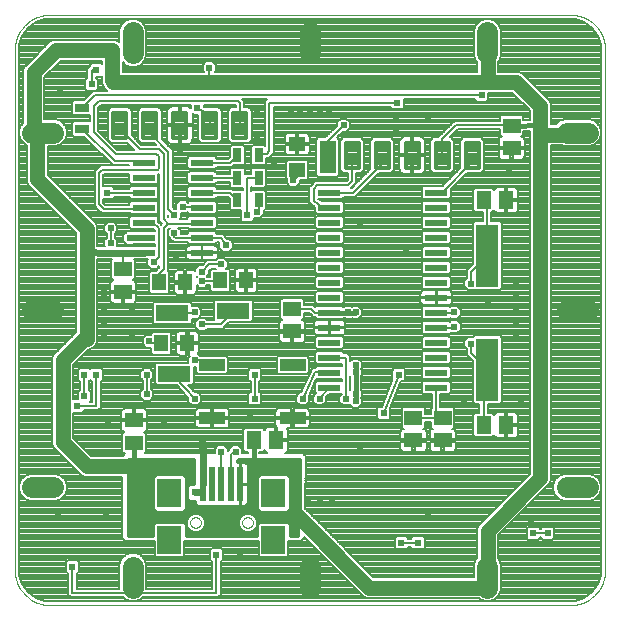
<source format=gbl>
G75*
G70*
%OFA0B0*%
%FSLAX24Y24*%
%IPPOS*%
%LPD*%
%AMOC8*
5,1,8,0,0,1.08239X$1,22.5*
%
%ADD10C,0.0001*%
%ADD11C,0.0000*%
%ADD12R,0.0780X0.0220*%
%ADD13R,0.0787X0.0945*%
%ADD14R,0.0197X0.1181*%
%ADD15R,0.0315X0.0472*%
%ADD16R,0.0472X0.0315*%
%ADD17R,0.0551X0.1102*%
%ADD18R,0.0551X0.0472*%
%ADD19R,0.1102X0.0551*%
%ADD20R,0.0472X0.0551*%
%ADD21C,0.0700*%
%ADD22R,0.0760X0.2100*%
%ADD23R,0.0512X0.0591*%
%ADD24R,0.0591X0.0512*%
%ADD25C,0.0148*%
%ADD26R,0.0866X0.0394*%
%ADD27C,0.0240*%
%ADD28C,0.0500*%
%ADD29C,0.0400*%
%ADD30C,0.0100*%
%ADD31C,0.0160*%
%ADD32C,0.0240*%
%ADD33C,0.0080*%
%ADD34R,0.0240X0.0240*%
D10*
X000504Y001685D02*
X000504Y019008D01*
X000506Y019074D01*
X000511Y019140D01*
X000521Y019206D01*
X000534Y019271D01*
X000550Y019335D01*
X000570Y019398D01*
X000594Y019460D01*
X000621Y019520D01*
X000651Y019579D01*
X000685Y019636D01*
X000722Y019691D01*
X000762Y019744D01*
X000804Y019795D01*
X000850Y019843D01*
X000898Y019889D01*
X000949Y019931D01*
X001002Y019971D01*
X001057Y020008D01*
X001114Y020042D01*
X001173Y020072D01*
X001233Y020099D01*
X001295Y020123D01*
X001358Y020143D01*
X001422Y020159D01*
X001487Y020172D01*
X001553Y020182D01*
X001619Y020187D01*
X001685Y020189D01*
X019008Y020189D01*
X019074Y020187D01*
X019140Y020182D01*
X019206Y020172D01*
X019271Y020159D01*
X019335Y020143D01*
X019398Y020123D01*
X019460Y020099D01*
X019520Y020072D01*
X019579Y020042D01*
X019636Y020008D01*
X019691Y019971D01*
X019744Y019931D01*
X019795Y019889D01*
X019843Y019843D01*
X019889Y019795D01*
X019931Y019744D01*
X019971Y019691D01*
X020008Y019636D01*
X020042Y019579D01*
X020072Y019520D01*
X020099Y019460D01*
X020123Y019398D01*
X020143Y019335D01*
X020159Y019271D01*
X020172Y019206D01*
X020182Y019140D01*
X020187Y019074D01*
X020189Y019008D01*
X020189Y001685D01*
X020187Y001619D01*
X020182Y001553D01*
X020172Y001487D01*
X020159Y001422D01*
X020143Y001358D01*
X020123Y001295D01*
X020099Y001233D01*
X020072Y001173D01*
X020042Y001114D01*
X020008Y001057D01*
X019971Y001002D01*
X019931Y000949D01*
X019889Y000898D01*
X019843Y000850D01*
X019795Y000804D01*
X019744Y000762D01*
X019691Y000722D01*
X019636Y000685D01*
X019579Y000651D01*
X019520Y000621D01*
X019460Y000594D01*
X019398Y000570D01*
X019335Y000550D01*
X019271Y000534D01*
X019206Y000521D01*
X019140Y000511D01*
X019074Y000506D01*
X019008Y000504D01*
X001685Y000504D01*
X001619Y000506D01*
X001553Y000511D01*
X001487Y000521D01*
X001422Y000534D01*
X001358Y000550D01*
X001295Y000570D01*
X001233Y000594D01*
X001173Y000621D01*
X001114Y000651D01*
X001057Y000685D01*
X001002Y000722D01*
X000949Y000762D01*
X000898Y000804D01*
X000850Y000850D01*
X000804Y000898D01*
X000762Y000949D01*
X000722Y001002D01*
X000685Y001057D01*
X000651Y001114D01*
X000621Y001173D01*
X000594Y001233D01*
X000570Y001295D01*
X000550Y001358D01*
X000534Y001422D01*
X000521Y001487D01*
X000511Y001553D01*
X000506Y001619D01*
X000504Y001685D01*
D11*
X006351Y003260D02*
X006353Y003286D01*
X006359Y003312D01*
X006369Y003337D01*
X006382Y003360D01*
X006398Y003380D01*
X006418Y003398D01*
X006440Y003413D01*
X006463Y003425D01*
X006489Y003433D01*
X006515Y003437D01*
X006541Y003437D01*
X006567Y003433D01*
X006593Y003425D01*
X006617Y003413D01*
X006638Y003398D01*
X006658Y003380D01*
X006674Y003360D01*
X006687Y003337D01*
X006697Y003312D01*
X006703Y003286D01*
X006705Y003260D01*
X006703Y003234D01*
X006697Y003208D01*
X006687Y003183D01*
X006674Y003160D01*
X006658Y003140D01*
X006638Y003122D01*
X006616Y003107D01*
X006593Y003095D01*
X006567Y003087D01*
X006541Y003083D01*
X006515Y003083D01*
X006489Y003087D01*
X006463Y003095D01*
X006439Y003107D01*
X006418Y003122D01*
X006398Y003140D01*
X006382Y003160D01*
X006369Y003183D01*
X006359Y003208D01*
X006353Y003234D01*
X006351Y003260D01*
X008083Y003260D02*
X008085Y003286D01*
X008091Y003312D01*
X008101Y003337D01*
X008114Y003360D01*
X008130Y003380D01*
X008150Y003398D01*
X008172Y003413D01*
X008195Y003425D01*
X008221Y003433D01*
X008247Y003437D01*
X008273Y003437D01*
X008299Y003433D01*
X008325Y003425D01*
X008349Y003413D01*
X008370Y003398D01*
X008390Y003380D01*
X008406Y003360D01*
X008419Y003337D01*
X008429Y003312D01*
X008435Y003286D01*
X008437Y003260D01*
X008435Y003234D01*
X008429Y003208D01*
X008419Y003183D01*
X008406Y003160D01*
X008390Y003140D01*
X008370Y003122D01*
X008348Y003107D01*
X008325Y003095D01*
X008299Y003087D01*
X008273Y003083D01*
X008247Y003083D01*
X008221Y003087D01*
X008195Y003095D01*
X008171Y003107D01*
X008150Y003122D01*
X008130Y003140D01*
X008114Y003160D01*
X008101Y003183D01*
X008091Y003208D01*
X008085Y003234D01*
X008083Y003260D01*
X011753Y015504D02*
X011753Y015505D01*
X011754Y015505D01*
X011755Y015505D01*
X011755Y015504D01*
X011755Y015503D01*
X011754Y015503D01*
X011753Y015503D01*
X011753Y015504D01*
X012753Y015504D02*
X012753Y015505D01*
X012754Y015505D01*
X012755Y015505D01*
X012755Y015504D01*
X012755Y015503D01*
X012754Y015503D01*
X012753Y015503D01*
X012753Y015504D01*
X013753Y015504D02*
X013753Y015505D01*
X013754Y015505D01*
X013755Y015505D01*
X013755Y015504D01*
X013755Y015503D01*
X013754Y015503D01*
X013753Y015503D01*
X013753Y015504D01*
X014753Y015504D02*
X014753Y015505D01*
X014754Y015505D01*
X014755Y015505D01*
X014755Y015504D01*
X014755Y015503D01*
X014754Y015503D01*
X014753Y015503D01*
X014753Y015504D01*
X015753Y015504D02*
X015753Y015505D01*
X015754Y015505D01*
X015755Y015505D01*
X015755Y015504D01*
X015755Y015503D01*
X015754Y015503D01*
X015753Y015503D01*
X015753Y015504D01*
X008003Y016504D02*
X008003Y016505D01*
X008004Y016505D01*
X008005Y016505D01*
X008005Y016504D01*
X008005Y016503D01*
X008004Y016503D01*
X008003Y016503D01*
X008003Y016504D01*
X007003Y016504D02*
X007003Y016505D01*
X007004Y016505D01*
X007005Y016505D01*
X007005Y016504D01*
X007005Y016503D01*
X007004Y016503D01*
X007003Y016503D01*
X007003Y016504D01*
X006003Y016504D02*
X006003Y016505D01*
X006004Y016505D01*
X006005Y016505D01*
X006005Y016504D01*
X006005Y016503D01*
X006004Y016503D01*
X006003Y016503D01*
X006003Y016504D01*
X005003Y016504D02*
X005003Y016505D01*
X005004Y016505D01*
X005005Y016505D01*
X005005Y016504D01*
X005005Y016503D01*
X005004Y016503D01*
X005003Y016503D01*
X005003Y016504D01*
X004003Y016504D02*
X004003Y016505D01*
X004004Y016505D01*
X004005Y016505D01*
X004005Y016504D01*
X004005Y016503D01*
X004004Y016503D01*
X004003Y016503D01*
X004003Y016504D01*
D12*
X004804Y015254D03*
X004804Y014754D03*
X004804Y014254D03*
X004804Y013754D03*
X004804Y013254D03*
X004804Y012754D03*
X004804Y012254D03*
X006744Y012254D03*
X006744Y012754D03*
X006744Y013254D03*
X006744Y013754D03*
X006744Y014254D03*
X006744Y014754D03*
X006744Y015254D03*
X010994Y014256D03*
X010994Y013756D03*
X010994Y013256D03*
X010994Y012756D03*
X010994Y012256D03*
X010994Y011756D03*
X010994Y011256D03*
X010994Y010756D03*
X010994Y010256D03*
X010994Y009756D03*
X010994Y009256D03*
X010994Y008756D03*
X010994Y008256D03*
X010994Y007756D03*
X014554Y007756D03*
X014554Y008256D03*
X014554Y008756D03*
X014554Y009256D03*
X014554Y009756D03*
X014554Y010256D03*
X014554Y010756D03*
X014554Y011256D03*
X014554Y011756D03*
X014554Y012256D03*
X014554Y012756D03*
X014554Y013256D03*
X014554Y013756D03*
X014554Y014256D03*
D13*
X009126Y004244D03*
X009126Y002669D03*
X005661Y002669D03*
X005661Y004244D03*
D14*
X006764Y004545D03*
X007079Y004545D03*
X007394Y004545D03*
X007709Y004545D03*
X008024Y004545D03*
D15*
X007920Y014004D03*
X008628Y014004D03*
X008628Y014754D03*
X007920Y014754D03*
X007920Y015504D03*
X008628Y015504D03*
D16*
X002754Y016380D03*
X002754Y017088D03*
D17*
X010936Y015444D03*
D18*
X009912Y015877D03*
X009912Y015011D03*
D19*
X007784Y010312D03*
X005754Y010242D03*
X005824Y008212D03*
D20*
X006257Y009236D03*
X005391Y009236D03*
X005321Y011266D03*
X006187Y011266D03*
X007351Y011336D03*
X008217Y011336D03*
D21*
X001794Y010346D02*
X001094Y010346D01*
X001094Y016252D02*
X001794Y016252D01*
X004441Y018898D02*
X004441Y019598D01*
X010346Y019598D02*
X010346Y018898D01*
X016252Y018898D02*
X016252Y019598D01*
X018898Y016252D02*
X019598Y016252D01*
X019598Y010346D02*
X018898Y010346D01*
X018898Y004441D02*
X019598Y004441D01*
X016252Y001794D02*
X016252Y001094D01*
X010346Y001094D02*
X010346Y001794D01*
X004441Y001794D02*
X004441Y001094D01*
X001794Y004441D02*
X001094Y004441D01*
D22*
X016254Y008354D03*
X016254Y012154D03*
D23*
X016130Y014004D03*
X016878Y014004D03*
X016878Y006504D03*
X016130Y006504D03*
X009218Y006004D03*
X008470Y006004D03*
D24*
X009754Y009630D03*
X009754Y010378D03*
X013794Y006748D03*
X013794Y006000D03*
X014764Y006000D03*
X014764Y006748D03*
X017064Y015740D03*
X017064Y016488D03*
X004484Y006668D03*
X004484Y005920D03*
X004114Y010950D03*
X004114Y011698D03*
D25*
X004225Y016922D02*
X003783Y016922D01*
X004225Y016922D02*
X004225Y016086D01*
X003783Y016086D01*
X003783Y016922D01*
X003783Y016233D02*
X004225Y016233D01*
X004225Y016380D02*
X003783Y016380D01*
X003783Y016527D02*
X004225Y016527D01*
X004225Y016674D02*
X003783Y016674D01*
X003783Y016821D02*
X004225Y016821D01*
X004783Y016922D02*
X005225Y016922D01*
X005225Y016086D01*
X004783Y016086D01*
X004783Y016922D01*
X004783Y016233D02*
X005225Y016233D01*
X005225Y016380D02*
X004783Y016380D01*
X004783Y016527D02*
X005225Y016527D01*
X005225Y016674D02*
X004783Y016674D01*
X004783Y016821D02*
X005225Y016821D01*
X005783Y016922D02*
X006225Y016922D01*
X006225Y016086D01*
X005783Y016086D01*
X005783Y016922D01*
X005783Y016233D02*
X006225Y016233D01*
X006225Y016380D02*
X005783Y016380D01*
X005783Y016527D02*
X006225Y016527D01*
X006225Y016674D02*
X005783Y016674D01*
X005783Y016821D02*
X006225Y016821D01*
X006783Y016922D02*
X007225Y016922D01*
X007225Y016086D01*
X006783Y016086D01*
X006783Y016922D01*
X006783Y016233D02*
X007225Y016233D01*
X007225Y016380D02*
X006783Y016380D01*
X006783Y016527D02*
X007225Y016527D01*
X007225Y016674D02*
X006783Y016674D01*
X006783Y016821D02*
X007225Y016821D01*
X007783Y016922D02*
X008225Y016922D01*
X008225Y016086D01*
X007783Y016086D01*
X007783Y016922D01*
X007783Y016233D02*
X008225Y016233D01*
X008225Y016380D02*
X007783Y016380D01*
X007783Y016527D02*
X008225Y016527D01*
X008225Y016674D02*
X007783Y016674D01*
X007783Y016821D02*
X008225Y016821D01*
X011533Y015086D02*
X011975Y015086D01*
X011533Y015086D02*
X011533Y015922D01*
X011975Y015922D01*
X011975Y015086D01*
X011975Y015233D02*
X011533Y015233D01*
X011533Y015380D02*
X011975Y015380D01*
X011975Y015527D02*
X011533Y015527D01*
X011533Y015674D02*
X011975Y015674D01*
X011975Y015821D02*
X011533Y015821D01*
X012533Y015086D02*
X012975Y015086D01*
X012533Y015086D02*
X012533Y015922D01*
X012975Y015922D01*
X012975Y015086D01*
X012975Y015233D02*
X012533Y015233D01*
X012533Y015380D02*
X012975Y015380D01*
X012975Y015527D02*
X012533Y015527D01*
X012533Y015674D02*
X012975Y015674D01*
X012975Y015821D02*
X012533Y015821D01*
X013533Y015086D02*
X013975Y015086D01*
X013533Y015086D02*
X013533Y015922D01*
X013975Y015922D01*
X013975Y015086D01*
X013975Y015233D02*
X013533Y015233D01*
X013533Y015380D02*
X013975Y015380D01*
X013975Y015527D02*
X013533Y015527D01*
X013533Y015674D02*
X013975Y015674D01*
X013975Y015821D02*
X013533Y015821D01*
X014533Y015086D02*
X014975Y015086D01*
X014533Y015086D02*
X014533Y015922D01*
X014975Y015922D01*
X014975Y015086D01*
X014975Y015233D02*
X014533Y015233D01*
X014533Y015380D02*
X014975Y015380D01*
X014975Y015527D02*
X014533Y015527D01*
X014533Y015674D02*
X014975Y015674D01*
X014975Y015821D02*
X014533Y015821D01*
X015533Y015086D02*
X015975Y015086D01*
X015533Y015086D02*
X015533Y015922D01*
X015975Y015922D01*
X015975Y015086D01*
X015975Y015233D02*
X015533Y015233D01*
X015533Y015380D02*
X015975Y015380D01*
X015975Y015527D02*
X015533Y015527D01*
X015533Y015674D02*
X015975Y015674D01*
X015975Y015821D02*
X015533Y015821D01*
D26*
X009763Y008510D03*
X009763Y006738D03*
X007085Y006738D03*
X007085Y008510D03*
D27*
X006744Y006024D02*
X006764Y005764D01*
X006764Y004545D01*
X006744Y004264D02*
X006504Y004264D01*
X004804Y012254D02*
X004104Y012254D01*
X003544Y012254D01*
X002904Y012274D01*
X001094Y016252D02*
X001094Y016264D01*
X019598Y016184D02*
X019598Y016252D01*
D28*
X019598Y016184D02*
X018024Y016184D01*
X018024Y004744D01*
X016264Y002984D01*
X016264Y001106D01*
X016252Y001094D01*
X012313Y001094D01*
X009864Y003544D01*
X004984Y005144D02*
X004504Y005144D01*
X002904Y005144D01*
X002104Y005944D01*
X002104Y008664D01*
X002904Y009464D01*
X002904Y012274D01*
X002904Y013054D01*
X001254Y014704D01*
X001254Y016254D01*
X001096Y016254D01*
X001094Y016252D01*
X001144Y016301D01*
X001144Y018264D01*
X001884Y019004D01*
X003754Y019004D01*
X003754Y018004D01*
X003784Y017944D02*
X007064Y017944D01*
X016264Y017944D01*
X017224Y017944D01*
X018024Y017144D01*
X018024Y016504D01*
X018024Y016184D01*
X016264Y017944D02*
X016264Y019598D01*
X016252Y019598D01*
X002904Y009464D02*
X002904Y009384D01*
D29*
X009704Y005144D02*
X009864Y004984D01*
X009864Y003544D01*
X019598Y016252D02*
X019624Y016277D01*
D30*
X010024Y005384D02*
X007990Y005384D01*
X007918Y005354D01*
X007899Y005354D01*
X007899Y005284D01*
X007905Y005285D01*
X008023Y005285D01*
X008023Y004545D01*
X008024Y004545D01*
X008272Y004545D01*
X008272Y005155D01*
X008262Y005193D01*
X008242Y005228D01*
X008214Y005255D01*
X008180Y005275D01*
X008142Y005285D01*
X008024Y005285D01*
X008024Y004545D01*
X008024Y004545D01*
X008272Y004545D01*
X008272Y003935D01*
X008262Y003896D01*
X008242Y003862D01*
X008214Y003834D01*
X008180Y003815D01*
X008142Y003804D01*
X008024Y003804D01*
X008024Y004544D01*
X008023Y004544D01*
X008024Y004544D01*
X008023Y004544D02*
X008023Y003804D01*
X007905Y003804D01*
X007877Y003812D01*
X007869Y003804D01*
X007554Y003804D01*
X007239Y003804D01*
X006924Y003804D01*
X006603Y003804D01*
X006515Y003892D01*
X006515Y003994D01*
X006450Y003994D01*
X006322Y003994D01*
X006234Y004082D01*
X006234Y004210D01*
X006234Y004318D01*
X006234Y004446D01*
X006322Y004534D01*
X006450Y004534D01*
X006494Y004534D01*
X006494Y005384D01*
X004264Y005384D01*
X004264Y002824D01*
X005118Y002824D01*
X005118Y003204D01*
X005206Y003292D01*
X006117Y003292D01*
X006200Y003209D01*
X006200Y003325D01*
X006250Y003445D01*
X006342Y003537D01*
X006462Y003587D01*
X006593Y003587D01*
X006713Y003537D01*
X006805Y003445D01*
X006855Y003325D01*
X006855Y003195D01*
X006805Y003074D01*
X006713Y002982D01*
X006593Y002933D01*
X006462Y002933D01*
X006342Y002982D01*
X006250Y003074D01*
X006205Y003184D01*
X006205Y002824D01*
X008582Y002824D01*
X008582Y003184D01*
X008537Y003074D01*
X008445Y002982D01*
X008325Y002933D01*
X008195Y002933D01*
X008074Y002982D01*
X007982Y003074D01*
X007933Y003195D01*
X007933Y003325D01*
X007982Y003445D01*
X008074Y003537D01*
X008195Y003587D01*
X008325Y003587D01*
X008445Y003537D01*
X008537Y003445D01*
X008587Y003325D01*
X008587Y003209D01*
X008670Y003292D01*
X009582Y003292D01*
X009670Y003204D01*
X009670Y002824D01*
X009944Y002824D01*
X009994Y004425D01*
X009994Y004446D01*
X009995Y004447D01*
X010024Y005384D01*
X010022Y005333D02*
X007899Y005333D01*
X008023Y005234D02*
X008024Y005234D01*
X008023Y005135D02*
X008024Y005135D01*
X008023Y005037D02*
X008024Y005037D01*
X008023Y004938D02*
X008024Y004938D01*
X008023Y004840D02*
X008024Y004840D01*
X008023Y004741D02*
X008024Y004741D01*
X008023Y004643D02*
X008024Y004643D01*
X008023Y004446D02*
X008024Y004446D01*
X008023Y004347D02*
X008024Y004347D01*
X008023Y004249D02*
X008024Y004249D01*
X008023Y004150D02*
X008024Y004150D01*
X008023Y004051D02*
X008024Y004051D01*
X008023Y003953D02*
X008024Y003953D01*
X008023Y003854D02*
X008024Y003854D01*
X008234Y003854D02*
X008582Y003854D01*
X008582Y003756D02*
X006205Y003756D01*
X006205Y003709D02*
X006205Y004779D01*
X006117Y004866D01*
X005206Y004866D01*
X005118Y004779D01*
X005118Y003709D01*
X005206Y003622D01*
X006117Y003622D01*
X006205Y003709D01*
X006153Y003657D02*
X008634Y003657D01*
X008670Y003622D02*
X009582Y003622D01*
X009670Y003709D01*
X009670Y004779D01*
X009582Y004866D01*
X008670Y004866D01*
X008582Y004779D01*
X008582Y003709D01*
X008670Y003622D01*
X008522Y003460D02*
X009964Y003460D01*
X009961Y003362D02*
X008572Y003362D01*
X008587Y003263D02*
X008642Y003263D01*
X008582Y003165D02*
X008574Y003165D01*
X008582Y003066D02*
X008529Y003066D01*
X008582Y002968D02*
X008409Y002968D01*
X008582Y002869D02*
X006205Y002869D01*
X006205Y002968D02*
X006378Y002968D01*
X006259Y003066D02*
X006205Y003066D01*
X006205Y003165D02*
X006213Y003165D01*
X006200Y003263D02*
X006146Y003263D01*
X006216Y003362D02*
X004264Y003362D01*
X004264Y003460D02*
X006265Y003460D01*
X006394Y003559D02*
X004264Y003559D01*
X004264Y003657D02*
X005170Y003657D01*
X005118Y003756D02*
X004264Y003756D01*
X004264Y003854D02*
X005118Y003854D01*
X005118Y003953D02*
X004264Y003953D01*
X004264Y004051D02*
X005118Y004051D01*
X005118Y004150D02*
X004264Y004150D01*
X004264Y004249D02*
X005118Y004249D01*
X005118Y004347D02*
X004264Y004347D01*
X004264Y004446D02*
X005118Y004446D01*
X005118Y004544D02*
X004264Y004544D01*
X004264Y004643D02*
X005118Y004643D01*
X005118Y004741D02*
X004264Y004741D01*
X004264Y004840D02*
X005179Y004840D01*
X006144Y004840D02*
X006494Y004840D01*
X006494Y004938D02*
X004264Y004938D01*
X004264Y005037D02*
X006494Y005037D01*
X006494Y005135D02*
X004264Y005135D01*
X004264Y005234D02*
X006494Y005234D01*
X006494Y005333D02*
X004264Y005333D01*
X006205Y004741D02*
X006494Y004741D01*
X006494Y004643D02*
X006205Y004643D01*
X006205Y004544D02*
X006494Y004544D01*
X006234Y004446D02*
X006205Y004446D01*
X006205Y004347D02*
X006234Y004347D01*
X006234Y004249D02*
X006205Y004249D01*
X006205Y004150D02*
X006234Y004150D01*
X006205Y004051D02*
X006264Y004051D01*
X006205Y003953D02*
X006515Y003953D01*
X006553Y003854D02*
X006205Y003854D01*
X006661Y003559D02*
X008127Y003559D01*
X007998Y003460D02*
X006790Y003460D01*
X006839Y003362D02*
X007948Y003362D01*
X007933Y003263D02*
X006855Y003263D01*
X006842Y003165D02*
X007945Y003165D01*
X007991Y003066D02*
X006796Y003066D01*
X006677Y002968D02*
X008111Y002968D01*
X008393Y003559D02*
X009967Y003559D01*
X009970Y003657D02*
X009617Y003657D01*
X009670Y003756D02*
X009973Y003756D01*
X009976Y003854D02*
X009670Y003854D01*
X009670Y003953D02*
X009979Y003953D01*
X009982Y004051D02*
X009670Y004051D01*
X009670Y004150D02*
X009985Y004150D01*
X009988Y004249D02*
X009670Y004249D01*
X009670Y004347D02*
X009992Y004347D01*
X009994Y004446D02*
X009670Y004446D01*
X009670Y004544D02*
X009998Y004544D01*
X010001Y004643D02*
X009670Y004643D01*
X009670Y004741D02*
X010004Y004741D01*
X010007Y004840D02*
X009608Y004840D01*
X010010Y004938D02*
X008272Y004938D01*
X008272Y004840D02*
X008643Y004840D01*
X008582Y004741D02*
X008272Y004741D01*
X008272Y004643D02*
X008582Y004643D01*
X008582Y004544D02*
X008272Y004544D01*
X008272Y004446D02*
X008582Y004446D01*
X008582Y004347D02*
X008272Y004347D01*
X008272Y004249D02*
X008582Y004249D01*
X008582Y004150D02*
X008272Y004150D01*
X008272Y004051D02*
X008582Y004051D01*
X008582Y003953D02*
X008272Y003953D01*
X008272Y005037D02*
X010013Y005037D01*
X010016Y005135D02*
X008272Y005135D01*
X008236Y005234D02*
X010019Y005234D01*
X009958Y003263D02*
X009610Y003263D01*
X009670Y003165D02*
X009955Y003165D01*
X009952Y003066D02*
X009670Y003066D01*
X009670Y002968D02*
X009948Y002968D01*
X009945Y002869D02*
X009670Y002869D01*
X005177Y003263D02*
X004264Y003263D01*
X004264Y003165D02*
X005118Y003165D01*
X005118Y003066D02*
X004264Y003066D01*
X004264Y002968D02*
X005118Y002968D01*
X005118Y002869D02*
X004264Y002869D01*
D31*
X004484Y005164D02*
X004484Y005920D01*
X008470Y006004D02*
X008470Y005298D01*
X008754Y005254D01*
X009594Y005254D01*
X009704Y005144D01*
X009624Y005144D01*
X011864Y007304D02*
X011864Y008504D01*
X011856Y010256D02*
X010994Y010256D01*
X011616Y010256D02*
X011624Y010264D01*
X011856Y010256D02*
X011864Y010264D01*
X017064Y016488D02*
X017048Y016504D01*
X017064Y016488D02*
X018024Y016504D01*
D32*
X015704Y011224D03*
X015144Y010264D03*
X015144Y009784D03*
X015704Y009224D03*
X011864Y008504D03*
X011864Y008264D03*
X011864Y007544D03*
X011864Y007304D03*
X011544Y007384D03*
X010664Y007384D03*
X010104Y007384D03*
X009864Y005304D03*
X009704Y005144D03*
X007864Y005624D03*
X007384Y005624D03*
X006504Y007384D03*
X006504Y008664D03*
X006744Y009864D03*
X006504Y010264D03*
X006744Y011304D03*
X006744Y011624D03*
X007384Y011864D03*
X007544Y012504D03*
X008584Y013624D03*
X009784Y014664D03*
X011464Y016504D03*
X006984Y018424D03*
X006584Y017064D03*
X006104Y013784D03*
X005824Y013504D03*
X005824Y012904D03*
X005144Y011944D03*
X004344Y012744D03*
X003704Y012584D03*
X003704Y013064D03*
X004984Y009304D03*
X004904Y008184D03*
X004904Y007544D03*
X011624Y010264D03*
X011864Y010264D03*
D33*
X000758Y001213D02*
X000949Y000949D01*
X001213Y000758D01*
X001522Y000657D01*
X001685Y000644D01*
X018950Y000644D01*
X018967Y000644D01*
X019008Y000644D01*
X019171Y000657D01*
X019480Y000758D01*
X019744Y000949D01*
X019935Y001213D01*
X020036Y001522D01*
X020049Y001685D01*
X020049Y018950D01*
X020049Y018961D01*
X020049Y019008D01*
X020036Y019171D01*
X019935Y019480D01*
X019744Y019744D01*
X019480Y019935D01*
X019171Y020036D01*
X019008Y020049D01*
X001685Y020049D01*
X001522Y020036D01*
X001213Y019935D01*
X000949Y019744D01*
X000758Y019480D01*
X000657Y019171D01*
X000644Y019008D01*
X000644Y001743D01*
X000644Y001709D01*
X000644Y001685D01*
X000657Y001522D01*
X000758Y001213D01*
X000759Y001211D02*
X002284Y001211D01*
X002284Y001289D02*
X000733Y001289D01*
X000707Y001368D02*
X002284Y001368D01*
X002284Y001446D02*
X000682Y001446D01*
X000657Y001525D02*
X002284Y001525D01*
X002284Y001564D02*
X002284Y000962D01*
X002284Y000846D01*
X002366Y000764D01*
X004135Y000764D01*
X004186Y000713D01*
X004351Y000644D01*
X004530Y000644D01*
X004696Y000713D01*
X004747Y000764D01*
X007282Y000764D01*
X007364Y000846D01*
X007364Y000962D01*
X007364Y001964D01*
X007385Y001964D01*
X007444Y002022D01*
X007444Y002345D01*
X007385Y002404D01*
X007062Y002404D01*
X007004Y002345D01*
X007004Y002022D01*
X007062Y001964D01*
X007084Y001964D01*
X007084Y001044D01*
X004891Y001044D01*
X004891Y001884D01*
X004822Y002049D01*
X004696Y002176D01*
X004530Y002244D01*
X004351Y002244D01*
X004186Y002176D01*
X004059Y002049D01*
X003991Y001884D01*
X003991Y001044D01*
X002564Y001044D01*
X002564Y001564D01*
X002585Y001564D01*
X002644Y001622D01*
X002644Y001945D01*
X002585Y002004D01*
X002262Y002004D01*
X002204Y001945D01*
X002204Y001622D01*
X002262Y001564D01*
X002284Y001564D01*
X002223Y001604D02*
X000651Y001604D01*
X000645Y001682D02*
X002204Y001682D01*
X002204Y001761D02*
X000644Y001761D01*
X000644Y001839D02*
X002204Y001839D01*
X002204Y001918D02*
X000644Y001918D01*
X000644Y001996D02*
X002255Y001996D01*
X002424Y001784D02*
X002424Y000904D01*
X004424Y000904D01*
X004424Y001094D01*
X004441Y001094D01*
X004441Y000904D01*
X007224Y000904D01*
X007224Y002184D01*
X007444Y002153D02*
X008634Y002153D01*
X008632Y002155D02*
X008691Y002097D01*
X009561Y002097D01*
X009620Y002155D01*
X009620Y002634D01*
X009941Y002634D01*
X010017Y002632D01*
X010019Y002634D01*
X010023Y002634D01*
X010076Y002688D01*
X010131Y002739D01*
X010131Y002743D01*
X010134Y002745D01*
X010134Y002779D01*
X012115Y000798D01*
X012244Y000744D01*
X012383Y000744D01*
X015966Y000744D01*
X015997Y000713D01*
X016162Y000644D01*
X016341Y000644D01*
X016507Y000713D01*
X016633Y000840D01*
X016702Y001005D01*
X016702Y001884D01*
X016633Y002049D01*
X016614Y002069D01*
X016614Y002839D01*
X018321Y004546D01*
X018374Y004674D01*
X018374Y004814D01*
X018374Y015834D01*
X018732Y015834D01*
X018809Y015802D01*
X019688Y015802D01*
X019853Y015870D01*
X019980Y015997D01*
X020048Y016162D01*
X020048Y016341D01*
X019980Y016507D01*
X019853Y016633D01*
X019688Y016702D01*
X018809Y016702D01*
X018644Y016633D01*
X018544Y016534D01*
X018374Y016534D01*
X018374Y017214D01*
X018321Y017342D01*
X018222Y017441D01*
X017422Y018241D01*
X017294Y018294D01*
X017154Y018294D01*
X016614Y018294D01*
X016614Y018624D01*
X016633Y018644D01*
X016702Y018809D01*
X016702Y019688D01*
X016633Y019853D01*
X016507Y019980D01*
X016341Y020048D01*
X016162Y020048D01*
X015997Y019980D01*
X015870Y019853D01*
X015802Y019688D01*
X015802Y018809D01*
X015870Y018644D01*
X015914Y018600D01*
X015914Y018294D01*
X007165Y018294D01*
X007204Y018333D01*
X007204Y018515D01*
X007075Y018644D01*
X006893Y018644D01*
X006764Y018515D01*
X006764Y018333D01*
X006803Y018294D01*
X004104Y018294D01*
X004104Y018599D01*
X004186Y018517D01*
X004351Y018448D01*
X004530Y018448D01*
X004696Y018517D01*
X004822Y018644D01*
X004891Y018809D01*
X004891Y019688D01*
X004822Y019853D01*
X004696Y019980D01*
X004530Y020048D01*
X004351Y020048D01*
X004186Y019980D01*
X004059Y019853D01*
X003991Y019688D01*
X003991Y019262D01*
X003952Y019301D01*
X003824Y019354D01*
X001954Y019354D01*
X001814Y019354D01*
X001686Y019301D01*
X000946Y018561D01*
X000847Y018462D01*
X000794Y018334D01*
X000794Y016588D01*
X000713Y016507D01*
X000644Y016341D01*
X000644Y016162D01*
X000713Y015997D01*
X000840Y015870D01*
X000904Y015844D01*
X000904Y014774D01*
X000904Y014634D01*
X000957Y014506D01*
X002554Y012909D01*
X002554Y012204D01*
X002554Y009609D01*
X001807Y008862D01*
X001754Y008734D01*
X001754Y008594D01*
X000644Y008594D01*
X000644Y008672D02*
X001754Y008672D01*
X001754Y008594D02*
X001754Y005874D01*
X001807Y005746D01*
X001906Y005647D01*
X002607Y004946D01*
X002607Y004946D01*
X002706Y004847D01*
X002834Y004794D01*
X004074Y004794D01*
X004074Y002745D01*
X004185Y002634D01*
X004343Y002634D01*
X005168Y002634D01*
X005168Y002155D01*
X005226Y002097D01*
X006097Y002097D01*
X006155Y002155D01*
X006155Y002634D01*
X008632Y002634D01*
X008632Y002155D01*
X008632Y002232D02*
X007444Y002232D01*
X007444Y002310D02*
X008632Y002310D01*
X008632Y002389D02*
X007400Y002389D01*
X007444Y002075D02*
X010838Y002075D01*
X010760Y002153D02*
X009618Y002153D01*
X009620Y002232D02*
X010681Y002232D01*
X010602Y002310D02*
X009620Y002310D01*
X009620Y002389D02*
X010524Y002389D01*
X010445Y002468D02*
X009620Y002468D01*
X009620Y002546D02*
X010367Y002546D01*
X010288Y002625D02*
X009620Y002625D01*
X010093Y002703D02*
X010210Y002703D01*
X010728Y003174D02*
X015964Y003174D01*
X015967Y003182D02*
X015914Y003054D01*
X015914Y002093D01*
X015870Y002049D01*
X015802Y001884D01*
X015802Y001444D01*
X012458Y001444D01*
X010164Y003739D01*
X010164Y003781D01*
X010211Y005303D01*
X010214Y005305D01*
X010214Y005381D01*
X010216Y005457D01*
X010214Y005459D01*
X010214Y005463D01*
X010160Y005517D01*
X010109Y005571D01*
X010105Y005571D01*
X010103Y005574D01*
X010027Y005574D01*
X009951Y005576D01*
X009949Y005574D01*
X009512Y005574D01*
X009528Y005578D01*
X009560Y005597D01*
X009586Y005623D01*
X009604Y005655D01*
X009614Y005690D01*
X009614Y005964D01*
X009258Y005964D01*
X009258Y006044D01*
X009178Y006044D01*
X009178Y006439D01*
X008944Y006439D01*
X008908Y006430D01*
X008876Y006411D01*
X008850Y006385D01*
X008832Y006353D01*
X008826Y006332D01*
X008826Y006341D01*
X008767Y006399D01*
X008173Y006399D01*
X008114Y006341D01*
X008114Y005667D01*
X008173Y005609D01*
X008290Y005609D01*
X008290Y005574D01*
X008084Y005574D01*
X008084Y005715D01*
X007955Y005844D01*
X007773Y005844D01*
X007644Y005715D01*
X007644Y005682D01*
X007626Y005664D01*
X007604Y005653D01*
X007604Y005715D01*
X007475Y005844D01*
X007293Y005844D01*
X007164Y005715D01*
X007164Y005574D01*
X004830Y005574D01*
X004879Y005623D01*
X004879Y006217D01*
X004821Y006276D01*
X004811Y006276D01*
X004833Y006282D01*
X004865Y006300D01*
X004891Y006326D01*
X004910Y006358D01*
X004919Y006394D01*
X004919Y006628D01*
X004524Y006628D01*
X004524Y006708D01*
X004919Y006708D01*
X004919Y006942D01*
X004910Y006978D01*
X004891Y007010D01*
X004865Y007036D01*
X004833Y007054D01*
X004798Y007064D01*
X004524Y007064D01*
X004524Y006708D01*
X004444Y006708D01*
X004444Y007064D01*
X004170Y007064D01*
X004135Y007054D01*
X004103Y007036D01*
X004077Y007010D01*
X004058Y006978D01*
X004049Y006942D01*
X004049Y006708D01*
X004444Y006708D01*
X004444Y006628D01*
X004049Y006628D01*
X004049Y006394D01*
X004058Y006358D01*
X004077Y006326D01*
X004103Y006300D01*
X004135Y006282D01*
X004156Y006276D01*
X004147Y006276D01*
X004089Y006217D01*
X004089Y005623D01*
X004147Y005564D01*
X004175Y005564D01*
X004105Y005494D01*
X003049Y005494D01*
X002454Y006089D01*
X002454Y006924D01*
X002745Y006924D01*
X002804Y006982D01*
X002804Y007004D01*
X003166Y007004D01*
X003282Y007004D01*
X003364Y007086D01*
X003364Y007964D01*
X003385Y007964D01*
X003444Y008022D01*
X003444Y008345D01*
X003385Y008404D01*
X003062Y008404D01*
X003024Y008365D01*
X002985Y008404D01*
X002662Y008404D01*
X002604Y008345D01*
X002604Y008022D01*
X002662Y007964D01*
X002684Y007964D01*
X002684Y007684D01*
X002662Y007684D01*
X002604Y007625D01*
X002604Y007364D01*
X002454Y007364D01*
X002454Y008519D01*
X002969Y009034D01*
X002974Y009034D01*
X003102Y009087D01*
X003201Y009186D01*
X003254Y009314D01*
X003254Y009394D01*
X003254Y009534D01*
X003254Y012043D01*
X003450Y012037D01*
X003453Y012034D01*
X003540Y012034D01*
X003628Y012031D01*
X003631Y012034D01*
X003757Y012034D01*
X003719Y011995D01*
X003719Y011401D01*
X003777Y011342D01*
X003786Y011342D01*
X003765Y011336D01*
X003733Y011318D01*
X003707Y011292D01*
X003688Y011260D01*
X003679Y011224D01*
X003679Y010990D01*
X004074Y010990D01*
X004074Y010910D01*
X004154Y010910D01*
X004154Y010990D01*
X004549Y010990D01*
X004549Y011224D01*
X004540Y011260D01*
X004521Y011292D01*
X004495Y011318D01*
X004463Y011336D01*
X004441Y011342D01*
X004451Y011342D01*
X004509Y011401D01*
X004509Y011995D01*
X004470Y012034D01*
X004895Y012034D01*
X004905Y012044D01*
X004933Y012044D01*
X004924Y012035D01*
X004924Y011853D01*
X005053Y011724D01*
X005235Y011724D01*
X005324Y011813D01*
X005324Y011762D01*
X005203Y011641D01*
X005043Y011641D01*
X004985Y011583D01*
X004985Y010949D01*
X005043Y010890D01*
X005599Y010890D01*
X005657Y010949D01*
X005657Y011583D01*
X005599Y011641D01*
X005604Y011646D01*
X005604Y013006D01*
X005682Y013084D01*
X005693Y013084D01*
X005604Y012995D01*
X005604Y012813D01*
X005684Y012733D01*
X005684Y012726D01*
X005724Y012686D01*
X005806Y012604D01*
X006254Y012604D01*
X006254Y012602D01*
X006312Y012544D01*
X007175Y012544D01*
X007234Y012602D01*
X007234Y012604D01*
X007309Y012604D01*
X007324Y012582D01*
X007324Y012413D01*
X007453Y012284D01*
X007635Y012284D01*
X007764Y012413D01*
X007764Y012595D01*
X007635Y012724D01*
X007566Y012724D01*
X007524Y012786D01*
X007524Y012802D01*
X007493Y012833D01*
X007468Y012870D01*
X007453Y012873D01*
X007442Y012884D01*
X007398Y012884D01*
X007354Y012893D01*
X007342Y012884D01*
X007234Y012884D01*
X007234Y012905D01*
X007175Y012964D01*
X006312Y012964D01*
X006254Y012905D01*
X006254Y012884D01*
X006044Y012884D01*
X006044Y012995D01*
X005955Y013084D01*
X006272Y013084D01*
X006312Y013044D01*
X007175Y013044D01*
X007234Y013102D01*
X007234Y013405D01*
X007175Y013464D01*
X006312Y013464D01*
X006044Y013464D01*
X006044Y013413D02*
X006044Y013564D01*
X006195Y013564D01*
X006254Y013623D01*
X006254Y013602D01*
X006312Y013544D01*
X007175Y013544D01*
X007234Y013602D01*
X007234Y013905D01*
X007175Y013964D01*
X006312Y013964D01*
X006274Y013925D01*
X006195Y014004D01*
X006013Y014004D01*
X005884Y013875D01*
X005884Y013724D01*
X005802Y013724D01*
X005764Y013762D01*
X005764Y015682D01*
X005682Y015764D01*
X005399Y016047D01*
X005399Y016994D01*
X005297Y017096D01*
X004710Y017096D01*
X004609Y016994D01*
X004609Y016014D01*
X004710Y015912D01*
X005138Y015912D01*
X005206Y015844D01*
X004722Y015844D01*
X004399Y016167D01*
X004399Y016994D01*
X004297Y017096D01*
X003710Y017096D01*
X003609Y016994D01*
X003609Y016014D01*
X003710Y015912D01*
X004258Y015912D01*
X004486Y015684D01*
X003922Y015684D01*
X003284Y016322D01*
X003284Y017086D01*
X003362Y017164D01*
X006373Y017164D01*
X006364Y017155D01*
X006364Y017086D01*
X006357Y017093D01*
X006308Y017121D01*
X006254Y017136D01*
X006044Y017136D01*
X006044Y016645D01*
X005964Y016645D01*
X005964Y017136D01*
X005754Y017136D01*
X005700Y017121D01*
X005651Y017093D01*
X005611Y017054D01*
X005583Y017005D01*
X005569Y016950D01*
X005569Y016544D01*
X005862Y016544D01*
X005862Y016464D01*
X005569Y016464D01*
X005569Y016057D01*
X005583Y016003D01*
X005611Y015954D01*
X005651Y015915D01*
X005700Y015886D01*
X005754Y015872D01*
X005964Y015872D01*
X005964Y016362D01*
X006044Y016362D01*
X006044Y015872D01*
X006254Y015872D01*
X006308Y015886D01*
X006357Y015915D01*
X006396Y015954D01*
X006425Y016003D01*
X006439Y016057D01*
X006439Y016464D01*
X006145Y016464D01*
X006145Y016544D01*
X006439Y016544D01*
X006439Y016898D01*
X006493Y016844D01*
X006609Y016844D01*
X006609Y016014D01*
X006710Y015912D01*
X007297Y015912D01*
X007399Y016014D01*
X007399Y016994D01*
X007297Y017096D01*
X006824Y017096D01*
X006804Y017107D01*
X006804Y017155D01*
X006795Y017164D01*
X007864Y017164D01*
X007864Y017096D01*
X007710Y017096D01*
X007609Y016994D01*
X007609Y016014D01*
X007710Y015912D01*
X008297Y015912D01*
X008399Y016014D01*
X008399Y016994D01*
X008297Y017096D01*
X008144Y017096D01*
X008144Y017186D01*
X008144Y017302D01*
X008084Y017362D01*
X008082Y017364D01*
X008906Y017364D01*
X008854Y017312D01*
X008854Y015813D01*
X008827Y015840D01*
X008429Y015840D01*
X008371Y015782D01*
X008371Y015226D01*
X008429Y015168D01*
X008827Y015168D01*
X008886Y015226D01*
X008886Y015404D01*
X008962Y015404D01*
X009044Y015486D01*
X009134Y015576D01*
X009134Y015692D01*
X009134Y017114D01*
X013034Y017114D01*
X013034Y017092D01*
X013092Y017034D01*
X013415Y017034D01*
X013474Y017092D01*
X013474Y017364D01*
X015844Y017364D01*
X015844Y017342D01*
X015902Y017284D01*
X016225Y017284D01*
X016284Y017342D01*
X016284Y017594D01*
X017079Y017594D01*
X017674Y016999D01*
X017674Y016678D01*
X017459Y016674D01*
X017459Y016785D01*
X017401Y016844D01*
X016727Y016844D01*
X016669Y016785D01*
X016669Y016644D01*
X015166Y016644D01*
X015084Y016562D01*
X014618Y016096D01*
X014460Y016096D01*
X014359Y015994D01*
X014359Y015014D01*
X014460Y014912D01*
X015047Y014912D01*
X015149Y015014D01*
X015149Y015994D01*
X015047Y016096D01*
X015014Y016096D01*
X015282Y016364D01*
X016669Y016364D01*
X016669Y016191D01*
X016727Y016132D01*
X016736Y016132D01*
X016715Y016126D01*
X016683Y016108D01*
X016657Y016082D01*
X016638Y016050D01*
X016629Y016014D01*
X016629Y015780D01*
X017024Y015780D01*
X017024Y015700D01*
X017104Y015700D01*
X017104Y015780D01*
X017499Y015780D01*
X017499Y016014D01*
X017490Y016050D01*
X017471Y016082D01*
X017445Y016108D01*
X017413Y016126D01*
X017391Y016132D01*
X017401Y016132D01*
X017459Y016191D01*
X017459Y016315D01*
X017674Y016318D01*
X017674Y016254D01*
X017674Y016114D01*
X017674Y004889D01*
X016066Y003281D01*
X015967Y003182D01*
X015931Y003096D02*
X010807Y003096D01*
X010885Y003017D02*
X015914Y003017D01*
X015914Y002939D02*
X010964Y002939D01*
X011043Y002860D02*
X015914Y002860D01*
X015914Y002782D02*
X014128Y002782D01*
X014105Y002804D02*
X013782Y002804D01*
X013724Y002745D01*
X013724Y002724D01*
X013604Y002724D01*
X013604Y002745D01*
X013545Y002804D01*
X013222Y002804D01*
X013164Y002745D01*
X013164Y002422D01*
X013222Y002364D01*
X013545Y002364D01*
X013604Y002422D01*
X013604Y002444D01*
X013724Y002444D01*
X013724Y002422D01*
X013782Y002364D01*
X014105Y002364D01*
X014164Y002422D01*
X014164Y002745D01*
X014105Y002804D01*
X014164Y002703D02*
X015914Y002703D01*
X015914Y002625D02*
X014164Y002625D01*
X014164Y002546D02*
X015914Y002546D01*
X015914Y002468D02*
X014164Y002468D01*
X014130Y002389D02*
X015914Y002389D01*
X015914Y002310D02*
X011592Y002310D01*
X011671Y002232D02*
X015914Y002232D01*
X015914Y002153D02*
X011749Y002153D01*
X011828Y002075D02*
X015896Y002075D01*
X015849Y001996D02*
X011907Y001996D01*
X011985Y001918D02*
X015816Y001918D01*
X015802Y001839D02*
X012064Y001839D01*
X012142Y001761D02*
X015802Y001761D01*
X015802Y001682D02*
X012221Y001682D01*
X012299Y001604D02*
X015802Y001604D01*
X015802Y001525D02*
X012378Y001525D01*
X012456Y001446D02*
X015802Y001446D01*
X015970Y000740D02*
X004722Y000740D01*
X004570Y000661D02*
X016122Y000661D01*
X016381Y000661D02*
X019183Y000661D01*
X019424Y000740D02*
X016533Y000740D01*
X016612Y000818D02*
X019563Y000818D01*
X019671Y000897D02*
X016657Y000897D01*
X016690Y000975D02*
X019763Y000975D01*
X019820Y001054D02*
X016702Y001054D01*
X016702Y001132D02*
X019877Y001132D01*
X019934Y001211D02*
X016702Y001211D01*
X016702Y001289D02*
X019960Y001289D01*
X019986Y001368D02*
X016702Y001368D01*
X016702Y001446D02*
X020011Y001446D01*
X020036Y001525D02*
X016702Y001525D01*
X016702Y001604D02*
X020042Y001604D01*
X020048Y001682D02*
X016702Y001682D01*
X016702Y001761D02*
X020049Y001761D01*
X020049Y001839D02*
X016702Y001839D01*
X016688Y001918D02*
X020049Y001918D01*
X020049Y001996D02*
X016655Y001996D01*
X016614Y002075D02*
X020049Y002075D01*
X020049Y002153D02*
X016614Y002153D01*
X016614Y002232D02*
X020049Y002232D01*
X020049Y002310D02*
X016614Y002310D01*
X016614Y002389D02*
X020049Y002389D01*
X020049Y002468D02*
X016614Y002468D01*
X016614Y002546D02*
X020049Y002546D01*
X020049Y002625D02*
X016614Y002625D01*
X016614Y002703D02*
X017603Y002703D01*
X017622Y002684D02*
X017945Y002684D01*
X018004Y002742D01*
X018004Y002764D01*
X018044Y002764D01*
X018044Y002742D01*
X018102Y002684D01*
X018425Y002684D01*
X018484Y002742D01*
X018484Y003065D01*
X018425Y003124D01*
X018102Y003124D01*
X018044Y003065D01*
X018044Y003044D01*
X018004Y003044D01*
X018004Y003065D01*
X017945Y003124D01*
X017622Y003124D01*
X017564Y003065D01*
X017564Y002742D01*
X017622Y002684D01*
X017564Y002782D02*
X016614Y002782D01*
X016635Y002860D02*
X017564Y002860D01*
X017564Y002939D02*
X016714Y002939D01*
X016792Y003017D02*
X017564Y003017D01*
X017594Y003096D02*
X016871Y003096D01*
X016949Y003174D02*
X020049Y003174D01*
X020049Y003096D02*
X018453Y003096D01*
X018484Y003017D02*
X020049Y003017D01*
X020049Y002939D02*
X018484Y002939D01*
X018484Y002860D02*
X020049Y002860D01*
X020049Y002782D02*
X018484Y002782D01*
X018445Y002703D02*
X020049Y002703D01*
X020049Y003253D02*
X017028Y003253D01*
X017106Y003331D02*
X020049Y003331D01*
X020049Y003410D02*
X017185Y003410D01*
X017264Y003489D02*
X020049Y003489D01*
X020049Y003567D02*
X017342Y003567D01*
X017421Y003646D02*
X020049Y003646D01*
X020049Y003724D02*
X017499Y003724D01*
X017578Y003803D02*
X020049Y003803D01*
X020049Y003881D02*
X017656Y003881D01*
X017735Y003960D02*
X020049Y003960D01*
X020049Y004038D02*
X019802Y004038D01*
X019853Y004059D02*
X019980Y004186D01*
X020048Y004351D01*
X020048Y004530D01*
X019980Y004696D01*
X019853Y004822D01*
X019688Y004891D01*
X018809Y004891D01*
X018644Y004822D01*
X018517Y004696D01*
X018448Y004530D01*
X018448Y004351D01*
X018517Y004186D01*
X018644Y004059D01*
X018809Y003991D01*
X019688Y003991D01*
X019853Y004059D01*
X019911Y004117D02*
X020049Y004117D01*
X020049Y004195D02*
X019984Y004195D01*
X020016Y004274D02*
X020049Y004274D01*
X020048Y004353D02*
X020049Y004353D01*
X020048Y004431D02*
X020049Y004431D01*
X020048Y004510D02*
X020049Y004510D01*
X020049Y004588D02*
X020024Y004588D01*
X020049Y004667D02*
X019992Y004667D01*
X020049Y004745D02*
X019930Y004745D01*
X019850Y004824D02*
X020049Y004824D01*
X020049Y004902D02*
X018374Y004902D01*
X018374Y004824D02*
X018647Y004824D01*
X018566Y004745D02*
X018374Y004745D01*
X018371Y004667D02*
X018505Y004667D01*
X018472Y004588D02*
X018338Y004588D01*
X018285Y004510D02*
X018448Y004510D01*
X018448Y004431D02*
X018206Y004431D01*
X018128Y004353D02*
X018448Y004353D01*
X018480Y004274D02*
X018049Y004274D01*
X017970Y004195D02*
X018513Y004195D01*
X018586Y004117D02*
X017892Y004117D01*
X017813Y004038D02*
X018694Y004038D01*
X018374Y004981D02*
X020049Y004981D01*
X020049Y005059D02*
X018374Y005059D01*
X018374Y005138D02*
X020049Y005138D01*
X020049Y005217D02*
X018374Y005217D01*
X018374Y005295D02*
X020049Y005295D01*
X020049Y005374D02*
X018374Y005374D01*
X018374Y005452D02*
X020049Y005452D01*
X020049Y005531D02*
X018374Y005531D01*
X018374Y005609D02*
X020049Y005609D01*
X020049Y005688D02*
X018374Y005688D01*
X018374Y005766D02*
X020049Y005766D01*
X020049Y005845D02*
X018374Y005845D01*
X018374Y005923D02*
X020049Y005923D01*
X020049Y006002D02*
X018374Y006002D01*
X018374Y006081D02*
X020049Y006081D01*
X020049Y006159D02*
X018374Y006159D01*
X018374Y006238D02*
X020049Y006238D01*
X020049Y006316D02*
X018374Y006316D01*
X018374Y006395D02*
X020049Y006395D01*
X020049Y006473D02*
X018374Y006473D01*
X018374Y006552D02*
X020049Y006552D01*
X020049Y006630D02*
X018374Y006630D01*
X018374Y006709D02*
X020049Y006709D01*
X020049Y006787D02*
X018374Y006787D01*
X018374Y006866D02*
X020049Y006866D01*
X020049Y006944D02*
X018374Y006944D01*
X018374Y007023D02*
X020049Y007023D01*
X020049Y007102D02*
X018374Y007102D01*
X018374Y007180D02*
X020049Y007180D01*
X020049Y007259D02*
X018374Y007259D01*
X018374Y007337D02*
X020049Y007337D01*
X020049Y007416D02*
X018374Y007416D01*
X018374Y007494D02*
X020049Y007494D01*
X020049Y007573D02*
X018374Y007573D01*
X018374Y007651D02*
X020049Y007651D01*
X020049Y007730D02*
X018374Y007730D01*
X018374Y007808D02*
X020049Y007808D01*
X020049Y007887D02*
X018374Y007887D01*
X018374Y007966D02*
X020049Y007966D01*
X020049Y008044D02*
X018374Y008044D01*
X018374Y008123D02*
X020049Y008123D01*
X020049Y008201D02*
X018374Y008201D01*
X018374Y008280D02*
X020049Y008280D01*
X020049Y008358D02*
X018374Y008358D01*
X018374Y008437D02*
X020049Y008437D01*
X020049Y008515D02*
X018374Y008515D01*
X018374Y008594D02*
X020049Y008594D01*
X020049Y008672D02*
X018374Y008672D01*
X018374Y008751D02*
X020049Y008751D01*
X020049Y008830D02*
X018374Y008830D01*
X018374Y008908D02*
X020049Y008908D01*
X020049Y008987D02*
X018374Y008987D01*
X018374Y009065D02*
X020049Y009065D01*
X020049Y009144D02*
X018374Y009144D01*
X018374Y009222D02*
X020049Y009222D01*
X020049Y009301D02*
X018374Y009301D01*
X018374Y009379D02*
X020049Y009379D01*
X020049Y009458D02*
X018374Y009458D01*
X018374Y009536D02*
X020049Y009536D01*
X020049Y009615D02*
X018374Y009615D01*
X018374Y009694D02*
X020049Y009694D01*
X020049Y009772D02*
X018374Y009772D01*
X018374Y009851D02*
X020049Y009851D01*
X020049Y009929D02*
X018374Y009929D01*
X018374Y010008D02*
X020049Y010008D01*
X020049Y010086D02*
X018374Y010086D01*
X018374Y010165D02*
X020049Y010165D01*
X020049Y010243D02*
X018374Y010243D01*
X018374Y010322D02*
X020049Y010322D01*
X020049Y010400D02*
X018374Y010400D01*
X018374Y010479D02*
X020049Y010479D01*
X020049Y010557D02*
X018374Y010557D01*
X018374Y010636D02*
X020049Y010636D01*
X020049Y010715D02*
X018374Y010715D01*
X018374Y010793D02*
X020049Y010793D01*
X020049Y010872D02*
X018374Y010872D01*
X018374Y010950D02*
X020049Y010950D01*
X020049Y011029D02*
X018374Y011029D01*
X018374Y011107D02*
X020049Y011107D01*
X020049Y011186D02*
X018374Y011186D01*
X018374Y011264D02*
X020049Y011264D01*
X020049Y011343D02*
X018374Y011343D01*
X018374Y011421D02*
X020049Y011421D01*
X020049Y011500D02*
X018374Y011500D01*
X018374Y011579D02*
X020049Y011579D01*
X020049Y011657D02*
X018374Y011657D01*
X018374Y011736D02*
X020049Y011736D01*
X020049Y011814D02*
X018374Y011814D01*
X018374Y011893D02*
X020049Y011893D01*
X020049Y011971D02*
X018374Y011971D01*
X018374Y012050D02*
X020049Y012050D01*
X020049Y012128D02*
X018374Y012128D01*
X018374Y012207D02*
X020049Y012207D01*
X020049Y012285D02*
X018374Y012285D01*
X018374Y012364D02*
X020049Y012364D01*
X020049Y012443D02*
X018374Y012443D01*
X018374Y012521D02*
X020049Y012521D01*
X020049Y012600D02*
X018374Y012600D01*
X018374Y012678D02*
X020049Y012678D01*
X020049Y012757D02*
X018374Y012757D01*
X018374Y012835D02*
X020049Y012835D01*
X020049Y012914D02*
X018374Y012914D01*
X018374Y012992D02*
X020049Y012992D01*
X020049Y013071D02*
X018374Y013071D01*
X018374Y013149D02*
X020049Y013149D01*
X020049Y013228D02*
X018374Y013228D01*
X018374Y013306D02*
X020049Y013306D01*
X020049Y013385D02*
X018374Y013385D01*
X018374Y013464D02*
X020049Y013464D01*
X020049Y013542D02*
X018374Y013542D01*
X018374Y013621D02*
X020049Y013621D01*
X020049Y013699D02*
X018374Y013699D01*
X018374Y013778D02*
X020049Y013778D01*
X020049Y013856D02*
X018374Y013856D01*
X018374Y013935D02*
X020049Y013935D01*
X020049Y014013D02*
X018374Y014013D01*
X018374Y014092D02*
X020049Y014092D01*
X020049Y014170D02*
X018374Y014170D01*
X018374Y014249D02*
X020049Y014249D01*
X020049Y014328D02*
X018374Y014328D01*
X018374Y014406D02*
X020049Y014406D01*
X020049Y014485D02*
X018374Y014485D01*
X018374Y014563D02*
X020049Y014563D01*
X020049Y014642D02*
X018374Y014642D01*
X018374Y014720D02*
X020049Y014720D01*
X020049Y014799D02*
X018374Y014799D01*
X018374Y014877D02*
X020049Y014877D01*
X020049Y014956D02*
X018374Y014956D01*
X018374Y015034D02*
X020049Y015034D01*
X020049Y015113D02*
X018374Y015113D01*
X018374Y015192D02*
X020049Y015192D01*
X020049Y015270D02*
X018374Y015270D01*
X018374Y015349D02*
X020049Y015349D01*
X020049Y015427D02*
X018374Y015427D01*
X018374Y015506D02*
X020049Y015506D01*
X020049Y015584D02*
X018374Y015584D01*
X018374Y015663D02*
X020049Y015663D01*
X020049Y015741D02*
X018374Y015741D01*
X018374Y015820D02*
X018766Y015820D01*
X018615Y016605D02*
X018374Y016605D01*
X018374Y016684D02*
X018765Y016684D01*
X018374Y016762D02*
X020049Y016762D01*
X020049Y016684D02*
X019732Y016684D01*
X019881Y016605D02*
X020049Y016605D01*
X020049Y016527D02*
X019960Y016527D01*
X020004Y016448D02*
X020049Y016448D01*
X020037Y016370D02*
X020049Y016370D01*
X020048Y016291D02*
X020049Y016291D01*
X020048Y016213D02*
X020049Y016213D01*
X020037Y016134D02*
X020049Y016134D01*
X020049Y016056D02*
X020004Y016056D01*
X019960Y015977D02*
X020049Y015977D01*
X020049Y015898D02*
X019881Y015898D01*
X019731Y015820D02*
X020049Y015820D01*
X020049Y016841D02*
X018374Y016841D01*
X018374Y016919D02*
X020049Y016919D01*
X020049Y016998D02*
X018374Y016998D01*
X018374Y017077D02*
X020049Y017077D01*
X020049Y017155D02*
X018374Y017155D01*
X018366Y017234D02*
X020049Y017234D01*
X020049Y017312D02*
X018333Y017312D01*
X018272Y017391D02*
X020049Y017391D01*
X020049Y017469D02*
X018194Y017469D01*
X018115Y017548D02*
X020049Y017548D01*
X020049Y017626D02*
X018036Y017626D01*
X017958Y017705D02*
X020049Y017705D01*
X020049Y017783D02*
X017879Y017783D01*
X017801Y017862D02*
X020049Y017862D01*
X020049Y017941D02*
X017722Y017941D01*
X017644Y018019D02*
X020049Y018019D01*
X020049Y018098D02*
X017565Y018098D01*
X017487Y018176D02*
X020049Y018176D01*
X020049Y018255D02*
X017388Y018255D01*
X017125Y017548D02*
X016284Y017548D01*
X016284Y017469D02*
X017204Y017469D01*
X017282Y017391D02*
X016284Y017391D01*
X016254Y017312D02*
X017361Y017312D01*
X017439Y017234D02*
X013474Y017234D01*
X013474Y017312D02*
X015874Y017312D01*
X016064Y017504D02*
X003170Y017504D01*
X002754Y017088D01*
X002813Y017346D02*
X002476Y017346D01*
X002418Y017287D01*
X002418Y016889D01*
X002476Y016831D01*
X003004Y016831D01*
X003004Y016637D01*
X002476Y016637D01*
X002418Y016579D01*
X002418Y016181D01*
X002476Y016122D01*
X002813Y016122D01*
X003772Y015164D01*
X003888Y015164D01*
X004314Y015164D01*
X004314Y015164D01*
X003482Y015164D01*
X003366Y015164D01*
X003246Y015044D01*
X003164Y014962D01*
X003164Y013922D01*
X003164Y013806D01*
X003324Y013646D01*
X003406Y013564D01*
X004352Y013564D01*
X004372Y013544D01*
X005235Y013544D01*
X005294Y013602D01*
X005294Y013905D01*
X005235Y013964D01*
X004372Y013964D01*
X004314Y013905D01*
X004314Y013844D01*
X003522Y013844D01*
X003444Y013922D01*
X003444Y014034D01*
X003745Y014034D01*
X003804Y014092D01*
X003804Y014114D01*
X004314Y014114D01*
X004314Y014102D01*
X004372Y014044D01*
X005235Y014044D01*
X005294Y014102D01*
X005294Y014405D01*
X005235Y014464D01*
X004372Y014464D01*
X004314Y014405D01*
X004314Y014394D01*
X003804Y014394D01*
X003804Y014415D01*
X003745Y014474D01*
X003444Y014474D01*
X003444Y014846D01*
X003482Y014884D01*
X004314Y014884D01*
X004314Y014602D01*
X004372Y014544D01*
X005235Y014544D01*
X005294Y014602D01*
X005294Y014884D01*
X005322Y014884D01*
X005324Y014886D01*
X005324Y013442D01*
X005324Y013326D01*
X005426Y013224D01*
X005384Y013182D01*
X005362Y013204D01*
X005294Y013272D01*
X005294Y013405D01*
X005235Y013464D01*
X004372Y013464D01*
X002989Y013464D01*
X002911Y013542D02*
X005324Y013542D01*
X005324Y013464D02*
X005236Y013464D01*
X005294Y013385D02*
X005324Y013385D01*
X005343Y013306D02*
X005294Y013306D01*
X005338Y013228D02*
X005422Y013228D01*
X005464Y013384D02*
X005624Y013224D01*
X005464Y013064D01*
X005464Y011704D01*
X005321Y011561D01*
X005321Y011266D01*
X004985Y011264D02*
X004537Y011264D01*
X004549Y011186D02*
X004985Y011186D01*
X004985Y011107D02*
X004549Y011107D01*
X004549Y011029D02*
X004985Y011029D01*
X004985Y010950D02*
X004154Y010950D01*
X004154Y010910D02*
X004549Y010910D01*
X004549Y010676D01*
X004540Y010640D01*
X004521Y010608D01*
X004495Y010582D01*
X004463Y010564D01*
X004428Y010554D01*
X004154Y010554D01*
X004154Y010910D01*
X004154Y010872D02*
X004074Y010872D01*
X004074Y010910D02*
X004074Y010554D01*
X003800Y010554D01*
X003765Y010564D01*
X003733Y010582D01*
X003707Y010608D01*
X003688Y010640D01*
X003679Y010676D01*
X003679Y010910D01*
X004074Y010910D01*
X004074Y010950D02*
X003254Y010950D01*
X003254Y010872D02*
X003679Y010872D01*
X003679Y010793D02*
X003254Y010793D01*
X003254Y010715D02*
X003679Y010715D01*
X003690Y010636D02*
X003254Y010636D01*
X003254Y010557D02*
X003787Y010557D01*
X004074Y010557D02*
X004154Y010557D01*
X004154Y010636D02*
X004074Y010636D01*
X004074Y010715D02*
X004154Y010715D01*
X004154Y010793D02*
X004074Y010793D01*
X004441Y010557D02*
X005103Y010557D01*
X005103Y010559D02*
X005103Y009925D01*
X005161Y009867D01*
X006347Y009867D01*
X006405Y009925D01*
X006405Y010052D01*
X006413Y010044D01*
X006595Y010044D01*
X006724Y010173D01*
X006724Y010355D01*
X006595Y010484D01*
X006413Y010484D01*
X006405Y010476D01*
X006405Y010559D01*
X006347Y010618D01*
X005161Y010618D01*
X005103Y010559D01*
X005103Y010479D02*
X003254Y010479D01*
X003254Y010400D02*
X005103Y010400D01*
X005103Y010322D02*
X003254Y010322D01*
X003254Y010243D02*
X005103Y010243D01*
X005103Y010165D02*
X003254Y010165D01*
X003254Y010086D02*
X005103Y010086D01*
X005103Y010008D02*
X003254Y010008D01*
X003254Y009929D02*
X005103Y009929D01*
X005113Y009611D02*
X005055Y009553D01*
X005055Y009524D01*
X004893Y009524D01*
X004764Y009395D01*
X004764Y009213D01*
X004893Y009084D01*
X005055Y009084D01*
X005055Y008919D01*
X005113Y008860D01*
X005669Y008860D01*
X005727Y008919D01*
X005727Y009553D01*
X005669Y009611D01*
X005113Y009611D01*
X005055Y009536D02*
X003254Y009536D01*
X003254Y009458D02*
X004827Y009458D01*
X004764Y009379D02*
X003254Y009379D01*
X003248Y009301D02*
X004764Y009301D01*
X004764Y009222D02*
X003216Y009222D01*
X003159Y009144D02*
X004833Y009144D01*
X004984Y009304D02*
X005052Y009236D01*
X005391Y009236D01*
X005727Y009222D02*
X006217Y009222D01*
X006217Y009196D02*
X005881Y009196D01*
X005881Y008942D01*
X005890Y008906D01*
X005909Y008874D01*
X005935Y008848D01*
X005967Y008830D01*
X006002Y008820D01*
X006217Y008820D01*
X006217Y009196D01*
X006217Y009276D01*
X006217Y009651D01*
X006002Y009651D01*
X005967Y009642D01*
X005935Y009623D01*
X005909Y009597D01*
X005890Y009565D01*
X005881Y009530D01*
X005881Y009276D01*
X006217Y009276D01*
X006297Y009276D01*
X006297Y009651D01*
X006512Y009651D01*
X006547Y009642D01*
X006579Y009623D01*
X006605Y009597D01*
X006624Y009565D01*
X006633Y009530D01*
X006633Y009276D01*
X006297Y009276D01*
X006297Y009196D01*
X006633Y009196D01*
X006633Y008942D01*
X006624Y008906D01*
X006605Y008874D01*
X006605Y008874D01*
X006672Y008807D01*
X007560Y008807D01*
X007618Y008748D01*
X007618Y008271D01*
X007560Y008213D01*
X006611Y008213D01*
X006552Y008271D01*
X006552Y008444D01*
X006475Y008444D01*
X006475Y007895D01*
X006417Y007837D01*
X006287Y007837D01*
X006495Y007604D01*
X006595Y007604D01*
X006724Y007475D01*
X006724Y007293D01*
X006595Y007164D01*
X006413Y007164D01*
X006284Y007293D01*
X006284Y007420D01*
X005911Y007837D01*
X005231Y007837D01*
X005173Y007895D01*
X005173Y008529D01*
X005231Y008588D01*
X006284Y008588D01*
X006284Y008755D01*
X006349Y008820D01*
X006297Y008820D01*
X006297Y009196D01*
X006217Y009196D01*
X006217Y009144D02*
X006297Y009144D01*
X006297Y009222D02*
X010504Y009222D01*
X010504Y009144D02*
X006633Y009144D01*
X006633Y009065D02*
X010543Y009065D01*
X010562Y009046D02*
X010504Y009104D01*
X010504Y009407D01*
X010562Y009466D01*
X011425Y009466D01*
X011484Y009407D01*
X011484Y009104D01*
X011425Y009046D01*
X010562Y009046D01*
X010562Y008966D02*
X010504Y008907D01*
X010504Y008604D01*
X010562Y008546D01*
X011404Y008546D01*
X011404Y008466D01*
X010562Y008466D01*
X010511Y008414D01*
X010509Y008415D01*
X010479Y008404D01*
X010446Y008404D01*
X010426Y008384D01*
X010400Y008375D01*
X010387Y008345D01*
X010364Y008322D01*
X010364Y008294D01*
X010050Y007604D01*
X010013Y007604D01*
X009884Y007475D01*
X009884Y007293D01*
X010013Y007164D01*
X010195Y007164D01*
X010324Y007293D01*
X010324Y007475D01*
X010307Y007492D01*
X010560Y008049D01*
X010562Y008046D01*
X011404Y008046D01*
X011404Y007966D01*
X010562Y007966D01*
X010504Y007907D01*
X010504Y007604D01*
X010539Y007570D01*
X010444Y007475D01*
X010444Y007293D01*
X010573Y007164D01*
X010755Y007164D01*
X010884Y007293D01*
X010884Y007448D01*
X010982Y007546D01*
X011395Y007546D01*
X011324Y007475D01*
X011324Y007293D01*
X011453Y007164D01*
X011635Y007164D01*
X011664Y007193D01*
X011773Y007084D01*
X011955Y007084D01*
X012084Y007213D01*
X012084Y007395D01*
X012055Y007424D01*
X012084Y007453D01*
X012084Y007635D01*
X012044Y007675D01*
X012044Y008133D01*
X012084Y008173D01*
X012084Y008355D01*
X012055Y008384D01*
X012084Y008413D01*
X012084Y008595D01*
X011955Y008724D01*
X011773Y008724D01*
X011684Y008635D01*
X011684Y008802D01*
X011602Y008884D01*
X011590Y008896D01*
X011484Y008896D01*
X011484Y008907D01*
X011425Y008966D01*
X010562Y008966D01*
X010505Y008908D02*
X006624Y008908D01*
X006633Y008987D02*
X015564Y008987D01*
X015564Y008962D02*
X015564Y008846D01*
X015774Y008636D01*
X015774Y007262D01*
X015832Y007204D01*
X015990Y007204D01*
X015990Y006899D01*
X015833Y006899D01*
X015774Y006841D01*
X015774Y006167D01*
X015833Y006109D01*
X016427Y006109D01*
X016486Y006167D01*
X016486Y006176D01*
X016492Y006155D01*
X016510Y006123D01*
X016536Y006097D01*
X016568Y006078D01*
X016604Y006069D01*
X016838Y006069D01*
X016838Y006464D01*
X016918Y006464D01*
X016918Y006544D01*
X016838Y006544D01*
X016838Y006939D01*
X016604Y006939D01*
X016568Y006930D01*
X016536Y006911D01*
X016510Y006885D01*
X016492Y006853D01*
X016486Y006831D01*
X016486Y006841D01*
X016427Y006899D01*
X016270Y006899D01*
X016270Y007204D01*
X016675Y007204D01*
X016734Y007262D01*
X016734Y009445D01*
X016675Y009504D01*
X015832Y009504D01*
X015774Y009445D01*
X015774Y009444D01*
X015613Y009444D01*
X015484Y009315D01*
X015484Y009133D01*
X015564Y009053D01*
X015564Y008962D01*
X015564Y008908D02*
X015043Y008908D01*
X015044Y008907D02*
X014985Y008966D01*
X014122Y008966D01*
X014064Y008907D01*
X014064Y008604D01*
X014122Y008546D01*
X014985Y008546D01*
X015044Y008604D01*
X015044Y008907D01*
X015044Y008830D02*
X015580Y008830D01*
X015659Y008751D02*
X015044Y008751D01*
X015044Y008672D02*
X015737Y008672D01*
X015774Y008594D02*
X015033Y008594D01*
X014985Y008466D02*
X014122Y008466D01*
X014064Y008407D01*
X014064Y008104D01*
X014122Y008046D01*
X014985Y008046D01*
X015044Y008104D01*
X015044Y008407D01*
X014985Y008466D01*
X015014Y008437D02*
X015774Y008437D01*
X015774Y008515D02*
X012084Y008515D01*
X012084Y008437D02*
X014093Y008437D01*
X014064Y008358D02*
X013511Y008358D01*
X013524Y008345D02*
X013465Y008404D01*
X013142Y008404D01*
X013084Y008345D01*
X013084Y008022D01*
X013089Y008018D01*
X012740Y007124D01*
X012642Y007124D01*
X012584Y007065D01*
X012584Y006742D01*
X012642Y006684D01*
X012965Y006684D01*
X013024Y006742D01*
X013024Y007065D01*
X013019Y007070D01*
X013368Y007964D01*
X013465Y007964D01*
X013524Y008022D01*
X013524Y008345D01*
X013524Y008280D02*
X014064Y008280D01*
X014064Y008201D02*
X013524Y008201D01*
X013524Y008123D02*
X014064Y008123D01*
X014122Y007966D02*
X014064Y007907D01*
X014064Y007604D01*
X014122Y007546D01*
X014414Y007546D01*
X014414Y007090D01*
X014369Y007045D01*
X014369Y006888D01*
X014189Y006888D01*
X014189Y007045D01*
X014131Y007104D01*
X013457Y007104D01*
X013399Y007045D01*
X013399Y006451D01*
X013457Y006392D01*
X013466Y006392D01*
X013445Y006386D01*
X013413Y006368D01*
X013387Y006342D01*
X013368Y006310D01*
X013359Y006274D01*
X013359Y006040D01*
X013754Y006040D01*
X013754Y005960D01*
X013834Y005960D01*
X013834Y006040D01*
X014229Y006040D01*
X014229Y006274D01*
X014220Y006310D01*
X014201Y006342D01*
X014175Y006368D01*
X014143Y006386D01*
X014121Y006392D01*
X014131Y006392D01*
X014189Y006451D01*
X014189Y006608D01*
X014369Y006608D01*
X014369Y006451D01*
X014427Y006392D01*
X014436Y006392D01*
X014415Y006386D01*
X014383Y006368D01*
X014357Y006342D01*
X014338Y006310D01*
X014329Y006274D01*
X014329Y006040D01*
X014724Y006040D01*
X014724Y005960D01*
X014804Y005960D01*
X014804Y006040D01*
X015199Y006040D01*
X015199Y006274D01*
X015190Y006310D01*
X015171Y006342D01*
X015145Y006368D01*
X015113Y006386D01*
X015092Y006392D01*
X015101Y006392D01*
X015159Y006451D01*
X015159Y007045D01*
X015101Y007104D01*
X014694Y007104D01*
X014694Y007546D01*
X014985Y007546D01*
X015044Y007604D01*
X015044Y007907D01*
X014985Y007966D01*
X014122Y007966D01*
X013467Y007966D01*
X013524Y008044D02*
X015774Y008044D01*
X015774Y007966D02*
X014986Y007966D01*
X015044Y007887D02*
X015774Y007887D01*
X015774Y007808D02*
X015044Y007808D01*
X015044Y007730D02*
X015774Y007730D01*
X015774Y007651D02*
X015044Y007651D01*
X015012Y007573D02*
X015774Y007573D01*
X015774Y007494D02*
X014694Y007494D01*
X014694Y007416D02*
X015774Y007416D01*
X015774Y007337D02*
X014694Y007337D01*
X014694Y007259D02*
X015778Y007259D01*
X015990Y007180D02*
X014694Y007180D01*
X014554Y006958D02*
X014764Y006748D01*
X013794Y006748D01*
X013399Y006787D02*
X013024Y006787D01*
X013024Y006866D02*
X013399Y006866D01*
X013399Y006944D02*
X013024Y006944D01*
X013024Y007023D02*
X013399Y007023D01*
X013455Y007102D02*
X013031Y007102D01*
X013062Y007180D02*
X014414Y007180D01*
X014414Y007102D02*
X014133Y007102D01*
X014189Y007023D02*
X014369Y007023D01*
X014369Y006944D02*
X014189Y006944D01*
X014554Y006958D02*
X014554Y007756D01*
X014414Y007494D02*
X013185Y007494D01*
X013154Y007416D02*
X014414Y007416D01*
X014414Y007337D02*
X013123Y007337D01*
X013093Y007259D02*
X014414Y007259D01*
X014095Y007573D02*
X013215Y007573D01*
X013246Y007651D02*
X014064Y007651D01*
X014064Y007730D02*
X013277Y007730D01*
X013308Y007808D02*
X014064Y007808D01*
X014064Y007887D02*
X013338Y007887D01*
X013068Y007966D02*
X012044Y007966D01*
X012044Y008044D02*
X013084Y008044D01*
X013084Y008123D02*
X012044Y008123D01*
X012084Y008201D02*
X013084Y008201D01*
X013084Y008280D02*
X012084Y008280D01*
X012081Y008358D02*
X013097Y008358D01*
X013304Y008184D02*
X012804Y006904D01*
X012584Y006866D02*
X010336Y006866D01*
X010336Y006944D02*
X012584Y006944D01*
X012584Y007023D02*
X010305Y007023D01*
X010308Y007021D02*
X010282Y007047D01*
X010250Y007065D01*
X010214Y007075D01*
X009802Y007075D01*
X009802Y006778D01*
X009723Y006778D01*
X009723Y007075D01*
X009311Y007075D01*
X009275Y007065D01*
X009243Y007047D01*
X009217Y007021D01*
X009199Y006989D01*
X009189Y006953D01*
X009189Y006778D01*
X009722Y006778D01*
X009722Y006698D01*
X009189Y006698D01*
X009189Y006523D01*
X009199Y006487D01*
X009217Y006455D01*
X009243Y006429D01*
X009258Y006421D01*
X009258Y006044D01*
X009614Y006044D01*
X009614Y006318D01*
X009604Y006353D01*
X009586Y006385D01*
X009570Y006401D01*
X009723Y006401D01*
X009723Y006698D01*
X009802Y006698D01*
X009802Y006401D01*
X010214Y006401D01*
X010250Y006411D01*
X010282Y006429D01*
X010308Y006455D01*
X010326Y006487D01*
X010336Y006523D01*
X010336Y006698D01*
X009803Y006698D01*
X009803Y006778D01*
X010336Y006778D01*
X010336Y006953D01*
X010326Y006989D01*
X010308Y007021D01*
X010211Y007180D02*
X010557Y007180D01*
X010478Y007259D02*
X010290Y007259D01*
X010324Y007337D02*
X010444Y007337D01*
X010444Y007416D02*
X010324Y007416D01*
X010308Y007494D02*
X010463Y007494D01*
X010535Y007573D02*
X010344Y007573D01*
X010379Y007651D02*
X010504Y007651D01*
X010504Y007730D02*
X010415Y007730D01*
X010451Y007808D02*
X010504Y007808D01*
X010504Y007887D02*
X010486Y007887D01*
X010522Y007966D02*
X010562Y007966D01*
X010558Y008044D02*
X011404Y008044D01*
X011684Y008044D02*
X011684Y008044D01*
X011684Y007966D02*
X011684Y007966D01*
X011684Y007887D02*
X011684Y007887D01*
X011684Y007808D02*
X011684Y007808D01*
X011684Y007730D02*
X011684Y007730D01*
X011684Y007675D02*
X011684Y007675D01*
X011684Y008133D01*
X011684Y008133D01*
X011684Y007675D01*
X011544Y007384D02*
X011544Y008744D01*
X011532Y008756D01*
X010994Y008756D01*
X011404Y008515D02*
X010296Y008515D01*
X010296Y008437D02*
X010533Y008437D01*
X010514Y008594D02*
X010296Y008594D01*
X010296Y008672D02*
X010504Y008672D01*
X010504Y008751D02*
X010293Y008751D01*
X010296Y008748D02*
X010237Y008807D01*
X009288Y008807D01*
X009229Y008748D01*
X009229Y008271D01*
X009288Y008213D01*
X010237Y008213D01*
X010296Y008271D01*
X010296Y008748D01*
X010504Y008830D02*
X006649Y008830D01*
X006504Y008664D02*
X006931Y008664D01*
X007085Y008510D01*
X007618Y008515D02*
X009229Y008515D01*
X009229Y008437D02*
X007618Y008437D01*
X007618Y008358D02*
X008297Y008358D01*
X008284Y008345D02*
X008284Y008022D01*
X008342Y007964D01*
X008364Y007964D01*
X008364Y007604D01*
X008342Y007604D01*
X008284Y007545D01*
X008284Y007222D01*
X008342Y007164D01*
X008665Y007164D01*
X008724Y007222D01*
X008724Y007545D01*
X008665Y007604D01*
X008644Y007604D01*
X008644Y007964D01*
X008665Y007964D01*
X008724Y008022D01*
X008724Y008345D01*
X008665Y008404D01*
X008342Y008404D01*
X008284Y008345D01*
X008284Y008280D02*
X007618Y008280D01*
X007618Y008594D02*
X009229Y008594D01*
X009229Y008672D02*
X007618Y008672D01*
X007615Y008751D02*
X009232Y008751D01*
X009229Y008358D02*
X008711Y008358D01*
X008724Y008280D02*
X009229Y008280D01*
X008724Y008201D02*
X010322Y008201D01*
X010296Y008280D02*
X010357Y008280D01*
X010393Y008358D02*
X010296Y008358D01*
X010504Y008264D02*
X010986Y008264D01*
X010994Y008256D01*
X010994Y007756D02*
X010664Y007426D01*
X010664Y007384D01*
X010884Y007416D02*
X011324Y007416D01*
X011324Y007337D02*
X010884Y007337D01*
X010850Y007259D02*
X011358Y007259D01*
X011437Y007180D02*
X010771Y007180D01*
X010930Y007494D02*
X011343Y007494D01*
X011651Y007180D02*
X011677Y007180D01*
X011755Y007102D02*
X003364Y007102D01*
X003364Y007180D02*
X006397Y007180D01*
X006318Y007259D02*
X003364Y007259D01*
X003364Y007337D02*
X004800Y007337D01*
X004813Y007324D02*
X004995Y007324D01*
X005124Y007453D01*
X005124Y007635D01*
X005044Y007715D01*
X005044Y008013D01*
X005124Y008093D01*
X005124Y008275D01*
X004995Y008404D01*
X004813Y008404D01*
X004684Y008275D01*
X004684Y008093D01*
X004764Y008013D01*
X004764Y007715D01*
X004684Y007635D01*
X004684Y007453D01*
X004813Y007324D01*
X004721Y007416D02*
X003364Y007416D01*
X003364Y007494D02*
X004684Y007494D01*
X004684Y007573D02*
X003364Y007573D01*
X003364Y007651D02*
X004700Y007651D01*
X004764Y007730D02*
X003364Y007730D01*
X003364Y007808D02*
X004764Y007808D01*
X004764Y007887D02*
X003364Y007887D01*
X003387Y007966D02*
X004764Y007966D01*
X004733Y008044D02*
X003444Y008044D01*
X003444Y008123D02*
X004684Y008123D01*
X004684Y008201D02*
X003444Y008201D01*
X003444Y008280D02*
X004689Y008280D01*
X004767Y008358D02*
X003431Y008358D01*
X003224Y008184D02*
X003224Y007144D01*
X002584Y007144D01*
X002766Y006944D02*
X004049Y006944D01*
X004049Y006866D02*
X002454Y006866D01*
X002454Y006787D02*
X004049Y006787D01*
X004049Y006709D02*
X002454Y006709D01*
X002454Y006630D02*
X004444Y006630D01*
X004444Y006709D02*
X004524Y006709D01*
X004524Y006787D02*
X004444Y006787D01*
X004444Y006866D02*
X004524Y006866D01*
X004524Y006944D02*
X004444Y006944D01*
X004444Y007023D02*
X004524Y007023D01*
X004524Y006630D02*
X006512Y006630D01*
X006512Y006698D02*
X006512Y006523D01*
X006522Y006487D01*
X006540Y006455D01*
X006566Y006429D01*
X006598Y006411D01*
X006634Y006401D01*
X007045Y006401D01*
X007045Y006698D01*
X006512Y006698D01*
X006512Y006778D02*
X007045Y006778D01*
X007045Y006698D01*
X007125Y006698D01*
X007125Y006401D01*
X007537Y006401D01*
X007572Y006411D01*
X007604Y006429D01*
X007630Y006455D01*
X007649Y006487D01*
X007658Y006523D01*
X007658Y006698D01*
X007125Y006698D01*
X007125Y006778D01*
X007045Y006778D01*
X007045Y007075D01*
X006634Y007075D01*
X006598Y007065D01*
X006566Y007047D01*
X006540Y007021D01*
X006522Y006989D01*
X006512Y006953D01*
X006512Y006778D01*
X006512Y006787D02*
X004919Y006787D01*
X004919Y006709D02*
X007045Y006709D01*
X007045Y006787D02*
X007125Y006787D01*
X007125Y006778D02*
X007125Y007075D01*
X007537Y007075D01*
X007572Y007065D01*
X007604Y007047D01*
X007630Y007021D01*
X007649Y006989D01*
X007658Y006953D01*
X007658Y006778D01*
X007125Y006778D01*
X007125Y006709D02*
X009722Y006709D01*
X009723Y006787D02*
X009802Y006787D01*
X009803Y006709D02*
X012618Y006709D01*
X012584Y006787D02*
X010336Y006787D01*
X010336Y006630D02*
X013399Y006630D01*
X013399Y006552D02*
X010336Y006552D01*
X010318Y006473D02*
X013399Y006473D01*
X013455Y006395D02*
X009576Y006395D01*
X009614Y006316D02*
X013372Y006316D01*
X013359Y006238D02*
X009614Y006238D01*
X009614Y006159D02*
X013359Y006159D01*
X013359Y006081D02*
X009614Y006081D01*
X009614Y005923D02*
X013359Y005923D01*
X013359Y005960D02*
X013359Y005726D01*
X013368Y005690D01*
X013387Y005658D01*
X013413Y005632D01*
X013445Y005614D01*
X013480Y005604D01*
X013754Y005604D01*
X013754Y005960D01*
X013359Y005960D01*
X013359Y005845D02*
X009614Y005845D01*
X009614Y005766D02*
X013359Y005766D01*
X013369Y005688D02*
X009613Y005688D01*
X009572Y005609D02*
X013461Y005609D01*
X013754Y005609D02*
X013834Y005609D01*
X013834Y005604D02*
X014108Y005604D01*
X014143Y005614D01*
X014175Y005632D01*
X014201Y005658D01*
X014220Y005690D01*
X014229Y005726D01*
X014229Y005960D01*
X013834Y005960D01*
X013834Y005604D01*
X013834Y005688D02*
X013754Y005688D01*
X013754Y005766D02*
X013834Y005766D01*
X013834Y005845D02*
X013754Y005845D01*
X013754Y005923D02*
X013834Y005923D01*
X013834Y006002D02*
X014724Y006002D01*
X014724Y005960D02*
X014329Y005960D01*
X014329Y005726D01*
X014338Y005690D01*
X014357Y005658D01*
X014383Y005632D01*
X014415Y005614D01*
X014450Y005604D01*
X014724Y005604D01*
X014724Y005960D01*
X014724Y005923D02*
X014804Y005923D01*
X014804Y005960D02*
X014804Y005604D01*
X015078Y005604D01*
X015113Y005614D01*
X015145Y005632D01*
X015171Y005658D01*
X015190Y005690D01*
X015199Y005726D01*
X015199Y005960D01*
X014804Y005960D01*
X014804Y006002D02*
X017674Y006002D01*
X017674Y006081D02*
X017192Y006081D01*
X017188Y006078D02*
X017220Y006097D01*
X017246Y006123D01*
X017264Y006155D01*
X017274Y006190D01*
X017274Y006464D01*
X016918Y006464D01*
X016918Y006069D01*
X017152Y006069D01*
X017188Y006078D01*
X017265Y006159D02*
X017674Y006159D01*
X017674Y006238D02*
X017274Y006238D01*
X017274Y006316D02*
X017674Y006316D01*
X017674Y006395D02*
X017274Y006395D01*
X017274Y006544D02*
X017274Y006818D01*
X017264Y006853D01*
X017246Y006885D01*
X017220Y006911D01*
X017188Y006930D01*
X017152Y006939D01*
X016918Y006939D01*
X016918Y006544D01*
X017274Y006544D01*
X017274Y006552D02*
X017674Y006552D01*
X017674Y006630D02*
X017274Y006630D01*
X017274Y006709D02*
X017674Y006709D01*
X017674Y006787D02*
X017274Y006787D01*
X017257Y006866D02*
X017674Y006866D01*
X017674Y006944D02*
X016270Y006944D01*
X016270Y007023D02*
X017674Y007023D01*
X017674Y007102D02*
X016270Y007102D01*
X016270Y007180D02*
X017674Y007180D01*
X017674Y007259D02*
X016730Y007259D01*
X016734Y007337D02*
X017674Y007337D01*
X017674Y007416D02*
X016734Y007416D01*
X016734Y007494D02*
X017674Y007494D01*
X017674Y007573D02*
X016734Y007573D01*
X016734Y007651D02*
X017674Y007651D01*
X017674Y007730D02*
X016734Y007730D01*
X016734Y007808D02*
X017674Y007808D01*
X017674Y007887D02*
X016734Y007887D01*
X016734Y007966D02*
X017674Y007966D01*
X017674Y008044D02*
X016734Y008044D01*
X016734Y008123D02*
X017674Y008123D01*
X017674Y008201D02*
X016734Y008201D01*
X016734Y008280D02*
X017674Y008280D01*
X017674Y008358D02*
X016734Y008358D01*
X016734Y008437D02*
X017674Y008437D01*
X017674Y008515D02*
X016734Y008515D01*
X016734Y008594D02*
X017674Y008594D01*
X017674Y008672D02*
X016734Y008672D01*
X016734Y008751D02*
X017674Y008751D01*
X017674Y008830D02*
X016734Y008830D01*
X016734Y008908D02*
X017674Y008908D01*
X017674Y008987D02*
X016734Y008987D01*
X016734Y009065D02*
X017674Y009065D01*
X017674Y009144D02*
X016734Y009144D01*
X016734Y009222D02*
X017674Y009222D01*
X017674Y009301D02*
X016734Y009301D01*
X016734Y009379D02*
X017674Y009379D01*
X017674Y009458D02*
X016721Y009458D01*
X015786Y009458D02*
X014993Y009458D01*
X014985Y009466D02*
X014122Y009466D01*
X014064Y009407D01*
X014064Y009104D01*
X014122Y009046D01*
X014985Y009046D01*
X015044Y009104D01*
X015044Y009407D01*
X014985Y009466D01*
X014985Y009546D02*
X015028Y009589D01*
X015053Y009564D01*
X015235Y009564D01*
X015364Y009693D01*
X015364Y009875D01*
X015235Y010004D01*
X015053Y010004D01*
X015000Y009951D01*
X014985Y009966D01*
X014122Y009966D01*
X014064Y009907D01*
X014064Y009604D01*
X014122Y009546D01*
X014985Y009546D01*
X015044Y009379D02*
X015548Y009379D01*
X015484Y009301D02*
X015044Y009301D01*
X015044Y009222D02*
X015484Y009222D01*
X015484Y009144D02*
X015044Y009144D01*
X015005Y009065D02*
X015552Y009065D01*
X015704Y009224D02*
X015704Y008904D01*
X016254Y008354D01*
X016130Y008230D01*
X016130Y006504D01*
X015774Y006473D02*
X015159Y006473D01*
X015159Y006552D02*
X015774Y006552D01*
X015774Y006630D02*
X015159Y006630D01*
X015159Y006709D02*
X015774Y006709D01*
X015774Y006787D02*
X015159Y006787D01*
X015159Y006866D02*
X015799Y006866D01*
X015990Y006944D02*
X015159Y006944D01*
X015159Y007023D02*
X015990Y007023D01*
X015990Y007102D02*
X015103Y007102D01*
X015103Y006395D02*
X015774Y006395D01*
X015774Y006316D02*
X015186Y006316D01*
X015199Y006238D02*
X015774Y006238D01*
X015782Y006159D02*
X015199Y006159D01*
X015199Y006081D02*
X016564Y006081D01*
X016490Y006159D02*
X016478Y006159D01*
X016838Y006159D02*
X016918Y006159D01*
X016918Y006081D02*
X016838Y006081D01*
X016838Y006238D02*
X016918Y006238D01*
X016918Y006316D02*
X016838Y006316D01*
X016838Y006395D02*
X016918Y006395D01*
X016918Y006473D02*
X017674Y006473D01*
X017674Y005923D02*
X015199Y005923D01*
X015199Y005845D02*
X017674Y005845D01*
X017674Y005766D02*
X015199Y005766D01*
X015188Y005688D02*
X017674Y005688D01*
X017674Y005609D02*
X015097Y005609D01*
X014804Y005609D02*
X014724Y005609D01*
X014724Y005688D02*
X014804Y005688D01*
X014804Y005766D02*
X014724Y005766D01*
X014724Y005845D02*
X014804Y005845D01*
X014431Y005609D02*
X014127Y005609D01*
X014218Y005688D02*
X014339Y005688D01*
X014329Y005766D02*
X014229Y005766D01*
X014229Y005845D02*
X014329Y005845D01*
X014329Y005923D02*
X014229Y005923D01*
X014229Y006081D02*
X014329Y006081D01*
X014329Y006159D02*
X014229Y006159D01*
X014229Y006238D02*
X014329Y006238D01*
X014342Y006316D02*
X014216Y006316D01*
X014133Y006395D02*
X014425Y006395D01*
X014369Y006473D02*
X014189Y006473D01*
X014189Y006552D02*
X014369Y006552D01*
X013754Y006002D02*
X009258Y006002D01*
X009258Y006081D02*
X009178Y006081D01*
X009178Y006159D02*
X009258Y006159D01*
X009258Y006238D02*
X009178Y006238D01*
X009178Y006316D02*
X009258Y006316D01*
X009258Y006395D02*
X009178Y006395D01*
X009207Y006473D02*
X007641Y006473D01*
X007658Y006552D02*
X009189Y006552D01*
X009189Y006630D02*
X007658Y006630D01*
X007658Y006787D02*
X009189Y006787D01*
X009189Y006866D02*
X007658Y006866D01*
X007658Y006944D02*
X009189Y006944D01*
X009220Y007023D02*
X007628Y007023D01*
X007125Y007023D02*
X007045Y007023D01*
X007045Y006944D02*
X007125Y006944D01*
X007125Y006866D02*
X007045Y006866D01*
X007045Y006630D02*
X007125Y006630D01*
X007125Y006552D02*
X007045Y006552D01*
X007045Y006473D02*
X007125Y006473D01*
X006530Y006473D02*
X004919Y006473D01*
X004919Y006395D02*
X008168Y006395D01*
X008114Y006316D02*
X004881Y006316D01*
X004859Y006238D02*
X008114Y006238D01*
X008114Y006159D02*
X004879Y006159D01*
X004879Y006081D02*
X008114Y006081D01*
X008114Y006002D02*
X004879Y006002D01*
X004879Y005923D02*
X008114Y005923D01*
X008114Y005845D02*
X004879Y005845D01*
X004879Y005766D02*
X007215Y005766D01*
X007164Y005688D02*
X004879Y005688D01*
X004866Y005609D02*
X007164Y005609D01*
X007384Y005624D02*
X007394Y005614D01*
X007394Y004545D01*
X007709Y004545D02*
X007709Y005549D01*
X007864Y005624D01*
X008084Y005609D02*
X008172Y005609D01*
X008114Y005688D02*
X008084Y005688D01*
X008114Y005766D02*
X008033Y005766D01*
X007695Y005766D02*
X007553Y005766D01*
X007604Y005688D02*
X007644Y005688D01*
X008650Y005609D02*
X008650Y005574D01*
X008924Y005574D01*
X008908Y005578D01*
X008876Y005597D01*
X008850Y005623D01*
X008832Y005655D01*
X008826Y005676D01*
X008826Y005667D01*
X008767Y005609D01*
X008650Y005609D01*
X008768Y005609D02*
X008863Y005609D01*
X008860Y006395D02*
X008772Y006395D01*
X008682Y007180D02*
X009997Y007180D01*
X009918Y007259D02*
X008724Y007259D01*
X008724Y007337D02*
X009884Y007337D01*
X009884Y007416D02*
X008724Y007416D01*
X008724Y007494D02*
X009903Y007494D01*
X009982Y007573D02*
X008696Y007573D01*
X008644Y007651D02*
X010072Y007651D01*
X010107Y007730D02*
X008644Y007730D01*
X008644Y007808D02*
X010143Y007808D01*
X010179Y007887D02*
X008644Y007887D01*
X008667Y007966D02*
X010215Y007966D01*
X010250Y008044D02*
X008724Y008044D01*
X008724Y008123D02*
X010286Y008123D01*
X010504Y008264D02*
X010104Y007384D01*
X009802Y007023D02*
X009723Y007023D01*
X009723Y006944D02*
X009802Y006944D01*
X009802Y006866D02*
X009723Y006866D01*
X009723Y006630D02*
X009802Y006630D01*
X009802Y006552D02*
X009723Y006552D01*
X009723Y006473D02*
X009802Y006473D01*
X010147Y005531D02*
X017674Y005531D01*
X017674Y005452D02*
X010216Y005452D01*
X010214Y005374D02*
X017674Y005374D01*
X017674Y005295D02*
X010211Y005295D01*
X010209Y005217D02*
X017674Y005217D01*
X017674Y005138D02*
X010206Y005138D01*
X010204Y005059D02*
X017674Y005059D01*
X017674Y004981D02*
X010201Y004981D01*
X010199Y004902D02*
X017674Y004902D01*
X017609Y004824D02*
X010196Y004824D01*
X010194Y004745D02*
X017530Y004745D01*
X017452Y004667D02*
X010192Y004667D01*
X010189Y004588D02*
X017373Y004588D01*
X017295Y004510D02*
X010187Y004510D01*
X010184Y004431D02*
X017216Y004431D01*
X017138Y004353D02*
X010182Y004353D01*
X010179Y004274D02*
X017059Y004274D01*
X016981Y004195D02*
X010177Y004195D01*
X010174Y004117D02*
X016902Y004117D01*
X016823Y004038D02*
X010172Y004038D01*
X010169Y003960D02*
X016745Y003960D01*
X016666Y003881D02*
X010167Y003881D01*
X010165Y003803D02*
X016588Y003803D01*
X016509Y003724D02*
X010179Y003724D01*
X010257Y003646D02*
X016431Y003646D01*
X016352Y003567D02*
X010336Y003567D01*
X010414Y003489D02*
X016274Y003489D01*
X016195Y003410D02*
X010493Y003410D01*
X010571Y003331D02*
X016117Y003331D01*
X016038Y003253D02*
X010650Y003253D01*
X011121Y002782D02*
X013200Y002782D01*
X013164Y002703D02*
X011200Y002703D01*
X011278Y002625D02*
X013164Y002625D01*
X013164Y002546D02*
X011357Y002546D01*
X011435Y002468D02*
X013164Y002468D01*
X013197Y002389D02*
X011514Y002389D01*
X010995Y001918D02*
X007364Y001918D01*
X007364Y001839D02*
X011074Y001839D01*
X011152Y001761D02*
X007364Y001761D01*
X007364Y001682D02*
X011231Y001682D01*
X011309Y001604D02*
X007364Y001604D01*
X007364Y001525D02*
X011388Y001525D01*
X011466Y001446D02*
X007364Y001446D01*
X007364Y001368D02*
X011545Y001368D01*
X011624Y001289D02*
X007364Y001289D01*
X007364Y001211D02*
X011702Y001211D01*
X011781Y001132D02*
X007364Y001132D01*
X007364Y001054D02*
X011859Y001054D01*
X011938Y000975D02*
X007364Y000975D01*
X007364Y000897D02*
X012016Y000897D01*
X012095Y000818D02*
X007336Y000818D01*
X007084Y001054D02*
X004891Y001054D01*
X004891Y001132D02*
X007084Y001132D01*
X007084Y001211D02*
X004891Y001211D01*
X004891Y001289D02*
X007084Y001289D01*
X007084Y001368D02*
X004891Y001368D01*
X004891Y001446D02*
X007084Y001446D01*
X007084Y001525D02*
X004891Y001525D01*
X004891Y001604D02*
X007084Y001604D01*
X007084Y001682D02*
X004891Y001682D01*
X004891Y001761D02*
X007084Y001761D01*
X007084Y001839D02*
X004891Y001839D01*
X004877Y001918D02*
X007084Y001918D01*
X007030Y001996D02*
X004844Y001996D01*
X004797Y002075D02*
X007004Y002075D01*
X007004Y002153D02*
X006153Y002153D01*
X006155Y002232D02*
X007004Y002232D01*
X007004Y002310D02*
X006155Y002310D01*
X006155Y002389D02*
X007048Y002389D01*
X007418Y001996D02*
X010917Y001996D01*
X008632Y002468D02*
X006155Y002468D01*
X006155Y002546D02*
X008632Y002546D01*
X008632Y002625D02*
X006155Y002625D01*
X005168Y002625D02*
X000644Y002625D01*
X000644Y002703D02*
X004116Y002703D01*
X004074Y002782D02*
X000644Y002782D01*
X000644Y002860D02*
X004074Y002860D01*
X004074Y002939D02*
X000644Y002939D01*
X000644Y003017D02*
X004074Y003017D01*
X004074Y003096D02*
X000644Y003096D01*
X000644Y003174D02*
X004074Y003174D01*
X004074Y003253D02*
X000644Y003253D01*
X000644Y003331D02*
X004074Y003331D01*
X004074Y003410D02*
X000644Y003410D01*
X000644Y003489D02*
X004074Y003489D01*
X004074Y003567D02*
X000644Y003567D01*
X000644Y003646D02*
X004074Y003646D01*
X004074Y003724D02*
X000644Y003724D01*
X000644Y003803D02*
X004074Y003803D01*
X004074Y003881D02*
X000644Y003881D01*
X000644Y003960D02*
X004074Y003960D01*
X004074Y004038D02*
X001999Y004038D01*
X002049Y004059D02*
X002176Y004186D01*
X002244Y004351D01*
X002244Y004530D01*
X002176Y004696D01*
X002049Y004822D01*
X001884Y004891D01*
X001005Y004891D01*
X000840Y004822D01*
X000713Y004696D01*
X000644Y004530D01*
X000644Y004351D01*
X000713Y004186D01*
X000840Y004059D01*
X001005Y003991D01*
X001884Y003991D01*
X002049Y004059D01*
X002107Y004117D02*
X004074Y004117D01*
X004074Y004195D02*
X002180Y004195D01*
X002212Y004274D02*
X004074Y004274D01*
X004074Y004353D02*
X002244Y004353D01*
X002244Y004431D02*
X004074Y004431D01*
X004074Y004510D02*
X002244Y004510D01*
X002221Y004588D02*
X004074Y004588D01*
X004074Y004667D02*
X002188Y004667D01*
X002126Y004745D02*
X004074Y004745D01*
X004504Y005144D02*
X004484Y005164D01*
X004142Y005531D02*
X003012Y005531D01*
X002934Y005609D02*
X004102Y005609D01*
X004089Y005688D02*
X002855Y005688D01*
X002776Y005766D02*
X004089Y005766D01*
X004089Y005845D02*
X002698Y005845D01*
X002619Y005923D02*
X004089Y005923D01*
X004089Y006002D02*
X002541Y006002D01*
X002462Y006081D02*
X004089Y006081D01*
X004089Y006159D02*
X002454Y006159D01*
X002454Y006238D02*
X004109Y006238D01*
X004087Y006316D02*
X002454Y006316D01*
X002454Y006395D02*
X004049Y006395D01*
X004049Y006473D02*
X002454Y006473D01*
X002454Y006552D02*
X004049Y006552D01*
X004090Y007023D02*
X003301Y007023D01*
X003084Y007284D02*
X003025Y007284D01*
X003044Y007302D01*
X003044Y007625D01*
X002985Y007684D01*
X002964Y007684D01*
X002964Y007964D01*
X002985Y007964D01*
X003024Y008003D01*
X003062Y007964D01*
X003084Y007964D01*
X003084Y007284D01*
X003084Y007337D02*
X003044Y007337D01*
X003044Y007416D02*
X003084Y007416D01*
X003084Y007494D02*
X003044Y007494D01*
X003044Y007573D02*
X003084Y007573D01*
X003084Y007651D02*
X003018Y007651D01*
X002964Y007730D02*
X003084Y007730D01*
X003084Y007808D02*
X002964Y007808D01*
X002964Y007887D02*
X003084Y007887D01*
X003061Y007966D02*
X002987Y007966D01*
X002824Y008184D02*
X002824Y007464D01*
X002604Y007494D02*
X002454Y007494D01*
X002454Y007416D02*
X002604Y007416D01*
X002604Y007573D02*
X002454Y007573D01*
X002454Y007651D02*
X002630Y007651D01*
X002684Y007730D02*
X002454Y007730D01*
X002454Y007808D02*
X002684Y007808D01*
X002684Y007887D02*
X002454Y007887D01*
X002454Y007966D02*
X002661Y007966D01*
X002604Y008044D02*
X002454Y008044D01*
X002454Y008123D02*
X002604Y008123D01*
X002604Y008201D02*
X002454Y008201D01*
X002454Y008280D02*
X002604Y008280D01*
X002617Y008358D02*
X002454Y008358D01*
X002454Y008437D02*
X005173Y008437D01*
X005173Y008515D02*
X002454Y008515D01*
X002529Y008594D02*
X006284Y008594D01*
X006284Y008672D02*
X002607Y008672D01*
X002686Y008751D02*
X006284Y008751D01*
X006297Y008830D02*
X006217Y008830D01*
X006217Y008908D02*
X006297Y008908D01*
X006297Y008987D02*
X006217Y008987D01*
X006217Y009065D02*
X006297Y009065D01*
X006297Y009301D02*
X006217Y009301D01*
X006217Y009379D02*
X006297Y009379D01*
X006297Y009458D02*
X006217Y009458D01*
X006217Y009536D02*
X006297Y009536D01*
X006297Y009615D02*
X006217Y009615D01*
X006524Y009773D02*
X006653Y009644D01*
X006835Y009644D01*
X006915Y009724D01*
X007442Y009724D01*
X007524Y009806D01*
X007654Y009937D01*
X008377Y009937D01*
X008435Y009995D01*
X008435Y010629D01*
X008377Y010688D01*
X007191Y010688D01*
X007133Y010629D01*
X007133Y010004D01*
X006915Y010004D01*
X006835Y010084D01*
X006653Y010084D01*
X006524Y009955D01*
X006524Y009773D01*
X006525Y009772D02*
X003254Y009772D01*
X003254Y009694D02*
X006603Y009694D01*
X006588Y009615D02*
X009714Y009615D01*
X009714Y009590D02*
X009319Y009590D01*
X009319Y009356D01*
X009328Y009320D01*
X009347Y009288D01*
X009373Y009262D01*
X009405Y009244D01*
X009440Y009234D01*
X009714Y009234D01*
X009714Y009590D01*
X009794Y009590D01*
X009794Y009670D01*
X010189Y009670D01*
X010189Y009904D01*
X010180Y009940D01*
X010161Y009972D01*
X010135Y009998D01*
X010103Y010016D01*
X010082Y010022D01*
X010091Y010022D01*
X010149Y010081D01*
X010149Y010238D01*
X010322Y010238D01*
X010364Y010196D01*
X010446Y010114D01*
X010504Y010114D01*
X010504Y010104D01*
X010562Y010046D01*
X011425Y010046D01*
X011455Y010076D01*
X011501Y010076D01*
X011533Y010044D01*
X011715Y010044D01*
X011744Y010073D01*
X011773Y010044D01*
X011955Y010044D01*
X012084Y010173D01*
X012084Y010355D01*
X011955Y010484D01*
X011773Y010484D01*
X011744Y010455D01*
X011715Y010484D01*
X011533Y010484D01*
X011485Y010436D01*
X011455Y010436D01*
X011425Y010466D01*
X010562Y010466D01*
X010526Y010430D01*
X010438Y010518D01*
X010322Y010518D01*
X010149Y010518D01*
X010149Y010675D01*
X010091Y010734D01*
X009417Y010734D01*
X009359Y010675D01*
X009359Y010081D01*
X009417Y010022D01*
X009426Y010022D01*
X009405Y010016D01*
X009373Y009998D01*
X009347Y009972D01*
X009328Y009940D01*
X009319Y009904D01*
X009319Y009670D01*
X009714Y009670D01*
X009714Y009590D01*
X009714Y009536D02*
X009794Y009536D01*
X009794Y009590D02*
X009794Y009234D01*
X010068Y009234D01*
X010103Y009244D01*
X010135Y009262D01*
X010161Y009288D01*
X010180Y009320D01*
X010189Y009356D01*
X010189Y009590D01*
X009794Y009590D01*
X009794Y009615D02*
X010467Y009615D01*
X010464Y009627D02*
X010473Y009592D01*
X010492Y009560D01*
X010518Y009534D01*
X010550Y009515D01*
X010585Y009506D01*
X010979Y009506D01*
X010979Y009741D01*
X011009Y009741D01*
X011009Y009771D01*
X011524Y009771D01*
X011524Y009884D01*
X011514Y009920D01*
X011496Y009952D01*
X011470Y009978D01*
X011438Y009996D01*
X011402Y010006D01*
X011009Y010006D01*
X011009Y009771D01*
X010979Y009771D01*
X010979Y010006D01*
X010585Y010006D01*
X010550Y009996D01*
X010518Y009978D01*
X010492Y009952D01*
X010473Y009920D01*
X010464Y009884D01*
X010464Y009771D01*
X010979Y009771D01*
X010979Y009741D01*
X010464Y009741D01*
X010464Y009627D01*
X010464Y009694D02*
X010189Y009694D01*
X010189Y009772D02*
X010464Y009772D01*
X010464Y009851D02*
X010189Y009851D01*
X010183Y009929D02*
X010479Y009929D01*
X010522Y010086D02*
X010149Y010086D01*
X010149Y010165D02*
X010395Y010165D01*
X010504Y010254D02*
X010992Y010254D01*
X010994Y010256D01*
X010979Y009929D02*
X011009Y009929D01*
X011009Y009851D02*
X010979Y009851D01*
X010979Y009772D02*
X011009Y009772D01*
X011009Y009741D02*
X011524Y009741D01*
X011524Y009627D01*
X011514Y009592D01*
X011496Y009560D01*
X011470Y009534D01*
X011438Y009515D01*
X011402Y009506D01*
X011009Y009506D01*
X011009Y009741D01*
X011009Y009694D02*
X010979Y009694D01*
X010979Y009615D02*
X011009Y009615D01*
X011009Y009536D02*
X010979Y009536D01*
X010554Y009458D02*
X010189Y009458D01*
X010189Y009536D02*
X010515Y009536D01*
X010504Y009379D02*
X010189Y009379D01*
X010169Y009301D02*
X010504Y009301D01*
X009794Y009301D02*
X009714Y009301D01*
X009714Y009379D02*
X009794Y009379D01*
X009794Y009458D02*
X009714Y009458D01*
X009319Y009458D02*
X006633Y009458D01*
X006631Y009536D02*
X009319Y009536D01*
X009319Y009379D02*
X006633Y009379D01*
X006633Y009301D02*
X009339Y009301D01*
X009319Y009694D02*
X006885Y009694D01*
X006744Y009864D02*
X007384Y009864D01*
X007784Y010264D01*
X007784Y010312D01*
X007647Y009929D02*
X009325Y009929D01*
X009319Y009851D02*
X007569Y009851D01*
X007490Y009772D02*
X009319Y009772D01*
X009390Y010008D02*
X008435Y010008D01*
X008435Y010086D02*
X009359Y010086D01*
X009359Y010165D02*
X008435Y010165D01*
X008435Y010243D02*
X009359Y010243D01*
X009359Y010322D02*
X008435Y010322D01*
X008435Y010400D02*
X009359Y010400D01*
X009359Y010479D02*
X008435Y010479D01*
X008435Y010557D02*
X009359Y010557D01*
X009359Y010636D02*
X008428Y010636D01*
X008472Y010920D02*
X008257Y010920D01*
X008257Y011296D01*
X008257Y011376D01*
X008177Y011376D01*
X008177Y011751D01*
X007962Y011751D01*
X007927Y011742D01*
X007895Y011723D01*
X007869Y011697D01*
X007850Y011665D01*
X007841Y011630D01*
X007841Y011376D01*
X008177Y011376D01*
X008177Y011296D01*
X007841Y011296D01*
X007841Y011042D01*
X007850Y011006D01*
X007869Y010974D01*
X007895Y010948D01*
X007927Y010930D01*
X007962Y010920D01*
X008177Y010920D01*
X008177Y011296D01*
X008257Y011296D01*
X008593Y011296D01*
X008593Y011042D01*
X008584Y011006D01*
X008565Y010974D01*
X008539Y010948D01*
X008507Y010930D01*
X008472Y010920D01*
X008541Y010950D02*
X010547Y010950D01*
X010562Y010966D02*
X010504Y010907D01*
X010504Y010604D01*
X010562Y010546D01*
X011425Y010546D01*
X011484Y010604D01*
X011484Y010907D01*
X011425Y010966D01*
X010562Y010966D01*
X010562Y011046D02*
X011425Y011046D01*
X011484Y011104D01*
X011484Y011407D01*
X011425Y011466D01*
X010562Y011466D01*
X010504Y011407D01*
X010504Y011104D01*
X010562Y011046D01*
X010504Y011107D02*
X008593Y011107D01*
X008590Y011029D02*
X015588Y011029D01*
X015613Y011004D02*
X015795Y011004D01*
X015814Y011023D01*
X015832Y011004D01*
X016675Y011004D01*
X016734Y011062D01*
X016734Y013245D01*
X016675Y013304D01*
X016394Y013304D01*
X016394Y013609D01*
X016427Y013609D01*
X016486Y013667D01*
X016486Y013676D01*
X016492Y013655D01*
X016510Y013623D01*
X016536Y013597D01*
X016568Y013578D01*
X016604Y013569D01*
X016838Y013569D01*
X016838Y013964D01*
X016918Y013964D01*
X016918Y014044D01*
X016838Y014044D01*
X016838Y014439D01*
X016604Y014439D01*
X016568Y014430D01*
X016536Y014411D01*
X016510Y014385D01*
X016492Y014353D01*
X016486Y014332D01*
X016486Y014341D01*
X016427Y014399D01*
X015833Y014399D01*
X015774Y014341D01*
X015774Y013667D01*
X015833Y013609D01*
X016114Y013609D01*
X016114Y013304D01*
X015832Y013304D01*
X015774Y013245D01*
X015774Y011872D01*
X015564Y011662D01*
X015564Y011546D01*
X015564Y011395D01*
X015484Y011315D01*
X015484Y011133D01*
X015613Y011004D01*
X015509Y011107D02*
X015044Y011107D01*
X015044Y011104D02*
X015044Y011407D01*
X014985Y011466D01*
X014122Y011466D01*
X014064Y011407D01*
X014064Y011104D01*
X014122Y011046D01*
X014985Y011046D01*
X015044Y011104D01*
X015044Y011186D02*
X015484Y011186D01*
X015484Y011264D02*
X015044Y011264D01*
X015044Y011343D02*
X015512Y011343D01*
X015564Y011421D02*
X015030Y011421D01*
X014985Y011546D02*
X015044Y011604D01*
X015044Y011907D01*
X014985Y011966D01*
X014122Y011966D01*
X014064Y011907D01*
X014064Y011604D01*
X014122Y011546D01*
X014985Y011546D01*
X015018Y011579D02*
X015564Y011579D01*
X015564Y011657D02*
X015044Y011657D01*
X015044Y011736D02*
X015638Y011736D01*
X015716Y011814D02*
X015044Y011814D01*
X015044Y011893D02*
X015774Y011893D01*
X015774Y011971D02*
X007588Y011971D01*
X007604Y011955D02*
X007475Y012084D01*
X007293Y012084D01*
X007213Y012004D01*
X007042Y012004D01*
X006926Y012004D01*
X006766Y011844D01*
X006653Y011844D01*
X006524Y011715D01*
X006524Y011639D01*
X006509Y011653D01*
X006477Y011672D01*
X006442Y011681D01*
X006227Y011681D01*
X006227Y011306D01*
X006147Y011306D01*
X006147Y011681D01*
X005932Y011681D01*
X005897Y011672D01*
X005865Y011653D01*
X005839Y011627D01*
X005820Y011595D01*
X005811Y011560D01*
X005811Y011306D01*
X006147Y011306D01*
X006147Y011226D01*
X005811Y011226D01*
X005811Y010972D01*
X005820Y010936D01*
X005839Y010904D01*
X005865Y010878D01*
X005897Y010860D01*
X005932Y010850D01*
X006147Y010850D01*
X006147Y011226D01*
X006227Y011226D01*
X006227Y010850D01*
X006442Y010850D01*
X006477Y010860D01*
X006509Y010878D01*
X006535Y010904D01*
X006554Y010936D01*
X006563Y010972D01*
X006563Y011174D01*
X006653Y011084D01*
X006835Y011084D01*
X006915Y011164D01*
X007015Y011164D01*
X007015Y011019D01*
X007073Y010960D01*
X007629Y010960D01*
X007687Y011019D01*
X007687Y011653D01*
X007629Y011711D01*
X007542Y011711D01*
X007604Y011773D01*
X007604Y011955D01*
X007604Y011893D02*
X010504Y011893D01*
X010504Y011907D02*
X010562Y011966D01*
X011425Y011966D01*
X011484Y011907D01*
X011484Y011604D01*
X011425Y011546D01*
X010562Y011546D01*
X010504Y011604D01*
X010504Y011907D01*
X010504Y011814D02*
X007604Y011814D01*
X007567Y011736D02*
X007916Y011736D01*
X007848Y011657D02*
X007683Y011657D01*
X007687Y011579D02*
X007841Y011579D01*
X007841Y011500D02*
X007687Y011500D01*
X007687Y011421D02*
X007841Y011421D01*
X007841Y011264D02*
X007687Y011264D01*
X007687Y011186D02*
X007841Y011186D01*
X007841Y011107D02*
X007687Y011107D01*
X007687Y011029D02*
X007844Y011029D01*
X007893Y010950D02*
X006557Y010950D01*
X006563Y011029D02*
X007015Y011029D01*
X007015Y011107D02*
X006858Y011107D01*
X006744Y011304D02*
X007319Y011304D01*
X007351Y011336D01*
X007687Y011343D02*
X008177Y011343D01*
X008177Y011421D02*
X008257Y011421D01*
X008257Y011376D02*
X008257Y011751D01*
X008472Y011751D01*
X008507Y011742D01*
X008539Y011723D01*
X008565Y011697D01*
X008584Y011665D01*
X008593Y011630D01*
X008593Y011376D01*
X008257Y011376D01*
X008257Y011343D02*
X010504Y011343D01*
X010504Y011264D02*
X008593Y011264D01*
X008593Y011186D02*
X010504Y011186D01*
X010518Y011421D02*
X008593Y011421D01*
X008593Y011500D02*
X015564Y011500D01*
X015704Y011604D02*
X015704Y011224D01*
X015704Y011604D02*
X016254Y012154D01*
X016254Y013880D01*
X016130Y014004D01*
X015774Y014013D02*
X010664Y014013D01*
X010618Y014046D02*
X011425Y014046D01*
X011484Y014104D01*
X011484Y014116D01*
X011718Y014116D01*
X011834Y014116D01*
X012630Y014912D01*
X013047Y014912D01*
X013149Y015014D01*
X013149Y015994D01*
X013047Y016096D01*
X012460Y016096D01*
X012359Y015994D01*
X012359Y015037D01*
X011718Y014396D01*
X011714Y014396D01*
X011764Y014446D01*
X011894Y014576D01*
X011894Y014692D01*
X011894Y014912D01*
X012047Y014912D01*
X012149Y015014D01*
X012149Y015994D01*
X012047Y016096D01*
X011460Y016096D01*
X011359Y015994D01*
X011359Y015014D01*
X011460Y014912D01*
X011614Y014912D01*
X011614Y014692D01*
X011566Y014644D01*
X010642Y014644D01*
X010526Y014644D01*
X010406Y014524D01*
X010324Y014442D01*
X010324Y014029D01*
X010316Y014018D01*
X010324Y013972D01*
X010324Y013926D01*
X010333Y013917D01*
X010335Y013904D01*
X010373Y013877D01*
X010406Y013844D01*
X010419Y013844D01*
X010504Y013783D01*
X010504Y013604D01*
X010562Y013546D01*
X011425Y013546D01*
X011484Y013604D01*
X011484Y013907D01*
X011425Y013966D01*
X010730Y013966D01*
X010618Y014046D01*
X010464Y013984D02*
X010744Y013784D01*
X010966Y013784D01*
X010994Y013756D01*
X011484Y013778D02*
X014064Y013778D01*
X014064Y013856D02*
X011484Y013856D01*
X011456Y013935D02*
X014091Y013935D01*
X014064Y013907D02*
X014122Y013966D01*
X014985Y013966D01*
X015044Y013907D01*
X015044Y013604D01*
X014985Y013546D01*
X014122Y013546D01*
X014064Y013604D01*
X014064Y013907D01*
X014122Y014046D02*
X014064Y014104D01*
X014064Y014407D01*
X014122Y014466D01*
X014748Y014466D01*
X015359Y015077D01*
X015359Y015994D01*
X015460Y016096D01*
X016047Y016096D01*
X016149Y015994D01*
X016149Y015014D01*
X016047Y014912D01*
X015590Y014912D01*
X015044Y014366D01*
X015044Y014104D01*
X014985Y014046D01*
X014122Y014046D01*
X014076Y014092D02*
X011471Y014092D01*
X011776Y014256D02*
X012744Y015224D01*
X012744Y015494D01*
X012754Y015504D01*
X013149Y015506D02*
X013612Y015506D01*
X013612Y015544D02*
X013612Y015464D01*
X013319Y015464D01*
X013319Y015057D01*
X013333Y015003D01*
X013361Y014954D01*
X013401Y014915D01*
X013450Y014886D01*
X013504Y014872D01*
X013714Y014872D01*
X013714Y015362D01*
X013794Y015362D01*
X013794Y014872D01*
X014004Y014872D01*
X014058Y014886D01*
X014107Y014915D01*
X014146Y014954D01*
X014175Y015003D01*
X014189Y015057D01*
X014189Y015464D01*
X013895Y015464D01*
X013895Y015544D01*
X014189Y015544D01*
X014189Y015950D01*
X014175Y016005D01*
X014146Y016054D01*
X014107Y016093D01*
X014058Y016121D01*
X014004Y016136D01*
X013794Y016136D01*
X013794Y015645D01*
X013714Y015645D01*
X013714Y016136D01*
X013504Y016136D01*
X013450Y016121D01*
X013401Y016093D01*
X013361Y016054D01*
X013333Y016005D01*
X013319Y015950D01*
X013319Y015544D01*
X013612Y015544D01*
X013714Y015663D02*
X013794Y015663D01*
X013794Y015741D02*
X013714Y015741D01*
X013714Y015820D02*
X013794Y015820D01*
X013794Y015898D02*
X013714Y015898D01*
X013714Y015977D02*
X013794Y015977D01*
X013794Y016056D02*
X013714Y016056D01*
X013714Y016134D02*
X013794Y016134D01*
X014011Y016134D02*
X014656Y016134D01*
X014735Y016213D02*
X011371Y016213D01*
X011442Y016284D02*
X011253Y016095D01*
X011311Y016037D01*
X011311Y014851D01*
X011253Y014793D01*
X010619Y014793D01*
X010560Y014851D01*
X010560Y016037D01*
X010619Y016095D01*
X010857Y016095D01*
X011244Y016482D01*
X011244Y016595D01*
X011373Y016724D01*
X011555Y016724D01*
X011684Y016595D01*
X011684Y016413D01*
X011555Y016284D01*
X011442Y016284D01*
X011562Y016291D02*
X014813Y016291D01*
X014892Y016370D02*
X011641Y016370D01*
X011684Y016448D02*
X014970Y016448D01*
X015049Y016527D02*
X011684Y016527D01*
X011674Y016605D02*
X015127Y016605D01*
X015224Y016504D02*
X017048Y016504D01*
X016669Y016684D02*
X011595Y016684D01*
X011464Y016504D02*
X010936Y015976D01*
X010936Y015444D01*
X010560Y015427D02*
X008985Y015427D01*
X009064Y015506D02*
X009600Y015506D01*
X009582Y015510D02*
X009618Y015501D01*
X009872Y015501D01*
X009872Y015837D01*
X009497Y015837D01*
X009497Y015622D01*
X009506Y015587D01*
X009524Y015555D01*
X009551Y015529D01*
X009582Y015510D01*
X009507Y015584D02*
X009134Y015584D01*
X009134Y015663D02*
X009497Y015663D01*
X009497Y015741D02*
X009134Y015741D01*
X009134Y015820D02*
X009497Y015820D01*
X009497Y015917D02*
X009497Y016132D01*
X009506Y016167D01*
X009524Y016199D01*
X009551Y016225D01*
X009582Y016244D01*
X009618Y016253D01*
X009872Y016253D01*
X009872Y015917D01*
X009872Y015837D01*
X009952Y015837D01*
X009952Y015501D01*
X010206Y015501D01*
X010242Y015510D01*
X010274Y015529D01*
X010300Y015555D01*
X010318Y015587D01*
X010328Y015622D01*
X010328Y015837D01*
X009952Y015837D01*
X009952Y015917D01*
X009872Y015917D01*
X009497Y015917D01*
X009497Y015977D02*
X009134Y015977D01*
X009134Y016056D02*
X009497Y016056D01*
X009497Y016134D02*
X009134Y016134D01*
X009134Y016213D02*
X009538Y016213D01*
X009872Y016213D02*
X009952Y016213D01*
X009952Y016253D02*
X009952Y015917D01*
X010328Y015917D01*
X010328Y016132D01*
X010318Y016167D01*
X010300Y016199D01*
X010274Y016225D01*
X010242Y016244D01*
X010206Y016253D01*
X009952Y016253D01*
X009952Y016134D02*
X009872Y016134D01*
X009872Y016056D02*
X009952Y016056D01*
X009952Y015977D02*
X009872Y015977D01*
X009872Y015898D02*
X009134Y015898D01*
X008994Y015634D02*
X008904Y015544D01*
X008668Y015544D01*
X008628Y015504D01*
X008371Y015506D02*
X008177Y015506D01*
X008177Y015584D02*
X008371Y015584D01*
X008371Y015663D02*
X008177Y015663D01*
X008177Y015741D02*
X008371Y015741D01*
X008409Y015820D02*
X008139Y015820D01*
X008119Y015840D02*
X007721Y015840D01*
X007662Y015782D01*
X007662Y015444D01*
X007612Y015394D01*
X007234Y015394D01*
X007234Y015405D01*
X007175Y015464D01*
X006312Y015464D01*
X006254Y015405D01*
X006254Y015102D01*
X006312Y015044D01*
X007175Y015044D01*
X007234Y015102D01*
X007234Y015114D01*
X007728Y015114D01*
X007781Y015168D01*
X008119Y015168D01*
X008177Y015226D01*
X008177Y015782D01*
X008119Y015840D01*
X008363Y015977D02*
X008854Y015977D01*
X008854Y016056D02*
X008399Y016056D01*
X008399Y016134D02*
X008854Y016134D01*
X008854Y016213D02*
X008399Y016213D01*
X008399Y016291D02*
X008854Y016291D01*
X008854Y016370D02*
X008399Y016370D01*
X008399Y016448D02*
X008854Y016448D01*
X008854Y016527D02*
X008399Y016527D01*
X008399Y016605D02*
X008854Y016605D01*
X008854Y016684D02*
X008399Y016684D01*
X008399Y016762D02*
X008854Y016762D01*
X008854Y016841D02*
X008399Y016841D01*
X008399Y016919D02*
X008854Y016919D01*
X008854Y016998D02*
X008395Y016998D01*
X008317Y017077D02*
X008854Y017077D01*
X008854Y017155D02*
X008144Y017155D01*
X008144Y017234D02*
X008854Y017234D01*
X008854Y017312D02*
X008134Y017312D01*
X008004Y017244D02*
X007944Y017304D01*
X003304Y017304D01*
X003144Y017144D01*
X003144Y016264D01*
X003864Y015544D01*
X005224Y015544D01*
X005304Y015464D01*
X005304Y015064D01*
X005264Y015024D01*
X003424Y015024D01*
X003304Y014904D01*
X003304Y013864D01*
X003464Y013704D01*
X004754Y013704D01*
X004804Y013754D01*
X005294Y013778D02*
X005324Y013778D01*
X005324Y013856D02*
X005294Y013856D01*
X005264Y013935D02*
X005324Y013935D01*
X005324Y014013D02*
X003444Y014013D01*
X003444Y013935D02*
X004343Y013935D01*
X004314Y013856D02*
X003510Y013856D01*
X003349Y013621D02*
X002832Y013621D01*
X002754Y013699D02*
X003271Y013699D01*
X003192Y013778D02*
X002675Y013778D01*
X002596Y013856D02*
X003164Y013856D01*
X003164Y013935D02*
X002518Y013935D01*
X002439Y014013D02*
X003164Y014013D01*
X003164Y014092D02*
X002361Y014092D01*
X002282Y014170D02*
X003164Y014170D01*
X003164Y014249D02*
X002204Y014249D01*
X002125Y014328D02*
X003164Y014328D01*
X003164Y014406D02*
X002047Y014406D01*
X001968Y014485D02*
X003164Y014485D01*
X003164Y014563D02*
X001890Y014563D01*
X001811Y014642D02*
X003164Y014642D01*
X003164Y014720D02*
X001733Y014720D01*
X001654Y014799D02*
X003164Y014799D01*
X003164Y014877D02*
X001604Y014877D01*
X001604Y014849D02*
X001604Y015802D01*
X001884Y015802D01*
X002049Y015870D01*
X002176Y015997D01*
X002244Y016162D01*
X002244Y016341D01*
X002176Y016507D01*
X002049Y016633D01*
X001884Y016702D01*
X001494Y016702D01*
X001494Y018119D01*
X002029Y018654D01*
X003404Y018654D01*
X003404Y018545D01*
X003385Y018564D01*
X003062Y018564D01*
X003004Y018505D01*
X003004Y018482D01*
X002924Y018402D01*
X002924Y018286D01*
X002924Y018084D01*
X002902Y018084D01*
X002844Y018025D01*
X002844Y017702D01*
X002902Y017644D01*
X003225Y017644D01*
X003284Y017702D01*
X003284Y018025D01*
X003225Y018084D01*
X003204Y018084D01*
X003204Y018124D01*
X003385Y018124D01*
X003404Y018143D01*
X003404Y017934D01*
X003457Y017806D01*
X003466Y017797D01*
X003487Y017746D01*
X003586Y017647D01*
X003594Y017644D01*
X003112Y017644D01*
X003030Y017562D01*
X002813Y017346D01*
X002858Y017391D02*
X001494Y017391D01*
X001494Y017469D02*
X002937Y017469D01*
X003016Y017548D02*
X001494Y017548D01*
X001494Y017626D02*
X003094Y017626D01*
X003284Y017705D02*
X003528Y017705D01*
X003472Y017783D02*
X003284Y017783D01*
X003284Y017862D02*
X003434Y017862D01*
X003404Y017941D02*
X003284Y017941D01*
X003284Y018019D02*
X003404Y018019D01*
X003404Y018098D02*
X003204Y018098D01*
X003224Y018344D02*
X003064Y018344D01*
X003064Y017864D01*
X002844Y017862D02*
X001494Y017862D01*
X001494Y017941D02*
X002844Y017941D01*
X002844Y018019D02*
X001494Y018019D01*
X001494Y018098D02*
X002924Y018098D01*
X002924Y018176D02*
X001551Y018176D01*
X001630Y018255D02*
X002924Y018255D01*
X002924Y018333D02*
X001708Y018333D01*
X001787Y018412D02*
X002934Y018412D01*
X003004Y018490D02*
X001865Y018490D01*
X001944Y018569D02*
X003404Y018569D01*
X003404Y018647D02*
X002022Y018647D01*
X001504Y019119D02*
X000653Y019119D01*
X000647Y019040D02*
X001425Y019040D01*
X001347Y018962D02*
X000644Y018962D01*
X000644Y018883D02*
X001268Y018883D01*
X001190Y018805D02*
X000644Y018805D01*
X000644Y018726D02*
X001111Y018726D01*
X001032Y018647D02*
X000644Y018647D01*
X000644Y018569D02*
X000954Y018569D01*
X000875Y018490D02*
X000644Y018490D01*
X000644Y018412D02*
X000826Y018412D01*
X000794Y018333D02*
X000644Y018333D01*
X000644Y018255D02*
X000794Y018255D01*
X000794Y018176D02*
X000644Y018176D01*
X000644Y018098D02*
X000794Y018098D01*
X000794Y018019D02*
X000644Y018019D01*
X000644Y017941D02*
X000794Y017941D01*
X000794Y017862D02*
X000644Y017862D01*
X000644Y017783D02*
X000794Y017783D01*
X000794Y017705D02*
X000644Y017705D01*
X000644Y017626D02*
X000794Y017626D01*
X000794Y017548D02*
X000644Y017548D01*
X000644Y017469D02*
X000794Y017469D01*
X000794Y017391D02*
X000644Y017391D01*
X000644Y017312D02*
X000794Y017312D01*
X000794Y017234D02*
X000644Y017234D01*
X000644Y017155D02*
X000794Y017155D01*
X000794Y017077D02*
X000644Y017077D01*
X000644Y016998D02*
X000794Y016998D01*
X000794Y016919D02*
X000644Y016919D01*
X000644Y016841D02*
X000794Y016841D01*
X000794Y016762D02*
X000644Y016762D01*
X000644Y016684D02*
X000794Y016684D01*
X000794Y016605D02*
X000644Y016605D01*
X000644Y016527D02*
X000733Y016527D01*
X000689Y016448D02*
X000644Y016448D01*
X000644Y016370D02*
X000656Y016370D01*
X000644Y016291D02*
X000644Y016291D01*
X000644Y016213D02*
X000644Y016213D01*
X000644Y016134D02*
X000656Y016134D01*
X000644Y016056D02*
X000689Y016056D01*
X000644Y015977D02*
X000733Y015977D01*
X000812Y015898D02*
X000644Y015898D01*
X000644Y015820D02*
X000904Y015820D01*
X000904Y015741D02*
X000644Y015741D01*
X000644Y015663D02*
X000904Y015663D01*
X000904Y015584D02*
X000644Y015584D01*
X000644Y015506D02*
X000904Y015506D01*
X000904Y015427D02*
X000644Y015427D01*
X000644Y015349D02*
X000904Y015349D01*
X000904Y015270D02*
X000644Y015270D01*
X000644Y015192D02*
X000904Y015192D01*
X000904Y015113D02*
X000644Y015113D01*
X000644Y015034D02*
X000904Y015034D01*
X000904Y014956D02*
X000644Y014956D01*
X000644Y014877D02*
X000904Y014877D01*
X000904Y014799D02*
X000644Y014799D01*
X000644Y014720D02*
X000904Y014720D01*
X000904Y014642D02*
X000644Y014642D01*
X000644Y014563D02*
X000933Y014563D01*
X000978Y014485D02*
X000644Y014485D01*
X000644Y014406D02*
X001057Y014406D01*
X001135Y014328D02*
X000644Y014328D01*
X000644Y014249D02*
X001214Y014249D01*
X001292Y014170D02*
X000644Y014170D01*
X000644Y014092D02*
X001371Y014092D01*
X001449Y014013D02*
X000644Y014013D01*
X000644Y013935D02*
X001528Y013935D01*
X001607Y013856D02*
X000644Y013856D01*
X000644Y013778D02*
X001685Y013778D01*
X001764Y013699D02*
X000644Y013699D01*
X000644Y013621D02*
X001842Y013621D01*
X001921Y013542D02*
X000644Y013542D01*
X000644Y013464D02*
X001999Y013464D01*
X002078Y013385D02*
X000644Y013385D01*
X000644Y013306D02*
X002156Y013306D01*
X002235Y013228D02*
X000644Y013228D01*
X000644Y013149D02*
X002313Y013149D01*
X002392Y013071D02*
X000644Y013071D01*
X000644Y012992D02*
X002471Y012992D01*
X002549Y012914D02*
X000644Y012914D01*
X000644Y012835D02*
X002554Y012835D01*
X002554Y012757D02*
X000644Y012757D01*
X000644Y012678D02*
X002554Y012678D01*
X002554Y012600D02*
X000644Y012600D01*
X000644Y012521D02*
X002554Y012521D01*
X002554Y012443D02*
X000644Y012443D01*
X000644Y012364D02*
X002554Y012364D01*
X002554Y012285D02*
X000644Y012285D01*
X000644Y012207D02*
X002554Y012207D01*
X002554Y012128D02*
X000644Y012128D01*
X000644Y012050D02*
X002554Y012050D01*
X002554Y011971D02*
X000644Y011971D01*
X000644Y011893D02*
X002554Y011893D01*
X002554Y011814D02*
X000644Y011814D01*
X000644Y011736D02*
X002554Y011736D01*
X002554Y011657D02*
X000644Y011657D01*
X000644Y011579D02*
X002554Y011579D01*
X002554Y011500D02*
X000644Y011500D01*
X000644Y011421D02*
X002554Y011421D01*
X002554Y011343D02*
X000644Y011343D01*
X000644Y011264D02*
X002554Y011264D01*
X002554Y011186D02*
X000644Y011186D01*
X000644Y011107D02*
X002554Y011107D01*
X002554Y011029D02*
X000644Y011029D01*
X000644Y010950D02*
X002554Y010950D01*
X002554Y010872D02*
X000644Y010872D01*
X000644Y010793D02*
X002554Y010793D01*
X002554Y010715D02*
X000644Y010715D01*
X000644Y010636D02*
X002554Y010636D01*
X002554Y010557D02*
X000644Y010557D01*
X000644Y010479D02*
X002554Y010479D01*
X002554Y010400D02*
X000644Y010400D01*
X000644Y010322D02*
X002554Y010322D01*
X002554Y010243D02*
X000644Y010243D01*
X000644Y010165D02*
X002554Y010165D01*
X002554Y010086D02*
X000644Y010086D01*
X000644Y010008D02*
X002554Y010008D01*
X002554Y009929D02*
X000644Y009929D01*
X000644Y009851D02*
X002554Y009851D01*
X002554Y009772D02*
X000644Y009772D01*
X000644Y009694D02*
X002554Y009694D01*
X002554Y009615D02*
X000644Y009615D01*
X000644Y009536D02*
X002481Y009536D01*
X002403Y009458D02*
X000644Y009458D01*
X000644Y009379D02*
X002324Y009379D01*
X002246Y009301D02*
X000644Y009301D01*
X000644Y009222D02*
X002167Y009222D01*
X002089Y009144D02*
X000644Y009144D01*
X000644Y009065D02*
X002010Y009065D01*
X001932Y008987D02*
X000644Y008987D01*
X000644Y008908D02*
X001853Y008908D01*
X001794Y008830D02*
X000644Y008830D01*
X000644Y008751D02*
X001761Y008751D01*
X001754Y008515D02*
X000644Y008515D01*
X000644Y008437D02*
X001754Y008437D01*
X001754Y008358D02*
X000644Y008358D01*
X000644Y008280D02*
X001754Y008280D01*
X001754Y008201D02*
X000644Y008201D01*
X000644Y008123D02*
X001754Y008123D01*
X001754Y008044D02*
X000644Y008044D01*
X000644Y007966D02*
X001754Y007966D01*
X001754Y007887D02*
X000644Y007887D01*
X000644Y007808D02*
X001754Y007808D01*
X001754Y007730D02*
X000644Y007730D01*
X000644Y007651D02*
X001754Y007651D01*
X001754Y007573D02*
X000644Y007573D01*
X000644Y007494D02*
X001754Y007494D01*
X001754Y007416D02*
X000644Y007416D01*
X000644Y007337D02*
X001754Y007337D01*
X001754Y007259D02*
X000644Y007259D01*
X000644Y007180D02*
X001754Y007180D01*
X001754Y007102D02*
X000644Y007102D01*
X000644Y007023D02*
X001754Y007023D01*
X001754Y006944D02*
X000644Y006944D01*
X000644Y006866D02*
X001754Y006866D01*
X001754Y006787D02*
X000644Y006787D01*
X000644Y006709D02*
X001754Y006709D01*
X001754Y006630D02*
X000644Y006630D01*
X000644Y006552D02*
X001754Y006552D01*
X001754Y006473D02*
X000644Y006473D01*
X000644Y006395D02*
X001754Y006395D01*
X001754Y006316D02*
X000644Y006316D01*
X000644Y006238D02*
X001754Y006238D01*
X001754Y006159D02*
X000644Y006159D01*
X000644Y006081D02*
X001754Y006081D01*
X001754Y006002D02*
X000644Y006002D01*
X000644Y005923D02*
X001754Y005923D01*
X001766Y005845D02*
X000644Y005845D01*
X000644Y005766D02*
X001799Y005766D01*
X001865Y005688D02*
X000644Y005688D01*
X000644Y005609D02*
X001944Y005609D01*
X002022Y005531D02*
X000644Y005531D01*
X000644Y005452D02*
X002101Y005452D01*
X002179Y005374D02*
X000644Y005374D01*
X000644Y005295D02*
X002258Y005295D01*
X002336Y005217D02*
X000644Y005217D01*
X000644Y005138D02*
X002415Y005138D01*
X002493Y005059D02*
X000644Y005059D01*
X000644Y004981D02*
X002572Y004981D01*
X002651Y004902D02*
X000644Y004902D01*
X000644Y004824D02*
X000843Y004824D01*
X000762Y004745D02*
X000644Y004745D01*
X000644Y004667D02*
X000701Y004667D01*
X000668Y004588D02*
X000644Y004588D01*
X000644Y004510D02*
X000644Y004510D01*
X000644Y004431D02*
X000644Y004431D01*
X000644Y004353D02*
X000644Y004353D01*
X000644Y004274D02*
X000677Y004274D01*
X000644Y004195D02*
X000709Y004195D01*
X000644Y004117D02*
X000782Y004117D01*
X000890Y004038D02*
X000644Y004038D01*
X002046Y004824D02*
X002762Y004824D01*
X004919Y006552D02*
X006512Y006552D01*
X006512Y006866D02*
X004919Y006866D01*
X004919Y006944D02*
X006512Y006944D01*
X006542Y007023D02*
X004878Y007023D01*
X005008Y007337D02*
X006284Y007337D01*
X006284Y007416D02*
X005087Y007416D01*
X005124Y007494D02*
X006217Y007494D01*
X006147Y007573D02*
X005124Y007573D01*
X005108Y007651D02*
X006077Y007651D01*
X006006Y007730D02*
X005044Y007730D01*
X005044Y007808D02*
X005936Y007808D01*
X005824Y008144D02*
X006504Y007384D01*
X006724Y007416D02*
X008284Y007416D01*
X008284Y007494D02*
X006705Y007494D01*
X006626Y007573D02*
X008311Y007573D01*
X008364Y007651D02*
X006452Y007651D01*
X006382Y007730D02*
X008364Y007730D01*
X008364Y007808D02*
X006312Y007808D01*
X006467Y007887D02*
X008364Y007887D01*
X008341Y007966D02*
X006475Y007966D01*
X006475Y008044D02*
X008284Y008044D01*
X008284Y008123D02*
X006475Y008123D01*
X006475Y008201D02*
X008284Y008201D01*
X008504Y008184D02*
X008504Y007384D01*
X008284Y007337D02*
X006724Y007337D01*
X006690Y007259D02*
X008284Y007259D01*
X008326Y007180D02*
X006611Y007180D01*
X005824Y008144D02*
X005824Y008212D01*
X005967Y008830D02*
X002764Y008830D01*
X002843Y008908D02*
X005065Y008908D01*
X005055Y008987D02*
X002922Y008987D01*
X003049Y009065D02*
X005055Y009065D01*
X005727Y009065D02*
X005881Y009065D01*
X005881Y008987D02*
X005727Y008987D01*
X005716Y008908D02*
X005890Y008908D01*
X005881Y009144D02*
X005727Y009144D01*
X005727Y009301D02*
X005881Y009301D01*
X005881Y009379D02*
X005727Y009379D01*
X005727Y009458D02*
X005881Y009458D01*
X005883Y009536D02*
X005727Y009536D01*
X005926Y009615D02*
X003254Y009615D01*
X003254Y009851D02*
X006524Y009851D01*
X006524Y009929D02*
X006405Y009929D01*
X006405Y010008D02*
X006577Y010008D01*
X006637Y010086D02*
X007133Y010086D01*
X007133Y010008D02*
X006911Y010008D01*
X006716Y010165D02*
X007133Y010165D01*
X007133Y010243D02*
X006724Y010243D01*
X006724Y010322D02*
X007133Y010322D01*
X007133Y010400D02*
X006679Y010400D01*
X006600Y010479D02*
X007133Y010479D01*
X007133Y010557D02*
X006405Y010557D01*
X006405Y010479D02*
X006408Y010479D01*
X006504Y010264D02*
X006482Y010242D01*
X005754Y010242D01*
X005876Y010872D02*
X004549Y010872D01*
X004549Y010793D02*
X010504Y010793D01*
X010504Y010715D02*
X010110Y010715D01*
X010149Y010636D02*
X010504Y010636D01*
X010551Y010557D02*
X010149Y010557D01*
X010380Y010378D02*
X010504Y010254D01*
X010380Y010378D02*
X009754Y010378D01*
X009398Y010715D02*
X004549Y010715D01*
X004537Y010636D02*
X007140Y010636D01*
X006629Y011107D02*
X006563Y011107D01*
X006498Y010872D02*
X010504Y010872D01*
X010477Y010479D02*
X011528Y010479D01*
X011437Y010557D02*
X014054Y010557D01*
X014052Y010560D02*
X014078Y010534D01*
X014110Y010515D01*
X014145Y010506D01*
X014539Y010506D01*
X014539Y010741D01*
X014569Y010741D01*
X014569Y010771D01*
X015084Y010771D01*
X015084Y010884D01*
X015074Y010920D01*
X015056Y010952D01*
X015030Y010978D01*
X014998Y010996D01*
X014962Y011006D01*
X014569Y011006D01*
X014569Y010771D01*
X014539Y010771D01*
X014539Y011006D01*
X014145Y011006D01*
X014110Y010996D01*
X014078Y010978D01*
X014052Y010952D01*
X014033Y010920D01*
X014024Y010884D01*
X014024Y010771D01*
X014539Y010771D01*
X014539Y010741D01*
X014024Y010741D01*
X014024Y010627D01*
X014033Y010592D01*
X014052Y010560D01*
X014024Y010636D02*
X011484Y010636D01*
X011484Y010715D02*
X014024Y010715D01*
X014024Y010793D02*
X011484Y010793D01*
X011484Y010872D02*
X014024Y010872D01*
X014051Y010950D02*
X011441Y010950D01*
X011484Y011107D02*
X014064Y011107D01*
X014064Y011186D02*
X011484Y011186D01*
X011484Y011264D02*
X014064Y011264D01*
X014064Y011343D02*
X011484Y011343D01*
X011470Y011421D02*
X014078Y011421D01*
X014090Y011579D02*
X011458Y011579D01*
X011484Y011657D02*
X014064Y011657D01*
X014064Y011736D02*
X011484Y011736D01*
X011484Y011814D02*
X014064Y011814D01*
X014064Y011893D02*
X011484Y011893D01*
X011425Y012046D02*
X011484Y012104D01*
X011484Y012407D01*
X011425Y012466D01*
X010562Y012466D01*
X010504Y012407D01*
X010504Y012104D01*
X010562Y012046D01*
X011425Y012046D01*
X011429Y012050D02*
X014119Y012050D01*
X014122Y012046D02*
X014985Y012046D01*
X015044Y012104D01*
X015044Y012407D01*
X014985Y012466D01*
X014122Y012466D01*
X014064Y012407D01*
X014064Y012104D01*
X014122Y012046D01*
X014064Y012128D02*
X011484Y012128D01*
X011484Y012207D02*
X014064Y012207D01*
X014064Y012285D02*
X011484Y012285D01*
X011484Y012364D02*
X014064Y012364D01*
X014099Y012443D02*
X011449Y012443D01*
X011425Y012546D02*
X011484Y012604D01*
X011484Y012907D01*
X011425Y012966D01*
X010562Y012966D01*
X010504Y012907D01*
X010504Y012604D01*
X010562Y012546D01*
X011425Y012546D01*
X011479Y012600D02*
X014069Y012600D01*
X014064Y012604D02*
X014122Y012546D01*
X014985Y012546D01*
X015044Y012604D01*
X015044Y012907D01*
X014985Y012966D01*
X014122Y012966D01*
X014064Y012907D01*
X014064Y012604D01*
X014064Y012678D02*
X011484Y012678D01*
X011484Y012757D02*
X014064Y012757D01*
X014064Y012835D02*
X011484Y012835D01*
X011477Y012914D02*
X014070Y012914D01*
X014122Y013046D02*
X014064Y013104D01*
X014064Y013407D01*
X014122Y013466D01*
X014985Y013466D01*
X015044Y013407D01*
X015044Y013104D01*
X014985Y013046D01*
X014122Y013046D01*
X014097Y013071D02*
X011450Y013071D01*
X011425Y013046D02*
X011484Y013104D01*
X011484Y013407D01*
X011425Y013466D01*
X010562Y013466D01*
X010504Y013407D01*
X010504Y013104D01*
X010562Y013046D01*
X011425Y013046D01*
X011484Y013149D02*
X014064Y013149D01*
X014064Y013228D02*
X011484Y013228D01*
X011484Y013306D02*
X014064Y013306D01*
X014064Y013385D02*
X011484Y013385D01*
X011428Y013464D02*
X014120Y013464D01*
X014064Y013621D02*
X011484Y013621D01*
X011484Y013699D02*
X014064Y013699D01*
X014064Y014170D02*
X011888Y014170D01*
X011967Y014249D02*
X014064Y014249D01*
X014064Y014328D02*
X012046Y014328D01*
X012124Y014406D02*
X014064Y014406D01*
X014024Y014877D02*
X015159Y014877D01*
X015091Y014956D02*
X015238Y014956D01*
X015316Y015034D02*
X015149Y015034D01*
X015149Y015113D02*
X015359Y015113D01*
X015359Y015192D02*
X015149Y015192D01*
X015149Y015270D02*
X015359Y015270D01*
X015359Y015349D02*
X015149Y015349D01*
X015149Y015427D02*
X015359Y015427D01*
X015359Y015506D02*
X015149Y015506D01*
X015149Y015584D02*
X015359Y015584D01*
X015359Y015663D02*
X015149Y015663D01*
X015149Y015741D02*
X015359Y015741D01*
X015359Y015820D02*
X015149Y015820D01*
X015149Y015898D02*
X015359Y015898D01*
X015359Y015977D02*
X015149Y015977D01*
X015088Y016056D02*
X015420Y016056D01*
X015209Y016291D02*
X016669Y016291D01*
X016669Y016213D02*
X015131Y016213D01*
X015052Y016134D02*
X016725Y016134D01*
X016641Y016056D02*
X016088Y016056D01*
X016149Y015977D02*
X016629Y015977D01*
X016629Y015898D02*
X016149Y015898D01*
X016149Y015820D02*
X016629Y015820D01*
X016629Y015700D02*
X016629Y015466D01*
X016638Y015430D01*
X016657Y015398D01*
X016683Y015372D01*
X016715Y015354D01*
X016750Y015344D01*
X017024Y015344D01*
X017024Y015700D01*
X016629Y015700D01*
X016629Y015663D02*
X016149Y015663D01*
X016149Y015741D02*
X017024Y015741D01*
X017024Y015663D02*
X017104Y015663D01*
X017104Y015700D02*
X017104Y015344D01*
X017378Y015344D01*
X017413Y015354D01*
X017445Y015372D01*
X017471Y015398D01*
X017490Y015430D01*
X017499Y015466D01*
X017499Y015700D01*
X017104Y015700D01*
X017104Y015741D02*
X017674Y015741D01*
X017674Y015663D02*
X017499Y015663D01*
X017499Y015584D02*
X017674Y015584D01*
X017674Y015506D02*
X017499Y015506D01*
X017488Y015427D02*
X017674Y015427D01*
X017674Y015349D02*
X017395Y015349D01*
X017674Y015270D02*
X016149Y015270D01*
X016149Y015192D02*
X017674Y015192D01*
X017674Y015113D02*
X016149Y015113D01*
X016149Y015034D02*
X017674Y015034D01*
X017674Y014956D02*
X016091Y014956D01*
X015784Y015304D02*
X015784Y015474D01*
X015754Y015504D01*
X015784Y015304D02*
X014736Y014256D01*
X014554Y014256D01*
X014767Y014485D02*
X012203Y014485D01*
X012281Y014563D02*
X014845Y014563D01*
X014924Y014642D02*
X012360Y014642D01*
X012438Y014720D02*
X015002Y014720D01*
X015081Y014799D02*
X012517Y014799D01*
X012595Y014877D02*
X013484Y014877D01*
X013360Y014956D02*
X013091Y014956D01*
X013149Y015034D02*
X013325Y015034D01*
X013319Y015113D02*
X013149Y015113D01*
X013149Y015192D02*
X013319Y015192D01*
X013319Y015270D02*
X013149Y015270D01*
X013149Y015349D02*
X013319Y015349D01*
X013319Y015427D02*
X013149Y015427D01*
X013149Y015584D02*
X013319Y015584D01*
X013319Y015663D02*
X013149Y015663D01*
X013149Y015741D02*
X013319Y015741D01*
X013319Y015820D02*
X013149Y015820D01*
X013149Y015898D02*
X013319Y015898D01*
X013326Y015977D02*
X013149Y015977D01*
X013088Y016056D02*
X013363Y016056D01*
X013497Y016134D02*
X011292Y016134D01*
X011292Y016056D02*
X011420Y016056D01*
X011359Y015977D02*
X011311Y015977D01*
X011311Y015898D02*
X011359Y015898D01*
X011359Y015820D02*
X011311Y015820D01*
X011311Y015741D02*
X011359Y015741D01*
X011359Y015663D02*
X011311Y015663D01*
X011311Y015584D02*
X011359Y015584D01*
X011359Y015506D02*
X011311Y015506D01*
X011311Y015427D02*
X011359Y015427D01*
X011359Y015349D02*
X011311Y015349D01*
X011311Y015270D02*
X011359Y015270D01*
X011359Y015192D02*
X011311Y015192D01*
X011311Y015113D02*
X011359Y015113D01*
X011359Y015034D02*
X011311Y015034D01*
X011311Y014956D02*
X011416Y014956D01*
X011311Y014877D02*
X011614Y014877D01*
X011614Y014799D02*
X011259Y014799D01*
X011614Y014720D02*
X010275Y014720D01*
X010288Y014733D02*
X010288Y015289D01*
X010229Y015347D01*
X009595Y015347D01*
X009537Y015289D01*
X009537Y014733D01*
X009564Y014706D01*
X009564Y014573D01*
X009693Y014444D01*
X009875Y014444D01*
X010004Y014573D01*
X010004Y014675D01*
X010229Y014675D01*
X010288Y014733D01*
X010288Y014799D02*
X010613Y014799D01*
X010560Y014877D02*
X010288Y014877D01*
X010288Y014956D02*
X010560Y014956D01*
X010560Y015034D02*
X010288Y015034D01*
X010288Y015113D02*
X010560Y015113D01*
X010560Y015192D02*
X010288Y015192D01*
X010288Y015270D02*
X010560Y015270D01*
X010560Y015349D02*
X008886Y015349D01*
X008886Y015270D02*
X009537Y015270D01*
X009537Y015192D02*
X008851Y015192D01*
X008827Y015090D02*
X008429Y015090D01*
X008371Y015032D01*
X008371Y014894D01*
X008312Y014894D01*
X008196Y014894D01*
X008177Y014875D01*
X008177Y015032D01*
X008119Y015090D01*
X007721Y015090D01*
X007662Y015032D01*
X007662Y014894D01*
X007234Y014894D01*
X007234Y014905D01*
X007175Y014964D01*
X006312Y014964D01*
X006254Y014905D01*
X006254Y014602D01*
X006312Y014544D01*
X007175Y014544D01*
X007234Y014602D01*
X007234Y014614D01*
X007662Y014614D01*
X007662Y014476D01*
X007721Y014418D01*
X008114Y014418D01*
X008114Y014340D01*
X007781Y014340D01*
X007728Y014394D01*
X007234Y014394D01*
X007234Y014405D01*
X007175Y014464D01*
X006312Y014464D01*
X006254Y014405D01*
X006254Y014102D01*
X006312Y014044D01*
X007175Y014044D01*
X007234Y014102D01*
X007234Y014114D01*
X007612Y014114D01*
X007662Y014063D01*
X007662Y013726D01*
X007721Y013668D01*
X008036Y013668D01*
X008034Y013665D01*
X008034Y013342D01*
X008092Y013284D01*
X008415Y013284D01*
X008474Y013342D01*
X008474Y013423D01*
X008493Y013404D01*
X008675Y013404D01*
X008804Y013533D01*
X008804Y013668D01*
X008827Y013668D01*
X008886Y013726D01*
X008886Y014282D01*
X008827Y014340D01*
X008429Y014340D01*
X008394Y014305D01*
X008394Y014453D01*
X008429Y014418D01*
X008827Y014418D01*
X008886Y014476D01*
X008886Y015032D01*
X008827Y015090D01*
X008883Y015034D02*
X009537Y015034D01*
X009537Y014956D02*
X008886Y014956D01*
X008886Y014877D02*
X009537Y014877D01*
X009537Y014799D02*
X008886Y014799D01*
X008886Y014720D02*
X009549Y014720D01*
X009564Y014642D02*
X008886Y014642D01*
X008886Y014563D02*
X009574Y014563D01*
X009652Y014485D02*
X008886Y014485D01*
X008840Y014328D02*
X010324Y014328D01*
X010324Y014406D02*
X008394Y014406D01*
X008394Y014328D02*
X008417Y014328D01*
X008114Y014406D02*
X007233Y014406D01*
X007195Y014563D02*
X007662Y014563D01*
X007662Y014485D02*
X005764Y014485D01*
X005764Y014563D02*
X006293Y014563D01*
X006254Y014642D02*
X005764Y014642D01*
X005764Y014720D02*
X006254Y014720D01*
X006254Y014799D02*
X005764Y014799D01*
X005764Y014877D02*
X006254Y014877D01*
X006304Y014956D02*
X005764Y014956D01*
X005764Y015034D02*
X007665Y015034D01*
X007662Y014956D02*
X007183Y014956D01*
X007234Y015113D02*
X009537Y015113D01*
X009912Y015011D02*
X009912Y014792D01*
X009784Y014664D01*
X010004Y014642D02*
X010524Y014642D01*
X010445Y014563D02*
X009994Y014563D01*
X009916Y014485D02*
X010367Y014485D01*
X010464Y014384D02*
X010464Y013984D01*
X010394Y013856D02*
X008886Y013856D01*
X008886Y013778D02*
X010504Y013778D01*
X010504Y013699D02*
X008859Y013699D01*
X008804Y013621D02*
X010504Y013621D01*
X010560Y013464D02*
X008735Y013464D01*
X008804Y013542D02*
X016114Y013542D01*
X016114Y013464D02*
X014988Y013464D01*
X015044Y013385D02*
X016114Y013385D01*
X016114Y013306D02*
X015044Y013306D01*
X015044Y013228D02*
X015774Y013228D01*
X015774Y013149D02*
X015044Y013149D01*
X015010Y013071D02*
X015774Y013071D01*
X015774Y012992D02*
X006044Y012992D01*
X006044Y012914D02*
X006262Y012914D01*
X006286Y013071D02*
X005968Y013071D01*
X005824Y012904D02*
X005824Y012784D01*
X005864Y012744D01*
X006734Y012744D01*
X006744Y012754D01*
X006754Y012744D01*
X007384Y012744D01*
X007544Y012504D01*
X007764Y012521D02*
X015774Y012521D01*
X015774Y012443D02*
X015009Y012443D01*
X015044Y012364D02*
X015774Y012364D01*
X015774Y012285D02*
X015044Y012285D01*
X015044Y012207D02*
X015774Y012207D01*
X015774Y012128D02*
X015044Y012128D01*
X014989Y012050D02*
X015774Y012050D01*
X015774Y012600D02*
X015039Y012600D01*
X015044Y012678D02*
X015774Y012678D01*
X015774Y012757D02*
X015044Y012757D01*
X015044Y012835D02*
X015774Y012835D01*
X015774Y012914D02*
X015037Y012914D01*
X015044Y013621D02*
X015821Y013621D01*
X015774Y013699D02*
X015044Y013699D01*
X015044Y013778D02*
X015774Y013778D01*
X015774Y013856D02*
X015044Y013856D01*
X015016Y013935D02*
X015774Y013935D01*
X015774Y014092D02*
X015031Y014092D01*
X015044Y014170D02*
X015774Y014170D01*
X015774Y014249D02*
X015044Y014249D01*
X015044Y014328D02*
X015774Y014328D01*
X015398Y014720D02*
X017674Y014720D01*
X017674Y014642D02*
X015320Y014642D01*
X015241Y014563D02*
X017674Y014563D01*
X017674Y014485D02*
X015163Y014485D01*
X015084Y014406D02*
X016531Y014406D01*
X016838Y014406D02*
X016918Y014406D01*
X016918Y014439D02*
X016918Y014044D01*
X017274Y014044D01*
X017274Y014318D01*
X017264Y014353D01*
X017246Y014385D01*
X017220Y014411D01*
X017188Y014430D01*
X017152Y014439D01*
X016918Y014439D01*
X016918Y014328D02*
X016838Y014328D01*
X016838Y014249D02*
X016918Y014249D01*
X016918Y014170D02*
X016838Y014170D01*
X016838Y014092D02*
X016918Y014092D01*
X016918Y014013D02*
X017674Y014013D01*
X017674Y013935D02*
X017274Y013935D01*
X017274Y013964D02*
X016918Y013964D01*
X016918Y013569D01*
X017152Y013569D01*
X017188Y013578D01*
X017220Y013597D01*
X017246Y013623D01*
X017264Y013655D01*
X017274Y013690D01*
X017274Y013964D01*
X017274Y013856D02*
X017674Y013856D01*
X017674Y013778D02*
X017274Y013778D01*
X017274Y013699D02*
X017674Y013699D01*
X017674Y013621D02*
X017244Y013621D01*
X016918Y013621D02*
X016838Y013621D01*
X016838Y013699D02*
X016918Y013699D01*
X016918Y013778D02*
X016838Y013778D01*
X016838Y013856D02*
X016918Y013856D01*
X016918Y013935D02*
X016838Y013935D01*
X016512Y013621D02*
X016439Y013621D01*
X016394Y013542D02*
X017674Y013542D01*
X017674Y013464D02*
X016394Y013464D01*
X016394Y013385D02*
X017674Y013385D01*
X017674Y013306D02*
X016394Y013306D01*
X016734Y013228D02*
X017674Y013228D01*
X017674Y013149D02*
X016734Y013149D01*
X016734Y013071D02*
X017674Y013071D01*
X017674Y012992D02*
X016734Y012992D01*
X016734Y012914D02*
X017674Y012914D01*
X017674Y012835D02*
X016734Y012835D01*
X016734Y012757D02*
X017674Y012757D01*
X017674Y012678D02*
X016734Y012678D01*
X016734Y012600D02*
X017674Y012600D01*
X017674Y012521D02*
X016734Y012521D01*
X016734Y012443D02*
X017674Y012443D01*
X017674Y012364D02*
X016734Y012364D01*
X016734Y012285D02*
X017674Y012285D01*
X017674Y012207D02*
X016734Y012207D01*
X016734Y012128D02*
X017674Y012128D01*
X017674Y012050D02*
X016734Y012050D01*
X016734Y011971D02*
X017674Y011971D01*
X017674Y011893D02*
X016734Y011893D01*
X016734Y011814D02*
X017674Y011814D01*
X017674Y011736D02*
X016734Y011736D01*
X016734Y011657D02*
X017674Y011657D01*
X017674Y011579D02*
X016734Y011579D01*
X016734Y011500D02*
X017674Y011500D01*
X017674Y011421D02*
X016734Y011421D01*
X016734Y011343D02*
X017674Y011343D01*
X017674Y011264D02*
X016734Y011264D01*
X016734Y011186D02*
X017674Y011186D01*
X017674Y011107D02*
X016734Y011107D01*
X016700Y011029D02*
X017674Y011029D01*
X017674Y010950D02*
X015057Y010950D01*
X015084Y010872D02*
X017674Y010872D01*
X017674Y010793D02*
X015084Y010793D01*
X015084Y010741D02*
X014569Y010741D01*
X014569Y010506D01*
X014962Y010506D01*
X014998Y010515D01*
X015030Y010534D01*
X015056Y010560D01*
X015074Y010592D01*
X015084Y010627D01*
X015084Y010741D01*
X015084Y010715D02*
X017674Y010715D01*
X017674Y010636D02*
X015084Y010636D01*
X015053Y010557D02*
X017674Y010557D01*
X017674Y010479D02*
X015240Y010479D01*
X015235Y010484D02*
X015053Y010484D01*
X015010Y010441D01*
X014985Y010466D01*
X014122Y010466D01*
X014064Y010407D01*
X014064Y010104D01*
X014122Y010046D01*
X014985Y010046D01*
X015018Y010079D01*
X015053Y010044D01*
X015235Y010044D01*
X015364Y010173D01*
X015364Y010355D01*
X015235Y010484D01*
X015319Y010400D02*
X017674Y010400D01*
X017674Y010322D02*
X015364Y010322D01*
X015364Y010243D02*
X017674Y010243D01*
X017674Y010165D02*
X015356Y010165D01*
X015277Y010086D02*
X017674Y010086D01*
X017674Y010008D02*
X010118Y010008D01*
X011509Y009929D02*
X014086Y009929D01*
X014064Y009851D02*
X011524Y009851D01*
X011524Y009772D02*
X014064Y009772D01*
X014064Y009694D02*
X011524Y009694D01*
X011520Y009615D02*
X014064Y009615D01*
X014114Y009458D02*
X011433Y009458D01*
X011472Y009536D02*
X017674Y009536D01*
X017674Y009615D02*
X015286Y009615D01*
X015364Y009694D02*
X017674Y009694D01*
X017674Y009772D02*
X015364Y009772D01*
X015364Y009851D02*
X017674Y009851D01*
X017674Y009929D02*
X015310Y009929D01*
X015144Y009784D02*
X015116Y009756D01*
X014554Y009756D01*
X014554Y010256D02*
X015136Y010256D01*
X015144Y010264D01*
X015048Y010479D02*
X011960Y010479D01*
X012039Y010400D02*
X014064Y010400D01*
X014064Y010322D02*
X012084Y010322D01*
X012084Y010243D02*
X014064Y010243D01*
X014064Y010165D02*
X012076Y010165D01*
X011997Y010086D02*
X014082Y010086D01*
X014539Y010557D02*
X014569Y010557D01*
X014569Y010636D02*
X014539Y010636D01*
X014539Y010715D02*
X014569Y010715D01*
X014569Y010793D02*
X014539Y010793D01*
X014539Y010872D02*
X014569Y010872D01*
X014569Y010950D02*
X014539Y010950D01*
X014064Y009379D02*
X011484Y009379D01*
X011484Y009301D02*
X014064Y009301D01*
X014064Y009222D02*
X011484Y009222D01*
X011484Y009144D02*
X014064Y009144D01*
X014103Y009065D02*
X011445Y009065D01*
X011483Y008908D02*
X014065Y008908D01*
X014064Y008830D02*
X011656Y008830D01*
X011684Y008751D02*
X014064Y008751D01*
X014064Y008672D02*
X012006Y008672D01*
X012084Y008594D02*
X014074Y008594D01*
X015044Y008358D02*
X015774Y008358D01*
X015774Y008280D02*
X015044Y008280D01*
X015044Y008201D02*
X015774Y008201D01*
X015774Y008123D02*
X015044Y008123D01*
X016460Y006866D02*
X016499Y006866D01*
X016838Y006866D02*
X016918Y006866D01*
X016918Y006787D02*
X016838Y006787D01*
X016838Y006709D02*
X016918Y006709D01*
X016918Y006630D02*
X016838Y006630D01*
X016838Y006552D02*
X016918Y006552D01*
X013399Y006709D02*
X012990Y006709D01*
X012762Y007180D02*
X012051Y007180D01*
X012084Y007259D02*
X012792Y007259D01*
X012823Y007337D02*
X012084Y007337D01*
X012063Y007416D02*
X012854Y007416D01*
X012884Y007494D02*
X012084Y007494D01*
X012084Y007573D02*
X012915Y007573D01*
X012946Y007651D02*
X012068Y007651D01*
X012044Y007730D02*
X012976Y007730D01*
X013007Y007808D02*
X012044Y007808D01*
X012044Y007887D02*
X013038Y007887D01*
X012620Y007102D02*
X011973Y007102D01*
X011684Y008123D02*
X011684Y008123D01*
X011684Y008672D02*
X011721Y008672D01*
X011720Y010479D02*
X011768Y010479D01*
X010530Y011579D02*
X008593Y011579D01*
X008586Y011657D02*
X010504Y011657D01*
X010504Y011736D02*
X008518Y011736D01*
X008257Y011736D02*
X008177Y011736D01*
X008177Y011657D02*
X008257Y011657D01*
X008257Y011579D02*
X008177Y011579D01*
X008177Y011500D02*
X008257Y011500D01*
X008257Y011264D02*
X008177Y011264D01*
X008177Y011186D02*
X008257Y011186D01*
X008257Y011107D02*
X008177Y011107D01*
X008177Y011029D02*
X008257Y011029D01*
X008257Y010950D02*
X008177Y010950D01*
X007384Y011864D02*
X006984Y011864D01*
X006744Y011624D01*
X006895Y011464D02*
X006915Y011444D01*
X007015Y011444D01*
X007015Y011653D01*
X007073Y011711D01*
X007225Y011711D01*
X007213Y011724D01*
X007042Y011724D01*
X006964Y011646D01*
X006964Y011533D01*
X006895Y011464D01*
X006931Y011500D02*
X007015Y011500D01*
X007015Y011579D02*
X006964Y011579D01*
X006975Y011657D02*
X007019Y011657D01*
X006815Y011893D02*
X005604Y011893D01*
X005604Y011971D02*
X006893Y011971D01*
X006759Y012004D02*
X007152Y012004D01*
X007188Y012013D01*
X007220Y012032D01*
X007246Y012058D01*
X007264Y012090D01*
X007274Y012125D01*
X007274Y012239D01*
X006759Y012239D01*
X006759Y012269D01*
X007274Y012269D01*
X007274Y012382D01*
X007264Y012418D01*
X007246Y012450D01*
X007220Y012476D01*
X007188Y012494D01*
X007152Y012504D01*
X006759Y012504D01*
X006759Y012269D01*
X006729Y012269D01*
X006729Y012504D01*
X006335Y012504D01*
X006300Y012494D01*
X006268Y012476D01*
X006242Y012450D01*
X006223Y012418D01*
X006214Y012382D01*
X006214Y012269D01*
X006729Y012269D01*
X006729Y012239D01*
X006759Y012239D01*
X006759Y012004D01*
X006729Y012004D02*
X006729Y012239D01*
X006214Y012239D01*
X006214Y012125D01*
X006223Y012090D01*
X006242Y012058D01*
X006268Y012032D01*
X006300Y012013D01*
X006335Y012004D01*
X006729Y012004D01*
X006729Y012050D02*
X006759Y012050D01*
X006759Y012128D02*
X006729Y012128D01*
X006729Y012207D02*
X006759Y012207D01*
X006759Y012285D02*
X006729Y012285D01*
X006729Y012364D02*
X006759Y012364D01*
X006759Y012443D02*
X006729Y012443D01*
X006238Y012443D02*
X005604Y012443D01*
X005604Y012521D02*
X007324Y012521D01*
X007324Y012443D02*
X007250Y012443D01*
X007274Y012364D02*
X007373Y012364D01*
X007451Y012285D02*
X007274Y012285D01*
X007274Y012207D02*
X010504Y012207D01*
X010504Y012285D02*
X007637Y012285D01*
X007715Y012364D02*
X010504Y012364D01*
X010539Y012443D02*
X007764Y012443D01*
X007759Y012600D02*
X010509Y012600D01*
X010504Y012678D02*
X007681Y012678D01*
X007544Y012757D02*
X010504Y012757D01*
X010504Y012835D02*
X007491Y012835D01*
X007225Y012914D02*
X010510Y012914D01*
X010537Y013071D02*
X007202Y013071D01*
X007234Y013149D02*
X010504Y013149D01*
X010504Y013228D02*
X007234Y013228D01*
X007234Y013306D02*
X008070Y013306D01*
X008034Y013385D02*
X007234Y013385D01*
X007176Y013464D02*
X008034Y013464D01*
X008034Y013542D02*
X006044Y013542D01*
X006044Y013413D02*
X005995Y013364D01*
X006254Y013364D01*
X006254Y013405D01*
X006312Y013464D01*
X006254Y013385D02*
X006016Y013385D01*
X005824Y013504D02*
X005624Y013704D01*
X005624Y015624D01*
X005004Y016244D01*
X005004Y016504D01*
X005399Y016527D02*
X005862Y016527D01*
X005964Y016684D02*
X006044Y016684D01*
X006044Y016762D02*
X005964Y016762D01*
X005964Y016841D02*
X006044Y016841D01*
X006044Y016919D02*
X005964Y016919D01*
X005964Y016998D02*
X006044Y016998D01*
X006044Y017077D02*
X005964Y017077D01*
X005634Y017077D02*
X005317Y017077D01*
X005395Y016998D02*
X005581Y016998D01*
X005569Y016919D02*
X005399Y016919D01*
X005399Y016841D02*
X005569Y016841D01*
X005569Y016762D02*
X005399Y016762D01*
X005399Y016684D02*
X005569Y016684D01*
X005569Y016605D02*
X005399Y016605D01*
X005399Y016448D02*
X005569Y016448D01*
X005569Y016370D02*
X005399Y016370D01*
X005399Y016291D02*
X005569Y016291D01*
X005569Y016213D02*
X005399Y016213D01*
X005399Y016134D02*
X005569Y016134D01*
X005569Y016056D02*
X005399Y016056D01*
X005469Y015977D02*
X005598Y015977D01*
X005547Y015898D02*
X005679Y015898D01*
X005626Y015820D02*
X007700Y015820D01*
X007662Y015741D02*
X005704Y015741D01*
X005764Y015663D02*
X007662Y015663D01*
X007662Y015584D02*
X005764Y015584D01*
X005764Y015506D02*
X007662Y015506D01*
X007645Y015427D02*
X007212Y015427D01*
X007670Y015254D02*
X006744Y015254D01*
X006254Y015270D02*
X005764Y015270D01*
X005764Y015192D02*
X006254Y015192D01*
X006254Y015113D02*
X005764Y015113D01*
X005764Y015349D02*
X006254Y015349D01*
X006276Y015427D02*
X005764Y015427D01*
X005464Y015544D02*
X005464Y013384D01*
X005604Y013442D02*
X005604Y013526D01*
X005604Y013442D01*
X005604Y013442D01*
X005604Y013464D02*
X005604Y013464D01*
X005604Y013526D02*
X005604Y013526D01*
X005764Y013778D02*
X005884Y013778D01*
X005884Y013856D02*
X005764Y013856D01*
X005764Y013935D02*
X005944Y013935D01*
X005764Y014013D02*
X007662Y014013D01*
X007662Y013935D02*
X007204Y013935D01*
X007234Y013856D02*
X007662Y013856D01*
X007662Y013778D02*
X007234Y013778D01*
X007234Y013699D02*
X007689Y013699D01*
X008034Y013621D02*
X007234Y013621D01*
X006744Y013754D02*
X006714Y013784D01*
X006104Y013784D01*
X006264Y013935D02*
X006283Y013935D01*
X006264Y014092D02*
X005764Y014092D01*
X005764Y014170D02*
X006254Y014170D01*
X006254Y014249D02*
X005764Y014249D01*
X005764Y014328D02*
X006254Y014328D01*
X006255Y014406D02*
X005764Y014406D01*
X005324Y014406D02*
X005293Y014406D01*
X005294Y014328D02*
X005324Y014328D01*
X005324Y014249D02*
X005294Y014249D01*
X005294Y014170D02*
X005324Y014170D01*
X005324Y014092D02*
X005283Y014092D01*
X005294Y013699D02*
X005324Y013699D01*
X005324Y013621D02*
X005294Y013621D01*
X005114Y013254D02*
X005304Y013064D01*
X005304Y012104D01*
X005144Y011944D01*
X004924Y011971D02*
X004509Y011971D01*
X004509Y011893D02*
X004924Y011893D01*
X004963Y011814D02*
X004509Y011814D01*
X004509Y011736D02*
X005041Y011736D01*
X004985Y011579D02*
X004509Y011579D01*
X004509Y011657D02*
X005219Y011657D01*
X005247Y011736D02*
X005298Y011736D01*
X004985Y011500D02*
X004509Y011500D01*
X004509Y011421D02*
X004985Y011421D01*
X004985Y011343D02*
X004451Y011343D01*
X004114Y011698D02*
X004114Y012244D01*
X004104Y012254D01*
X004013Y012474D02*
X003905Y012474D01*
X003924Y012493D01*
X003924Y012675D01*
X003844Y012755D01*
X003844Y012893D01*
X003924Y012973D01*
X003924Y013155D01*
X003795Y013284D01*
X003613Y013284D01*
X003484Y013155D01*
X003484Y012973D01*
X003564Y012893D01*
X003564Y012755D01*
X003484Y012675D01*
X003484Y012493D01*
X003501Y012475D01*
X003254Y012483D01*
X003254Y012984D01*
X003254Y013124D01*
X003201Y013252D01*
X001604Y014849D01*
X001604Y014956D02*
X003164Y014956D01*
X003236Y015034D02*
X001604Y015034D01*
X001604Y015113D02*
X003315Y015113D01*
X003587Y015349D02*
X001604Y015349D01*
X001604Y015427D02*
X003508Y015427D01*
X003430Y015506D02*
X001604Y015506D01*
X001604Y015584D02*
X003351Y015584D01*
X003273Y015663D02*
X001604Y015663D01*
X001604Y015741D02*
X003194Y015741D01*
X003116Y015820D02*
X001927Y015820D01*
X002077Y015898D02*
X003037Y015898D01*
X002959Y015977D02*
X002156Y015977D01*
X002200Y016056D02*
X002880Y016056D01*
X002754Y016380D02*
X003830Y015304D01*
X004754Y015304D01*
X004804Y015254D01*
X004664Y015704D02*
X005304Y015704D01*
X005464Y015544D01*
X005151Y015898D02*
X004667Y015898D01*
X004645Y015977D02*
X004589Y015977D01*
X004609Y016056D02*
X004510Y016056D01*
X004432Y016134D02*
X004609Y016134D01*
X004609Y016213D02*
X004399Y016213D01*
X004399Y016291D02*
X004609Y016291D01*
X004609Y016370D02*
X004399Y016370D01*
X004399Y016448D02*
X004609Y016448D01*
X004609Y016527D02*
X004399Y016527D01*
X004399Y016605D02*
X004609Y016605D01*
X004609Y016684D02*
X004399Y016684D01*
X004399Y016762D02*
X004609Y016762D01*
X004609Y016841D02*
X004399Y016841D01*
X004399Y016919D02*
X004609Y016919D01*
X004612Y016998D02*
X004395Y016998D01*
X004317Y017077D02*
X004691Y017077D01*
X004004Y016504D02*
X004004Y016364D01*
X004664Y015704D01*
X004429Y015741D02*
X003864Y015741D01*
X003786Y015820D02*
X004350Y015820D01*
X004271Y015898D02*
X003707Y015898D01*
X003645Y015977D02*
X003629Y015977D01*
X003609Y016056D02*
X003550Y016056D01*
X003609Y016134D02*
X003472Y016134D01*
X003393Y016213D02*
X003609Y016213D01*
X003609Y016291D02*
X003315Y016291D01*
X003284Y016370D02*
X003609Y016370D01*
X003609Y016448D02*
X003284Y016448D01*
X003284Y016527D02*
X003609Y016527D01*
X003609Y016605D02*
X003284Y016605D01*
X003284Y016684D02*
X003609Y016684D01*
X003609Y016762D02*
X003284Y016762D01*
X003284Y016841D02*
X003609Y016841D01*
X003609Y016919D02*
X003284Y016919D01*
X003284Y016998D02*
X003612Y016998D01*
X003691Y017077D02*
X003284Y017077D01*
X003353Y017155D02*
X006364Y017155D01*
X006584Y017064D02*
X007004Y016844D01*
X007004Y016504D01*
X007399Y016527D02*
X007609Y016527D01*
X007609Y016605D02*
X007399Y016605D01*
X007399Y016684D02*
X007609Y016684D01*
X007609Y016762D02*
X007399Y016762D01*
X007399Y016841D02*
X007609Y016841D01*
X007609Y016919D02*
X007399Y016919D01*
X007395Y016998D02*
X007612Y016998D01*
X007691Y017077D02*
X007317Y017077D01*
X006804Y017155D02*
X007864Y017155D01*
X008004Y017244D02*
X008004Y016504D01*
X007609Y016448D02*
X007399Y016448D01*
X007399Y016370D02*
X007609Y016370D01*
X007609Y016291D02*
X007399Y016291D01*
X007399Y016213D02*
X007609Y016213D01*
X007609Y016134D02*
X007399Y016134D01*
X007399Y016056D02*
X007609Y016056D01*
X007645Y015977D02*
X007363Y015977D01*
X006645Y015977D02*
X006410Y015977D01*
X006439Y016056D02*
X006609Y016056D01*
X006609Y016134D02*
X006439Y016134D01*
X006439Y016213D02*
X006609Y016213D01*
X006609Y016291D02*
X006439Y016291D01*
X006439Y016370D02*
X006609Y016370D01*
X006609Y016448D02*
X006439Y016448D01*
X006439Y016605D02*
X006609Y016605D01*
X006609Y016527D02*
X006145Y016527D01*
X006044Y016291D02*
X005964Y016291D01*
X005964Y016213D02*
X006044Y016213D01*
X006044Y016134D02*
X005964Y016134D01*
X005964Y016056D02*
X006044Y016056D01*
X006044Y015977D02*
X005964Y015977D01*
X005964Y015898D02*
X006044Y015898D01*
X006329Y015898D02*
X008854Y015898D01*
X008847Y015820D02*
X008854Y015820D01*
X008994Y015634D02*
X008994Y017254D01*
X013254Y017254D01*
X013474Y017155D02*
X017518Y017155D01*
X017596Y017077D02*
X013458Y017077D01*
X013050Y017077D02*
X009134Y017077D01*
X009134Y016998D02*
X017674Y016998D01*
X017674Y016919D02*
X009134Y016919D01*
X009134Y016841D02*
X016724Y016841D01*
X016669Y016762D02*
X009134Y016762D01*
X009134Y016684D02*
X011333Y016684D01*
X011254Y016605D02*
X009134Y016605D01*
X009134Y016527D02*
X011244Y016527D01*
X011210Y016448D02*
X009134Y016448D01*
X009134Y016370D02*
X011132Y016370D01*
X011053Y016291D02*
X009134Y016291D01*
X009872Y015820D02*
X009952Y015820D01*
X009952Y015898D02*
X010560Y015898D01*
X010560Y015820D02*
X010328Y015820D01*
X010328Y015741D02*
X010560Y015741D01*
X010560Y015663D02*
X010328Y015663D01*
X010317Y015584D02*
X010560Y015584D01*
X010560Y015506D02*
X010224Y015506D01*
X009952Y015506D02*
X009872Y015506D01*
X009872Y015584D02*
X009952Y015584D01*
X009952Y015663D02*
X009872Y015663D01*
X009872Y015741D02*
X009952Y015741D01*
X010328Y015977D02*
X010560Y015977D01*
X010579Y016056D02*
X010328Y016056D01*
X010327Y016134D02*
X010896Y016134D01*
X010975Y016213D02*
X010286Y016213D01*
X011754Y015504D02*
X011754Y014634D01*
X011624Y014504D01*
X010584Y014504D01*
X010464Y014384D01*
X010324Y014249D02*
X008886Y014249D01*
X008886Y014170D02*
X010324Y014170D01*
X010324Y014092D02*
X008886Y014092D01*
X008886Y014013D02*
X010317Y014013D01*
X010324Y013935D02*
X008886Y013935D01*
X008628Y014004D02*
X008628Y013668D01*
X008584Y013624D01*
X008474Y013385D02*
X010504Y013385D01*
X010504Y013306D02*
X008438Y013306D01*
X008254Y013504D02*
X008254Y014754D01*
X008628Y014754D01*
X008371Y014956D02*
X008177Y014956D01*
X008174Y015034D02*
X008374Y015034D01*
X008406Y015192D02*
X008142Y015192D01*
X008177Y015270D02*
X008371Y015270D01*
X008371Y015349D02*
X008177Y015349D01*
X008177Y015427D02*
X008371Y015427D01*
X007920Y015504D02*
X007670Y015254D01*
X007920Y014754D02*
X006744Y014754D01*
X006744Y014254D02*
X007670Y014254D01*
X007920Y014004D01*
X007634Y014092D02*
X007223Y014092D01*
X006744Y013254D02*
X006714Y013224D01*
X005624Y013224D01*
X005669Y013071D02*
X005680Y013071D01*
X005604Y012992D02*
X005604Y012992D01*
X005604Y012914D02*
X005604Y012914D01*
X005604Y012835D02*
X005604Y012835D01*
X005604Y012757D02*
X005660Y012757D01*
X005604Y012678D02*
X005732Y012678D01*
X005604Y012600D02*
X006257Y012600D01*
X006214Y012364D02*
X005604Y012364D01*
X005604Y012285D02*
X006214Y012285D01*
X006214Y012207D02*
X005604Y012207D01*
X005604Y012128D02*
X006214Y012128D01*
X006250Y012050D02*
X005604Y012050D01*
X005604Y011814D02*
X006623Y011814D01*
X006545Y011736D02*
X005604Y011736D01*
X005604Y011657D02*
X005871Y011657D01*
X005816Y011579D02*
X005657Y011579D01*
X005657Y011500D02*
X005811Y011500D01*
X005811Y011421D02*
X005657Y011421D01*
X005657Y011343D02*
X005811Y011343D01*
X005811Y011186D02*
X005657Y011186D01*
X005657Y011264D02*
X006147Y011264D01*
X006147Y011186D02*
X006227Y011186D01*
X006227Y011107D02*
X006147Y011107D01*
X006147Y011029D02*
X006227Y011029D01*
X006227Y010950D02*
X006147Y010950D01*
X006147Y010872D02*
X006227Y010872D01*
X005817Y010950D02*
X005657Y010950D01*
X005657Y011029D02*
X005811Y011029D01*
X005811Y011107D02*
X005657Y011107D01*
X006147Y011343D02*
X006227Y011343D01*
X006227Y011421D02*
X006147Y011421D01*
X006147Y011500D02*
X006227Y011500D01*
X006227Y011579D02*
X006147Y011579D01*
X006147Y011657D02*
X006227Y011657D01*
X006503Y011657D02*
X006524Y011657D01*
X006563Y011494D02*
X006563Y011434D01*
X006593Y011464D01*
X006563Y011494D01*
X007238Y012050D02*
X007259Y012050D01*
X007274Y012128D02*
X010504Y012128D01*
X010559Y012050D02*
X007509Y012050D01*
X007312Y012600D02*
X007231Y012600D01*
X006254Y013621D02*
X006252Y013621D01*
X005324Y014485D02*
X003444Y014485D01*
X003444Y014563D02*
X004353Y014563D01*
X004314Y014642D02*
X003444Y014642D01*
X003444Y014720D02*
X004314Y014720D01*
X004314Y014799D02*
X003444Y014799D01*
X003475Y014877D02*
X004314Y014877D01*
X004315Y014406D02*
X003804Y014406D01*
X003584Y014254D02*
X004804Y014254D01*
X005255Y014563D02*
X005324Y014563D01*
X005324Y014642D02*
X005294Y014642D01*
X005294Y014720D02*
X005324Y014720D01*
X005324Y014799D02*
X005294Y014799D01*
X005294Y014877D02*
X005324Y014877D01*
X004324Y014092D02*
X003803Y014092D01*
X004372Y013464D02*
X004314Y013405D01*
X004314Y013102D01*
X004372Y013044D01*
X005126Y013044D01*
X005164Y013006D01*
X005164Y012964D01*
X004435Y012964D01*
X004253Y012964D01*
X004124Y012835D01*
X004124Y012653D01*
X004253Y012524D01*
X004435Y012524D01*
X004455Y012544D01*
X005164Y012544D01*
X005164Y012464D01*
X004905Y012464D01*
X004895Y012474D01*
X004013Y012474D01*
X003924Y012521D02*
X005164Y012521D01*
X004804Y012754D02*
X004354Y012754D01*
X004344Y012744D01*
X004124Y012757D02*
X003844Y012757D01*
X003844Y012835D02*
X004124Y012835D01*
X004203Y012914D02*
X003865Y012914D01*
X003924Y012992D02*
X005164Y012992D01*
X005114Y013254D02*
X004804Y013254D01*
X004346Y013071D02*
X003924Y013071D01*
X003924Y013149D02*
X004314Y013149D01*
X004314Y013228D02*
X003851Y013228D01*
X003704Y013064D02*
X003704Y012584D01*
X003924Y012600D02*
X004177Y012600D01*
X004124Y012678D02*
X003921Y012678D01*
X003564Y012757D02*
X003254Y012757D01*
X003254Y012835D02*
X003564Y012835D01*
X003543Y012914D02*
X003254Y012914D01*
X003254Y012992D02*
X003484Y012992D01*
X003484Y013071D02*
X003254Y013071D01*
X003243Y013149D02*
X003484Y013149D01*
X003557Y013228D02*
X003211Y013228D01*
X003146Y013306D02*
X004314Y013306D01*
X004314Y013385D02*
X003068Y013385D01*
X003254Y012678D02*
X003487Y012678D01*
X003484Y012600D02*
X003254Y012600D01*
X003254Y012521D02*
X003484Y012521D01*
X003544Y012254D02*
X003594Y012204D01*
X003719Y011971D02*
X003254Y011971D01*
X003254Y011893D02*
X003719Y011893D01*
X003719Y011814D02*
X003254Y011814D01*
X003254Y011736D02*
X003719Y011736D01*
X003719Y011657D02*
X003254Y011657D01*
X003254Y011579D02*
X003719Y011579D01*
X003719Y011500D02*
X003254Y011500D01*
X003254Y011421D02*
X003719Y011421D01*
X003776Y011343D02*
X003254Y011343D01*
X003254Y011264D02*
X003691Y011264D01*
X003679Y011186D02*
X003254Y011186D01*
X003254Y011107D02*
X003679Y011107D01*
X003679Y011029D02*
X003254Y011029D01*
X005041Y008358D02*
X005173Y008358D01*
X005173Y008280D02*
X005119Y008280D01*
X005124Y008201D02*
X005173Y008201D01*
X005173Y008123D02*
X005124Y008123D01*
X005075Y008044D02*
X005173Y008044D01*
X005173Y007966D02*
X005044Y007966D01*
X005044Y007887D02*
X005181Y007887D01*
X004904Y008184D02*
X004904Y007544D01*
X006475Y008280D02*
X006552Y008280D01*
X006552Y008358D02*
X006475Y008358D01*
X006475Y008437D02*
X006552Y008437D01*
X005168Y002546D02*
X000644Y002546D01*
X000644Y002468D02*
X005168Y002468D01*
X005168Y002389D02*
X000644Y002389D01*
X000644Y002310D02*
X005168Y002310D01*
X005168Y002232D02*
X004561Y002232D01*
X004718Y002153D02*
X005170Y002153D01*
X004321Y002232D02*
X000644Y002232D01*
X000644Y002153D02*
X004163Y002153D01*
X004085Y002075D02*
X000644Y002075D01*
X000816Y001132D02*
X002284Y001132D01*
X002284Y001054D02*
X000873Y001054D01*
X000930Y000975D02*
X002284Y000975D01*
X002284Y000897D02*
X001021Y000897D01*
X001130Y000818D02*
X002312Y000818D01*
X002564Y001054D02*
X003991Y001054D01*
X003991Y001132D02*
X002564Y001132D01*
X002564Y001211D02*
X003991Y001211D01*
X003991Y001289D02*
X002564Y001289D01*
X002564Y001368D02*
X003991Y001368D01*
X003991Y001446D02*
X002564Y001446D01*
X002564Y001525D02*
X003991Y001525D01*
X003991Y001604D02*
X002625Y001604D01*
X002644Y001682D02*
X003991Y001682D01*
X003991Y001761D02*
X002644Y001761D01*
X002644Y001839D02*
X003991Y001839D01*
X004005Y001918D02*
X002644Y001918D01*
X002593Y001996D02*
X004037Y001996D01*
X004424Y000904D02*
X004441Y000904D01*
X004311Y000661D02*
X001510Y000661D01*
X001269Y000740D02*
X004159Y000740D01*
X013384Y002584D02*
X013944Y002584D01*
X013757Y002389D02*
X013570Y002389D01*
X013568Y002782D02*
X013760Y002782D01*
X017784Y002904D02*
X018264Y002904D01*
X018074Y003096D02*
X017973Y003096D01*
X017965Y002703D02*
X018083Y002703D01*
X017674Y014092D02*
X017274Y014092D01*
X017274Y014170D02*
X017674Y014170D01*
X017674Y014249D02*
X017274Y014249D01*
X017271Y014328D02*
X017674Y014328D01*
X017674Y014406D02*
X017225Y014406D01*
X017674Y014799D02*
X015477Y014799D01*
X015555Y014877D02*
X017674Y014877D01*
X017104Y015349D02*
X017024Y015349D01*
X017024Y015427D02*
X017104Y015427D01*
X017104Y015506D02*
X017024Y015506D01*
X017024Y015584D02*
X017104Y015584D01*
X016733Y015349D02*
X016149Y015349D01*
X016149Y015427D02*
X016640Y015427D01*
X016629Y015506D02*
X016149Y015506D01*
X016149Y015584D02*
X016629Y015584D01*
X017499Y015820D02*
X017674Y015820D01*
X017674Y015898D02*
X017499Y015898D01*
X017499Y015977D02*
X017674Y015977D01*
X017674Y016056D02*
X017486Y016056D01*
X017403Y016134D02*
X017674Y016134D01*
X017674Y016213D02*
X017459Y016213D01*
X017459Y016291D02*
X017674Y016291D01*
X017674Y016684D02*
X017459Y016684D01*
X017459Y016762D02*
X017674Y016762D01*
X017674Y016841D02*
X017404Y016841D01*
X016614Y018333D02*
X020049Y018333D01*
X020049Y018412D02*
X016614Y018412D01*
X016614Y018490D02*
X020049Y018490D01*
X020049Y018569D02*
X016614Y018569D01*
X016635Y018647D02*
X020049Y018647D01*
X020049Y018726D02*
X016668Y018726D01*
X016700Y018805D02*
X020049Y018805D01*
X020049Y018883D02*
X016702Y018883D01*
X016702Y018962D02*
X020049Y018962D01*
X020046Y019040D02*
X016702Y019040D01*
X016702Y019119D02*
X020040Y019119D01*
X020027Y019197D02*
X016702Y019197D01*
X016702Y019276D02*
X020001Y019276D01*
X019976Y019354D02*
X016702Y019354D01*
X016702Y019433D02*
X019950Y019433D01*
X019912Y019511D02*
X016702Y019511D01*
X016702Y019590D02*
X019855Y019590D01*
X019798Y019669D02*
X016702Y019669D01*
X016677Y019747D02*
X019739Y019747D01*
X019631Y019826D02*
X016645Y019826D01*
X016583Y019904D02*
X019523Y019904D01*
X019334Y019983D02*
X016500Y019983D01*
X016004Y019983D02*
X004689Y019983D01*
X004772Y019904D02*
X015921Y019904D01*
X015859Y019826D02*
X004834Y019826D01*
X004866Y019747D02*
X015826Y019747D01*
X015802Y019669D02*
X004891Y019669D01*
X004891Y019590D02*
X015802Y019590D01*
X015802Y019511D02*
X004891Y019511D01*
X004891Y019433D02*
X015802Y019433D01*
X015802Y019354D02*
X004891Y019354D01*
X004891Y019276D02*
X015802Y019276D01*
X015802Y019197D02*
X004891Y019197D01*
X004891Y019119D02*
X015802Y019119D01*
X015802Y019040D02*
X004891Y019040D01*
X004891Y018962D02*
X015802Y018962D01*
X015802Y018883D02*
X004891Y018883D01*
X004889Y018805D02*
X015804Y018805D01*
X015836Y018726D02*
X004857Y018726D01*
X004824Y018647D02*
X015869Y018647D01*
X015914Y018569D02*
X007150Y018569D01*
X007204Y018490D02*
X015914Y018490D01*
X015914Y018412D02*
X007204Y018412D01*
X007204Y018333D02*
X015914Y018333D01*
X015224Y016504D02*
X014754Y016034D01*
X014754Y015504D01*
X014359Y015506D02*
X013895Y015506D01*
X013794Y015349D02*
X013714Y015349D01*
X013714Y015270D02*
X013794Y015270D01*
X013794Y015192D02*
X013714Y015192D01*
X013714Y015113D02*
X013794Y015113D01*
X013794Y015034D02*
X013714Y015034D01*
X013714Y014956D02*
X013794Y014956D01*
X013794Y014877D02*
X013714Y014877D01*
X014147Y014956D02*
X014416Y014956D01*
X014359Y015034D02*
X014183Y015034D01*
X014189Y015113D02*
X014359Y015113D01*
X014359Y015192D02*
X014189Y015192D01*
X014189Y015270D02*
X014359Y015270D01*
X014359Y015349D02*
X014189Y015349D01*
X014189Y015427D02*
X014359Y015427D01*
X014359Y015584D02*
X014189Y015584D01*
X014189Y015663D02*
X014359Y015663D01*
X014359Y015741D02*
X014189Y015741D01*
X014189Y015820D02*
X014359Y015820D01*
X014359Y015898D02*
X014189Y015898D01*
X014182Y015977D02*
X014359Y015977D01*
X014420Y016056D02*
X014144Y016056D01*
X012420Y016056D02*
X012088Y016056D01*
X012149Y015977D02*
X012359Y015977D01*
X012359Y015898D02*
X012149Y015898D01*
X012149Y015820D02*
X012359Y015820D01*
X012359Y015741D02*
X012149Y015741D01*
X012149Y015663D02*
X012359Y015663D01*
X012359Y015584D02*
X012149Y015584D01*
X012149Y015506D02*
X012359Y015506D01*
X012359Y015427D02*
X012149Y015427D01*
X012149Y015349D02*
X012359Y015349D01*
X012359Y015270D02*
X012149Y015270D01*
X012149Y015192D02*
X012359Y015192D01*
X012359Y015113D02*
X012149Y015113D01*
X012149Y015034D02*
X012356Y015034D01*
X012278Y014956D02*
X012091Y014956D01*
X012199Y014877D02*
X011894Y014877D01*
X011894Y014799D02*
X012121Y014799D01*
X012042Y014720D02*
X011894Y014720D01*
X011894Y014642D02*
X011964Y014642D01*
X011885Y014563D02*
X011881Y014563D01*
X011807Y014485D02*
X011803Y014485D01*
X011728Y014406D02*
X011724Y014406D01*
X011776Y014256D02*
X010994Y014256D01*
X008179Y014877D02*
X008177Y014877D01*
X006609Y016684D02*
X006439Y016684D01*
X006439Y016762D02*
X006609Y016762D01*
X006609Y016841D02*
X006439Y016841D01*
X007064Y017944D02*
X006984Y018024D01*
X006984Y018424D01*
X006764Y018412D02*
X004104Y018412D01*
X004104Y018490D02*
X004250Y018490D01*
X004134Y018569D02*
X004104Y018569D01*
X004104Y018333D02*
X006764Y018333D01*
X006764Y018490D02*
X004632Y018490D01*
X004748Y018569D02*
X006818Y018569D01*
X004193Y019983D02*
X001359Y019983D01*
X001170Y019904D02*
X004110Y019904D01*
X004048Y019826D02*
X001062Y019826D01*
X000954Y019747D02*
X004015Y019747D01*
X003991Y019669D02*
X000895Y019669D01*
X000837Y019590D02*
X003991Y019590D01*
X003991Y019511D02*
X000780Y019511D01*
X000742Y019433D02*
X003991Y019433D01*
X003991Y019354D02*
X000717Y019354D01*
X000691Y019276D02*
X001661Y019276D01*
X001582Y019197D02*
X000666Y019197D01*
X001494Y017783D02*
X002844Y017783D01*
X002844Y017705D02*
X001494Y017705D01*
X001494Y017312D02*
X002443Y017312D01*
X002418Y017234D02*
X001494Y017234D01*
X001494Y017155D02*
X002418Y017155D01*
X002418Y017077D02*
X001494Y017077D01*
X001494Y016998D02*
X002418Y016998D01*
X002418Y016919D02*
X001494Y016919D01*
X001494Y016841D02*
X002466Y016841D01*
X002445Y016605D02*
X002077Y016605D01*
X002156Y016527D02*
X002418Y016527D01*
X002418Y016448D02*
X002200Y016448D01*
X002233Y016370D02*
X002418Y016370D01*
X002418Y016291D02*
X002244Y016291D01*
X002244Y016213D02*
X002418Y016213D01*
X002464Y016134D02*
X002233Y016134D01*
X001928Y016684D02*
X003004Y016684D01*
X003004Y016762D02*
X001494Y016762D01*
X001604Y015270D02*
X003665Y015270D01*
X003744Y015192D02*
X001604Y015192D01*
X003977Y019276D02*
X003991Y019276D01*
D34*
X003224Y018344D03*
X003064Y017864D03*
X002024Y017624D03*
X003584Y014254D03*
X005864Y012184D03*
X004424Y010344D03*
X004424Y009544D03*
X003464Y009544D03*
X003464Y009944D03*
X003464Y010344D03*
X003464Y010744D03*
X003464Y011064D03*
X003224Y008184D03*
X002824Y008184D03*
X002824Y007464D03*
X002584Y007144D03*
X003624Y006664D03*
X005464Y006664D03*
X006744Y006024D03*
X006744Y005704D03*
X006504Y004264D03*
X007224Y002184D03*
X008024Y002184D03*
X010264Y003944D03*
X010264Y004264D03*
X010664Y004264D03*
X010664Y003944D03*
X011064Y003944D03*
X012024Y005704D03*
X012804Y006904D03*
X013304Y008184D03*
X013544Y009144D03*
X015464Y007224D03*
X017384Y007224D03*
X017224Y009544D03*
X017224Y009944D03*
X017224Y010424D03*
X017224Y010824D03*
X017224Y011224D03*
X016264Y010664D03*
X016264Y010024D03*
X013544Y012264D03*
X012024Y013224D03*
X009144Y015204D03*
X008584Y016084D03*
X008584Y016964D03*
X009704Y016964D03*
X010024Y016964D03*
X010344Y016964D03*
X010664Y016964D03*
X010984Y016964D03*
X013224Y016744D03*
X013224Y016344D03*
X013254Y017254D03*
X014264Y016744D03*
X016064Y017504D03*
X016984Y014904D03*
X008984Y009624D03*
X008504Y008184D03*
X008504Y007384D03*
X008344Y006744D03*
X003544Y003464D03*
X001944Y003464D03*
X002424Y001784D03*
X013384Y002584D03*
X013944Y002584D03*
X014264Y003464D03*
X017704Y003384D03*
X017784Y002904D03*
X018264Y002904D03*
X008254Y013504D03*
X006024Y015604D03*
M02*

</source>
